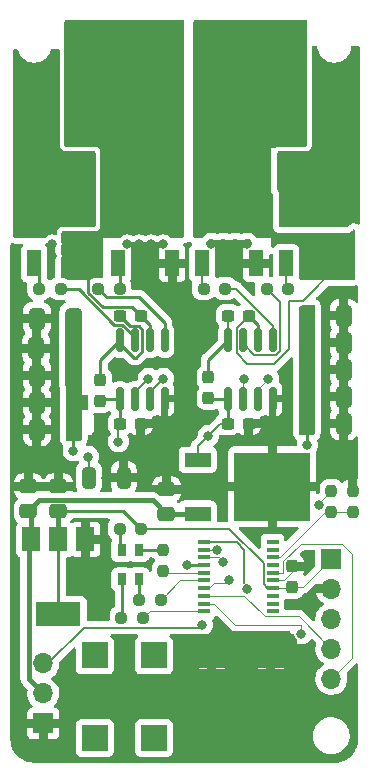
<source format=gtl>
%TF.GenerationSoftware,KiCad,Pcbnew,(6.0.0)*%
%TF.CreationDate,2022-04-01T00:42:52-07:00*%
%TF.ProjectId,motor-controller,6d6f746f-722d-4636-9f6e-74726f6c6c65,rev?*%
%TF.SameCoordinates,Original*%
%TF.FileFunction,Copper,L1,Top*%
%TF.FilePolarity,Positive*%
%FSLAX46Y46*%
G04 Gerber Fmt 4.6, Leading zero omitted, Abs format (unit mm)*
G04 Created by KiCad (PCBNEW (6.0.0)) date 2022-04-01 00:42:52*
%MOMM*%
%LPD*%
G01*
G04 APERTURE LIST*
G04 Aperture macros list*
%AMRoundRect*
0 Rectangle with rounded corners*
0 $1 Rounding radius*
0 $2 $3 $4 $5 $6 $7 $8 $9 X,Y pos of 4 corners*
0 Add a 4 corners polygon primitive as box body*
4,1,4,$2,$3,$4,$5,$6,$7,$8,$9,$2,$3,0*
0 Add four circle primitives for the rounded corners*
1,1,$1+$1,$2,$3*
1,1,$1+$1,$4,$5*
1,1,$1+$1,$6,$7*
1,1,$1+$1,$8,$9*
0 Add four rect primitives between the rounded corners*
20,1,$1+$1,$2,$3,$4,$5,0*
20,1,$1+$1,$4,$5,$6,$7,0*
20,1,$1+$1,$6,$7,$8,$9,0*
20,1,$1+$1,$8,$9,$2,$3,0*%
G04 Aperture macros list end*
%TA.AperFunction,SMDPad,CuDef*%
%ADD10R,1.000000X0.400000*%
%TD*%
%TA.AperFunction,SMDPad,CuDef*%
%ADD11RoundRect,0.150000X0.150000X-0.825000X0.150000X0.825000X-0.150000X0.825000X-0.150000X-0.825000X0*%
%TD*%
%TA.AperFunction,SMDPad,CuDef*%
%ADD12RoundRect,0.237500X0.250000X0.237500X-0.250000X0.237500X-0.250000X-0.237500X0.250000X-0.237500X0*%
%TD*%
%TA.AperFunction,SMDPad,CuDef*%
%ADD13RoundRect,0.237500X-0.250000X-0.237500X0.250000X-0.237500X0.250000X0.237500X-0.250000X0.237500X0*%
%TD*%
%TA.AperFunction,SMDPad,CuDef*%
%ADD14R,5.800000X6.400000*%
%TD*%
%TA.AperFunction,SMDPad,CuDef*%
%ADD15R,1.200000X2.200000*%
%TD*%
%TA.AperFunction,ComponentPad*%
%ADD16R,2.200000X2.200000*%
%TD*%
%TA.AperFunction,SMDPad,CuDef*%
%ADD17RoundRect,0.237500X-0.237500X0.287500X-0.237500X-0.287500X0.237500X-0.287500X0.237500X0.287500X0*%
%TD*%
%TA.AperFunction,SMDPad,CuDef*%
%ADD18RoundRect,0.250000X-0.412500X-0.650000X0.412500X-0.650000X0.412500X0.650000X-0.412500X0.650000X0*%
%TD*%
%TA.AperFunction,SMDPad,CuDef*%
%ADD19RoundRect,0.237500X-0.300000X-0.237500X0.300000X-0.237500X0.300000X0.237500X-0.300000X0.237500X0*%
%TD*%
%TA.AperFunction,SMDPad,CuDef*%
%ADD20RoundRect,0.250000X0.412500X0.650000X-0.412500X0.650000X-0.412500X-0.650000X0.412500X-0.650000X0*%
%TD*%
%TA.AperFunction,SMDPad,CuDef*%
%ADD21RoundRect,0.237500X-0.237500X0.250000X-0.237500X-0.250000X0.237500X-0.250000X0.237500X0.250000X0*%
%TD*%
%TA.AperFunction,SMDPad,CuDef*%
%ADD22RoundRect,0.237500X0.237500X-0.300000X0.237500X0.300000X-0.237500X0.300000X-0.237500X-0.300000X0*%
%TD*%
%TA.AperFunction,ComponentPad*%
%ADD23R,1.700000X1.700000*%
%TD*%
%TA.AperFunction,ComponentPad*%
%ADD24O,1.700000X1.700000*%
%TD*%
%TA.AperFunction,SMDPad,CuDef*%
%ADD25R,2.200000X1.200000*%
%TD*%
%TA.AperFunction,SMDPad,CuDef*%
%ADD26R,6.400000X5.800000*%
%TD*%
%TA.AperFunction,SMDPad,CuDef*%
%ADD27RoundRect,0.237500X0.237500X-0.250000X0.237500X0.250000X-0.237500X0.250000X-0.237500X-0.250000X0*%
%TD*%
%TA.AperFunction,SMDPad,CuDef*%
%ADD28R,1.500000X2.000000*%
%TD*%
%TA.AperFunction,SMDPad,CuDef*%
%ADD29R,3.800000X2.000000*%
%TD*%
%TA.AperFunction,SMDPad,CuDef*%
%ADD30RoundRect,0.250000X0.475000X-0.337500X0.475000X0.337500X-0.475000X0.337500X-0.475000X-0.337500X0*%
%TD*%
%TA.AperFunction,SMDPad,CuDef*%
%ADD31RoundRect,0.250000X-0.325000X-0.650000X0.325000X-0.650000X0.325000X0.650000X-0.325000X0.650000X0*%
%TD*%
%TA.AperFunction,SMDPad,CuDef*%
%ADD32R,0.800000X1.000000*%
%TD*%
%TA.AperFunction,ViaPad*%
%ADD33C,0.800000*%
%TD*%
%TA.AperFunction,Conductor*%
%ADD34C,0.088900*%
%TD*%
%TA.AperFunction,Conductor*%
%ADD35C,0.203200*%
%TD*%
%TA.AperFunction,Conductor*%
%ADD36C,0.254000*%
%TD*%
%TA.AperFunction,Conductor*%
%ADD37C,0.127000*%
%TD*%
%TA.AperFunction,Conductor*%
%ADD38C,0.250000*%
%TD*%
%TA.AperFunction,Conductor*%
%ADD39C,0.381000*%
%TD*%
G04 APERTURE END LIST*
D10*
%TO.P,U4,1,PB7/PB8*%
%TO.N,unconnected-(U4-Pad1)*%
X164444000Y-176661000D03*
%TO.P,U4,2,PB9/PC14-OSC32_IN*%
%TO.N,unconnected-(U4-Pad2)*%
X164444000Y-176011000D03*
%TO.P,U4,3,PC15-OSC32_OUT*%
%TO.N,unconnected-(U4-Pad3)*%
X164444000Y-175361000D03*
%TO.P,U4,4,VDD/VDDA*%
%TO.N,+3V3*%
X164444000Y-174711000D03*
%TO.P,U4,5,VSS/VSSA*%
%TO.N,GND*%
X164444000Y-174061000D03*
%TO.P,U4,6,~{RST}*%
%TO.N,/controller/NRST*%
X164444000Y-173411000D03*
%TO.P,U4,7,PA0*%
%TO.N,/controller/ANALOG_TEMP*%
X164444000Y-172761000D03*
%TO.P,U4,8,PA1*%
%TO.N,/controller/VBUS_SAMPLE*%
X164444000Y-172111000D03*
%TO.P,U4,9,PA2*%
%TO.N,unconnected-(U4-Pad9)*%
X164444000Y-171461000D03*
%TO.P,U4,10,PA3*%
%TO.N,unconnected-(U4-Pad10)*%
X164444000Y-170811000D03*
%TO.P,U4,11,PA4*%
%TO.N,/controller/PWM_IN*%
X158644000Y-170811000D03*
%TO.P,U4,12,PA5*%
%TO.N,PWM_A_LOW*%
X158644000Y-171461000D03*
%TO.P,U4,13,PA6*%
%TO.N,PWM_B_HIGH*%
X158644000Y-172111000D03*
%TO.P,U4,14,PA7*%
%TO.N,PWM_A_HIGH*%
X158644000Y-172761000D03*
%TO.P,U4,15,PB0/PB1/PB2/PA8*%
%TO.N,/controller/LED_R*%
X158644000Y-173411000D03*
%TO.P,U4,16,PA11[PA9]*%
%TO.N,/controller/LED_G*%
X158644000Y-174061000D03*
%TO.P,U4,17,PA12[PA10]*%
%TO.N,PWM_B_LOW*%
X158644000Y-174711000D03*
%TO.P,U4,18,PA13*%
%TO.N,/controller/SWDIO*%
X158644000Y-175361000D03*
%TO.P,U4,19,PA15/PA14-BOOT0*%
%TO.N,/controller/SWCLK*%
X158644000Y-176011000D03*
%TO.P,U4,20,PB3/PB4/PB5/PB6*%
%TO.N,/controller/LED_B*%
X158644000Y-176661000D03*
%TD*%
D11*
%TO.P,U2,8,VB*%
%TO.N,Net-(C9-Pad1)*%
X160655000Y-153735000D03*
%TO.P,U2,7,HO*%
%TO.N,Net-(R3-Pad1)*%
X161925000Y-153735000D03*
%TO.P,U2,6,VS*%
%TO.N,/SW_B*%
X163195000Y-153735000D03*
%TO.P,U2,5,LO*%
%TO.N,Net-(R4-Pad1)*%
X164465000Y-153735000D03*
%TO.P,U2,4,COM*%
%TO.N,GND*%
X164465000Y-158685000D03*
%TO.P,U2,3,LIN*%
%TO.N,PWM_B_LOW*%
X163195000Y-158685000D03*
%TO.P,U2,2,HIN*%
%TO.N,PWM_B_HIGH*%
X161925000Y-158685000D03*
%TO.P,U2,1,VCC*%
%TO.N,VBUS*%
X160655000Y-158685000D03*
%TD*%
%TO.P,U1,8,VB*%
%TO.N,Net-(C2-Pad1)*%
X151511000Y-153735000D03*
%TO.P,U1,7,HO*%
%TO.N,Net-(R1-Pad1)*%
X152781000Y-153735000D03*
%TO.P,U1,6,VS*%
%TO.N,/SW_A*%
X154051000Y-153735000D03*
%TO.P,U1,5,LO*%
%TO.N,Net-(R2-Pad1)*%
X155321000Y-153735000D03*
%TO.P,U1,4,COM*%
%TO.N,GND*%
X155321000Y-158685000D03*
%TO.P,U1,3,LIN*%
%TO.N,PWM_A_LOW*%
X154051000Y-158685000D03*
%TO.P,U1,2,HIN*%
%TO.N,PWM_A_HIGH*%
X152781000Y-158685000D03*
%TO.P,U1,1,VCC*%
%TO.N,VBUS*%
X151511000Y-158685000D03*
%TD*%
D12*
%TO.P,R4,2*%
%TO.N,Net-(Q4-Pad1)*%
X158599500Y-149342178D03*
%TO.P,R4,1*%
%TO.N,Net-(R4-Pad1)*%
X160424500Y-149342178D03*
%TD*%
D13*
%TO.P,R3,2*%
%TO.N,Net-(Q3-Pad1)*%
X165758500Y-149342178D03*
%TO.P,R3,1*%
%TO.N,Net-(R3-Pad1)*%
X163933500Y-149342178D03*
%TD*%
%TO.P,R2,2*%
%TO.N,Net-(Q2-Pad1)*%
X151485524Y-149342178D03*
%TO.P,R2,1*%
%TO.N,Net-(R2-Pad1)*%
X149660524Y-149342178D03*
%TD*%
D12*
%TO.P,R1,2*%
%TO.N,Net-(Q1-Pad1)*%
X144684024Y-149342178D03*
%TO.P,R1,1*%
%TO.N,Net-(R1-Pad1)*%
X146509024Y-149342178D03*
%TD*%
D14*
%TO.P,Q4,2,D*%
%TO.N,/SW_B*%
X160782000Y-140902000D03*
D15*
%TO.P,Q4,3,S*%
%TO.N,GND*%
X163062000Y-147202000D03*
%TO.P,Q4,1,G*%
%TO.N,Net-(Q4-Pad1)*%
X158502000Y-147202000D03*
%TD*%
D14*
%TO.P,Q3,2,D*%
%TO.N,VBUS*%
X167894000Y-140902000D03*
D15*
%TO.P,Q3,3,S*%
%TO.N,/SW_B*%
X170174000Y-147202000D03*
%TO.P,Q3,1,G*%
%TO.N,Net-(Q3-Pad1)*%
X165614000Y-147202000D03*
%TD*%
D14*
%TO.P,Q2,2,D*%
%TO.N,/SW_A*%
X153670000Y-140902000D03*
D15*
%TO.P,Q2,3,S*%
%TO.N,GND*%
X155950000Y-147202000D03*
%TO.P,Q2,1,G*%
%TO.N,Net-(Q2-Pad1)*%
X151390000Y-147202000D03*
%TD*%
D14*
%TO.P,Q1,2,D*%
%TO.N,VBUS*%
X146558000Y-140902000D03*
D15*
%TO.P,Q1,3,S*%
%TO.N,/SW_A*%
X148838000Y-147202000D03*
%TO.P,Q1,1,G*%
%TO.N,Net-(Q1-Pad1)*%
X144278000Y-147202000D03*
%TD*%
D16*
%TO.P,J4,1,Pin_1*%
%TO.N,/SW_B*%
X165060000Y-128072000D03*
X160060000Y-135072000D03*
X165060000Y-135072000D03*
X160060000Y-128072000D03*
%TD*%
%TO.P,J3,1,Pin_1*%
%TO.N,/SW_A*%
X154646000Y-128062178D03*
X149646000Y-135062178D03*
X154646000Y-135062178D03*
X149646000Y-128062178D03*
%TD*%
D17*
%TO.P,D2,1,K*%
%TO.N,Net-(C9-Pad1)*%
X159004000Y-156859000D03*
%TO.P,D2,2,A*%
%TO.N,VBUS*%
X159004000Y-158609000D03*
%TD*%
%TO.P,D1,2,A*%
%TO.N,VBUS*%
X149860000Y-158863000D03*
%TO.P,D1,1,K*%
%TO.N,Net-(C2-Pad1)*%
X149860000Y-157113000D03*
%TD*%
D18*
%TO.P,C18,2*%
%TO.N,GND*%
X170472500Y-156210000D03*
%TO.P,C18,1*%
%TO.N,VBUS*%
X167347500Y-156210000D03*
%TD*%
D19*
%TO.P,C17,2*%
%TO.N,GND*%
X162406500Y-160782000D03*
%TO.P,C17,1*%
%TO.N,VBUS*%
X160681500Y-160782000D03*
%TD*%
D18*
%TO.P,C16,2*%
%TO.N,GND*%
X170472500Y-158496000D03*
%TO.P,C16,1*%
%TO.N,VBUS*%
X167347500Y-158496000D03*
%TD*%
D20*
%TO.P,C15,2*%
%TO.N,GND*%
X144487500Y-156718000D03*
%TO.P,C15,1*%
%TO.N,VBUS*%
X147612500Y-156718000D03*
%TD*%
%TO.P,C14,2*%
%TO.N,GND*%
X144487500Y-151892000D03*
%TO.P,C14,1*%
%TO.N,VBUS*%
X147612500Y-151892000D03*
%TD*%
D19*
%TO.P,C9,2*%
%TO.N,/SW_B*%
X162406500Y-151638000D03*
%TO.P,C9,1*%
%TO.N,Net-(C9-Pad1)*%
X160681500Y-151638000D03*
%TD*%
D20*
%TO.P,C8,2*%
%TO.N,GND*%
X144487500Y-159004000D03*
%TO.P,C8,1*%
%TO.N,VBUS*%
X147612500Y-159004000D03*
%TD*%
%TO.P,C7,2*%
%TO.N,GND*%
X144487500Y-161290000D03*
%TO.P,C7,1*%
%TO.N,VBUS*%
X147612500Y-161290000D03*
%TD*%
D18*
%TO.P,C6,1*%
%TO.N,VBUS*%
X167347500Y-160782000D03*
%TO.P,C6,2*%
%TO.N,GND*%
X170472500Y-160782000D03*
%TD*%
%TO.P,C5,2*%
%TO.N,GND*%
X170472500Y-153924000D03*
%TO.P,C5,1*%
%TO.N,VBUS*%
X167347500Y-153924000D03*
%TD*%
%TO.P,C4,2*%
%TO.N,GND*%
X170472500Y-151638000D03*
%TO.P,C4,1*%
%TO.N,VBUS*%
X167347500Y-151638000D03*
%TD*%
D20*
%TO.P,C3,2*%
%TO.N,GND*%
X144431500Y-154388000D03*
%TO.P,C3,1*%
%TO.N,VBUS*%
X147556500Y-154388000D03*
%TD*%
D19*
%TO.P,C2,2*%
%TO.N,/SW_A*%
X153262500Y-151638000D03*
%TO.P,C2,1*%
%TO.N,Net-(C2-Pad1)*%
X151537500Y-151638000D03*
%TD*%
%TO.P,C1,2*%
%TO.N,GND*%
X153262500Y-160782000D03*
%TO.P,C1,1*%
%TO.N,VBUS*%
X151537500Y-160782000D03*
%TD*%
D21*
%TO.P,R9,1*%
%TO.N,Net-(D3-Pad1)*%
X155181035Y-171452651D03*
%TO.P,R9,2*%
%TO.N,/controller/LED_R*%
X155181035Y-173277651D03*
%TD*%
D22*
%TO.P,C12,1*%
%TO.N,+3V3*%
X166116000Y-174598500D03*
%TO.P,C12,2*%
%TO.N,GND*%
X166116000Y-172873500D03*
%TD*%
D23*
%TO.P,J5,1,Pin_1*%
%TO.N,+3V3*%
X169418000Y-172217000D03*
D24*
%TO.P,J5,2,Pin_2*%
%TO.N,GND*%
X169418000Y-174757000D03*
%TO.P,J5,3,Pin_3*%
%TO.N,/controller/SWCLK*%
X169418000Y-177297000D03*
%TO.P,J5,4,Pin_4*%
%TO.N,/controller/SWDIO*%
X169418000Y-179837000D03*
%TO.P,J5,5,Pin_5*%
%TO.N,/controller/NRST*%
X169418000Y-182377000D03*
%TD*%
D23*
%TO.P,J6,1,Pin_1*%
%TO.N,GND*%
X145034000Y-186167000D03*
D24*
%TO.P,J6,2,Pin_2*%
%TO.N,+5V*%
X145034000Y-183627000D03*
%TO.P,J6,3,Pin_3*%
%TO.N,/controller/PWM_IN*%
X145034000Y-181087000D03*
%TD*%
D16*
%TO.P,J2,1,Pin_1*%
%TO.N,GND*%
X164298000Y-187396000D03*
X164298000Y-180396000D03*
X159298000Y-180396000D03*
X159298000Y-187396000D03*
%TD*%
D25*
%TO.P,U6,1,VI*%
%TO.N,VBUS*%
X158106000Y-163836000D03*
D26*
%TO.P,U6,2,GND*%
%TO.N,GND*%
X164406000Y-166116000D03*
D25*
%TO.P,U6,3,VO*%
%TO.N,+5V*%
X158106000Y-168396000D03*
%TD*%
D13*
%TO.P,R10,1*%
%TO.N,Net-(D3-Pad3)*%
X151636775Y-177223938D03*
%TO.P,R10,2*%
%TO.N,/controller/LED_B*%
X153461775Y-177223938D03*
%TD*%
D27*
%TO.P,R13,1*%
%TO.N,/controller/VBUS_SAMPLE*%
X171241409Y-168298500D03*
%TO.P,R13,2*%
%TO.N,GND*%
X171241409Y-166473500D03*
%TD*%
D13*
%TO.P,R11,1*%
%TO.N,Net-(D3-Pad4)*%
X153158602Y-175709463D03*
%TO.P,R11,2*%
%TO.N,/controller/LED_G*%
X154983602Y-175709463D03*
%TD*%
D16*
%TO.P,J1,1,Pin_1*%
%TO.N,VBUS*%
X149392000Y-180396000D03*
X149392000Y-187396000D03*
X154392000Y-187396000D03*
X154392000Y-180396000D03*
%TD*%
D28*
%TO.P,U5,1,ADJ/GND*%
%TO.N,GND*%
X148604000Y-170586000D03*
%TO.P,U5,2,OUT*%
%TO.N,+3V3*%
X146304000Y-170586000D03*
%TO.P,U5,3,IN*%
%TO.N,+5V*%
X144004000Y-170586000D03*
D29*
%TO.P,U5,4,OUT*%
%TO.N,+3V3*%
X146304000Y-176886000D03*
%TD*%
D21*
%TO.P,R12,1*%
%TO.N,VBUS*%
X169418000Y-166473500D03*
%TO.P,R12,2*%
%TO.N,/controller/VBUS_SAMPLE*%
X169418000Y-168298500D03*
%TD*%
D30*
%TO.P,C13,1*%
%TO.N,+3V3*%
X146304000Y-168169500D03*
%TO.P,C13,2*%
%TO.N,GND*%
X146304000Y-166094500D03*
%TD*%
D31*
%TO.P,C19,1*%
%TO.N,VBUS*%
X148893000Y-165354000D03*
%TO.P,C19,2*%
%TO.N,GND*%
X151843000Y-165354000D03*
%TD*%
D30*
%TO.P,C10,1*%
%TO.N,+5V*%
X155448000Y-168423500D03*
%TO.P,C10,2*%
%TO.N,GND*%
X155448000Y-166348500D03*
%TD*%
D32*
%TO.P,D3,1,RK*%
%TO.N,Net-(D3-Pad1)*%
X153100000Y-171470000D03*
%TO.P,D3,2,A*%
%TO.N,Net-(D3-Pad2)*%
X151700000Y-171470000D03*
%TO.P,D3,3,BK*%
%TO.N,Net-(D3-Pad3)*%
X151700000Y-173970000D03*
%TO.P,D3,4,GK*%
%TO.N,Net-(D3-Pad4)*%
X153100000Y-173970000D03*
%TD*%
D12*
%TO.P,R14,1*%
%TO.N,+3V3*%
X153312500Y-169672000D03*
%TO.P,R14,2*%
%TO.N,Net-(D3-Pad2)*%
X151487500Y-169672000D03*
%TD*%
D30*
%TO.P,C11,2*%
%TO.N,GND*%
X143764000Y-166094500D03*
%TO.P,C11,1*%
%TO.N,+5V*%
X143764000Y-168169500D03*
%TD*%
D33*
%TO.N,VBUS*%
X168402000Y-167640000D03*
%TO.N,PWM_B_LOW*%
X160782000Y-173990000D03*
%TO.N,/controller/PWM_IN*%
X162306000Y-174752000D03*
%TO.N,GND*%
X167386000Y-172720000D03*
%TO.N,/controller/SWCLK*%
X166878000Y-178562000D03*
%TO.N,/controller/PWM_IN*%
X158496000Y-177800000D03*
%TO.N,PWM_A_LOW*%
X159703050Y-171474000D03*
%TO.N,PWM_B_HIGH*%
X160274000Y-172466000D03*
%TO.N,GND*%
X144526000Y-163068000D03*
X170434000Y-149860000D03*
%TO.N,VBUS*%
X167386000Y-162560000D03*
X147574000Y-163068000D03*
%TO.N,GND*%
X145796000Y-146558000D03*
X145796000Y-145542000D03*
X152146000Y-145542000D03*
X155194000Y-145542000D03*
X154178000Y-145542000D03*
X153162000Y-145542000D03*
X159258000Y-145542000D03*
X162306000Y-145542000D03*
X161290000Y-145542000D03*
X160274000Y-145542000D03*
%TO.N,VBUS*%
X170688000Y-134620000D03*
X169672000Y-134620000D03*
X168656000Y-134620000D03*
X168656000Y-133604000D03*
X169672000Y-133604000D03*
X170688000Y-133604000D03*
X170688000Y-132588000D03*
X170688000Y-131572000D03*
X169672000Y-131572000D03*
X168656000Y-135636000D03*
X168656000Y-136652000D03*
X169672000Y-136652000D03*
X170688000Y-136652000D03*
X169672000Y-135636000D03*
X170688000Y-135636000D03*
X168656000Y-131572000D03*
X169672000Y-132588000D03*
X168656000Y-132588000D03*
X143510000Y-136652000D03*
X144526000Y-136652000D03*
X145542000Y-136652000D03*
X143510000Y-135636000D03*
X144526000Y-135636000D03*
X145542000Y-135636000D03*
X143510000Y-134620000D03*
X144526000Y-134620000D03*
X145542000Y-134620000D03*
X143510000Y-133604000D03*
X144526000Y-133604000D03*
X145542000Y-133604000D03*
X145542000Y-132588000D03*
X144526000Y-132588000D03*
X143510000Y-132588000D03*
X145542000Y-131572000D03*
X144526000Y-131572000D03*
X143510000Y-131572000D03*
X148844000Y-163576000D03*
X151384000Y-162306000D03*
%TO.N,PWM_A_HIGH*%
X153924000Y-156972000D03*
%TO.N,PWM_A_LOW*%
X155194000Y-156972000D03*
%TO.N,VBUS*%
X159004000Y-161798000D03*
%TO.N,PWM_B_HIGH*%
X162052000Y-156972000D03*
%TO.N,PWM_B_LOW*%
X164084000Y-156972000D03*
%TO.N,GND*%
X148844000Y-174498000D03*
X150368000Y-165354000D03*
%TO.N,PWM_A_HIGH*%
X157226000Y-172720000D03*
%TD*%
D34*
%TO.N,VBUS*%
X169418000Y-166473500D02*
X168402000Y-167489500D01*
X168402000Y-167489500D02*
X168402000Y-167640000D01*
%TO.N,PWM_B_LOW*%
X160528000Y-174244000D02*
X160782000Y-173990000D01*
X159512000Y-174244000D02*
X160528000Y-174244000D01*
%TO.N,/controller/PWM_IN*%
X162306000Y-174498000D02*
X162052000Y-174244000D01*
X162306000Y-174752000D02*
X162306000Y-174498000D01*
%TO.N,GND*%
X166269500Y-172720000D02*
X167386000Y-172720000D01*
%TO.N,/controller/SWCLK*%
X166878000Y-177929366D02*
X166878000Y-178562000D01*
X166813317Y-177864683D02*
X166878000Y-177929366D01*
D35*
%TO.N,VBUS*%
X159004000Y-161798000D02*
X158106000Y-162696000D01*
X158106000Y-162696000D02*
X158106000Y-163836000D01*
D36*
%TO.N,PWM_A_LOW*%
X159727050Y-171450000D02*
X159703050Y-171474000D01*
X159766000Y-171450000D02*
X159727050Y-171450000D01*
%TO.N,VBUS*%
X167386000Y-162560000D02*
X167386000Y-160820500D01*
X167386000Y-160820500D02*
X167347500Y-160782000D01*
X147574000Y-161328500D02*
X147612500Y-161290000D01*
X147574000Y-163068000D02*
X147574000Y-161328500D01*
D35*
%TO.N,Net-(Q3-Pad1)*%
X165614000Y-149197678D02*
X165614000Y-147202000D01*
X165758500Y-149342178D02*
X165614000Y-149197678D01*
%TO.N,/SW_B*%
X167008000Y-150368000D02*
X170174000Y-147202000D01*
X165862000Y-150368000D02*
X167008000Y-150368000D01*
X165862000Y-154432000D02*
X165862000Y-150368000D01*
X164592000Y-155702000D02*
X165862000Y-154432000D01*
X162306000Y-155702000D02*
X164592000Y-155702000D01*
X161396880Y-152647620D02*
X161396880Y-154792880D01*
X162406500Y-151638000D02*
X161396880Y-152647620D01*
X161396880Y-154792880D02*
X162306000Y-155702000D01*
%TO.N,Net-(R4-Pad1)*%
X161306664Y-149342178D02*
X160424500Y-149342178D01*
X164465000Y-152500514D02*
X161306664Y-149342178D01*
X164465000Y-153735000D02*
X164465000Y-152500514D01*
%TO.N,Net-(R3-Pad1)*%
X165100000Y-150508678D02*
X163933500Y-149342178D01*
X162888378Y-154938120D02*
X164771622Y-154938120D01*
X165100000Y-154609742D02*
X165100000Y-150508678D01*
X161925000Y-153974742D02*
X162888378Y-154938120D01*
X164771622Y-154938120D02*
X165100000Y-154609742D01*
%TO.N,Net-(C9-Pad1)*%
X160655000Y-151664500D02*
X160681500Y-151638000D01*
X160655000Y-153735000D02*
X160655000Y-151664500D01*
%TO.N,Net-(Q4-Pad1)*%
X158502000Y-149244678D02*
X158502000Y-147202000D01*
X158599500Y-149342178D02*
X158502000Y-149244678D01*
D37*
%TO.N,VBUS*%
X148893000Y-163625000D02*
X148844000Y-163576000D01*
X148893000Y-165354000D02*
X148893000Y-163625000D01*
X151384000Y-160935500D02*
X151384000Y-162306000D01*
X151537500Y-160782000D02*
X151384000Y-160935500D01*
%TO.N,PWM_A_HIGH*%
X153924000Y-156972000D02*
X152781000Y-158115000D01*
X152781000Y-158115000D02*
X152781000Y-158685000D01*
%TO.N,PWM_A_LOW*%
X155194000Y-156972000D02*
X154051000Y-158115000D01*
X154051000Y-158115000D02*
X154051000Y-158685000D01*
%TO.N,VBUS*%
X160020000Y-160782000D02*
X159004000Y-161798000D01*
X160681500Y-160782000D02*
X160020000Y-160782000D01*
D34*
%TO.N,PWM_B_HIGH*%
X162052000Y-156972000D02*
X161925000Y-157099000D01*
X161925000Y-157099000D02*
X161925000Y-158685000D01*
%TO.N,PWM_B_LOW*%
X163195000Y-157861000D02*
X163195000Y-158685000D01*
X164084000Y-156972000D02*
X163195000Y-157861000D01*
D38*
%TO.N,VBUS*%
X159080000Y-158685000D02*
X159004000Y-158609000D01*
X160655000Y-158685000D02*
X159080000Y-158685000D01*
X160681500Y-158711500D02*
X160655000Y-158685000D01*
X160681500Y-160782000D02*
X160681500Y-158711500D01*
X150038000Y-158685000D02*
X149860000Y-158863000D01*
X151511000Y-158685000D02*
X150038000Y-158685000D01*
X151537500Y-160782000D02*
X151537500Y-158711500D01*
X151537500Y-158711500D02*
X151511000Y-158685000D01*
%TO.N,/SW_B*%
X163195000Y-153735000D02*
X163195000Y-152426500D01*
X163195000Y-152426500D02*
X162406500Y-151638000D01*
%TO.N,Net-(C9-Pad1)*%
X159004000Y-155386000D02*
X160655000Y-153735000D01*
X159004000Y-156859000D02*
X159004000Y-155386000D01*
%TO.N,Net-(C2-Pad1)*%
X149860000Y-155386000D02*
X151511000Y-153735000D01*
X149860000Y-157113000D02*
X149860000Y-155386000D01*
X151511000Y-154007835D02*
X151511000Y-153735000D01*
X152697165Y-155194000D02*
X151511000Y-154007835D01*
X153416000Y-152827165D02*
X153416000Y-154642835D01*
X153097315Y-152508480D02*
X153416000Y-152827165D01*
X152864835Y-155194000D02*
X152697165Y-155194000D01*
X152407980Y-152508480D02*
X153097315Y-152508480D01*
X153416000Y-154642835D02*
X152864835Y-155194000D01*
X151537500Y-151638000D02*
X152407980Y-152508480D01*
%TO.N,Net-(R1-Pad1)*%
X152781000Y-153462165D02*
X152781000Y-153735000D01*
X151718835Y-152400000D02*
X152781000Y-153462165D01*
X151006788Y-152400000D02*
X151718835Y-152400000D01*
X148012600Y-149342178D02*
X148012600Y-149405812D01*
X148012600Y-149405812D02*
X151006788Y-152400000D01*
X146509024Y-149342178D02*
X148012600Y-149342178D01*
%TO.N,/SW_A*%
X148838000Y-149698732D02*
X148838000Y-147202000D01*
X150050748Y-150911480D02*
X148838000Y-149698732D01*
X152535980Y-150911480D02*
X150050748Y-150911480D01*
X153262500Y-151638000D02*
X152535980Y-150911480D01*
X154051000Y-152426500D02*
X153262500Y-151638000D01*
X154051000Y-153735000D02*
X154051000Y-152426500D01*
%TO.N,Net-(R2-Pad1)*%
X155321000Y-152273000D02*
X155321000Y-153735000D01*
X153116698Y-150068698D02*
X155321000Y-152273000D01*
X150387044Y-150068698D02*
X153116698Y-150068698D01*
X149660524Y-149342178D02*
X150387044Y-150068698D01*
%TO.N,Net-(Q1-Pad1)*%
X144684024Y-147608024D02*
X144278000Y-147202000D01*
X144684024Y-149342178D02*
X144684024Y-147608024D01*
%TO.N,Net-(Q2-Pad1)*%
X151485524Y-149342178D02*
X151485524Y-147297524D01*
X151485524Y-147297524D02*
X151390000Y-147202000D01*
%TO.N,GND*%
X148604000Y-170586000D02*
X148604000Y-174258000D01*
D34*
X165435099Y-174061000D02*
X166116000Y-173380099D01*
X164444000Y-174061000D02*
X165435099Y-174061000D01*
X151843000Y-165354000D02*
X150368000Y-165354000D01*
X166116000Y-172873500D02*
X166269500Y-172720000D01*
X166116000Y-173380099D02*
X166116000Y-172873500D01*
D38*
X148604000Y-174258000D02*
X148844000Y-174498000D01*
D36*
%TO.N,+5V*%
X154469480Y-167444980D02*
X155448000Y-168423500D01*
D39*
X143764000Y-168169500D02*
X144668520Y-167264980D01*
X154289480Y-167264980D02*
X155448000Y-168423500D01*
X144004000Y-170586000D02*
X144004000Y-168409500D01*
X143793989Y-170796011D02*
X143793989Y-182386989D01*
X143793989Y-182386989D02*
X145034000Y-183627000D01*
X144004000Y-170586000D02*
X143793989Y-170796011D01*
X153929980Y-167264980D02*
X154289480Y-167264980D01*
X158078500Y-168423500D02*
X158106000Y-168396000D01*
X155448000Y-168423500D02*
X158078500Y-168423500D01*
X144004000Y-168409500D02*
X143764000Y-168169500D01*
X144668520Y-167264980D02*
X153929980Y-167264980D01*
D37*
%TO.N,+3V3*%
X153312500Y-169672000D02*
X160735769Y-169672000D01*
D36*
X151810000Y-168169500D02*
X153312500Y-169672000D01*
D37*
X163680989Y-172617220D02*
X163680989Y-174378011D01*
X164013978Y-174711000D02*
X164444000Y-174711000D01*
D34*
X167036500Y-174598500D02*
X169418000Y-172217000D01*
D36*
X146304000Y-176886000D02*
X146304000Y-170586000D01*
D34*
X166116000Y-174598500D02*
X166003500Y-174711000D01*
X166003500Y-174711000D02*
X164444000Y-174711000D01*
D37*
X163680989Y-174378011D02*
X164013978Y-174711000D01*
D36*
X146304000Y-168169500D02*
X151810000Y-168169500D01*
D39*
X146304000Y-170586000D02*
X146304000Y-168169500D01*
D34*
X166116000Y-174598500D02*
X167036500Y-174598500D01*
D37*
X160735769Y-169672000D02*
X163680989Y-172617220D01*
D36*
%TO.N,Net-(D3-Pad1)*%
X153100000Y-171470000D02*
X155163686Y-171470000D01*
X155163686Y-171470000D02*
X155181035Y-171452651D01*
D34*
%TO.N,/controller/SWDIO*%
X162023039Y-175361000D02*
X158644000Y-175361000D01*
X162023039Y-175361000D02*
X163767000Y-177104961D01*
X166685961Y-177104961D02*
X169418000Y-179837000D01*
X163767000Y-177104961D02*
X166685961Y-177104961D01*
%TO.N,/controller/SWCLK*%
X161290000Y-177800000D02*
X159501000Y-176011000D01*
X159501000Y-176011000D02*
X158644000Y-176011000D01*
X161290000Y-177800000D02*
X166748634Y-177800000D01*
X166748634Y-177800000D02*
X166813317Y-177864683D01*
D37*
%TO.N,/controller/PWM_IN*%
X148467011Y-178054000D02*
X158242000Y-178054000D01*
X162052000Y-174244000D02*
X162052000Y-171450000D01*
X162052000Y-171450000D02*
X161413000Y-170811000D01*
X158242000Y-178054000D02*
X158496000Y-177800000D01*
X161413000Y-170811000D02*
X158644000Y-170811000D01*
X145434011Y-181087000D02*
X148467011Y-178054000D01*
X145034000Y-181087000D02*
X145434011Y-181087000D01*
D36*
%TO.N,Net-(D3-Pad4)*%
X153100000Y-173970000D02*
X153100000Y-175650861D01*
X153100000Y-175650861D02*
X153158602Y-175709463D01*
%TO.N,Net-(D3-Pad3)*%
X151636775Y-177223938D02*
X151700000Y-177160713D01*
X151700000Y-177160713D02*
X151700000Y-173970000D01*
D34*
%TO.N,/controller/LED_R*%
X155181035Y-173277651D02*
X155314384Y-173411000D01*
X155314384Y-173411000D02*
X158644000Y-173411000D01*
%TO.N,/controller/LED_B*%
X153461775Y-177223938D02*
X154024713Y-176661000D01*
X154024713Y-176661000D02*
X158644000Y-176661000D01*
%TO.N,/controller/LED_G*%
X154983602Y-175709463D02*
X156632065Y-174061000D01*
X156632065Y-174061000D02*
X158644000Y-174061000D01*
%TO.N,/controller/VBUS_SAMPLE*%
X168845400Y-168298500D02*
X169418000Y-168298500D01*
X164444000Y-172111000D02*
X165032900Y-172111000D01*
X165032900Y-172111000D02*
X168845400Y-168298500D01*
X169418000Y-168298500D02*
X171241409Y-168298500D01*
%TO.N,/controller/NRST*%
X171196000Y-171807078D02*
X171196000Y-180594000D01*
X165358961Y-172412138D02*
X166829099Y-170942000D01*
X166829099Y-170942000D02*
X170330922Y-170942000D01*
X170688000Y-181107000D02*
X169418000Y-182377000D01*
X171196000Y-180594000D02*
X170688000Y-181102000D01*
X170330922Y-170942000D02*
X170688000Y-171299078D01*
X164444000Y-173411000D02*
X165358961Y-173411000D01*
X165358961Y-173411000D02*
X165358961Y-172412138D01*
X170688000Y-171299078D02*
X171196000Y-171807078D01*
D38*
%TO.N,PWM_A_HIGH*%
X158603000Y-172720000D02*
X158644000Y-172761000D01*
X157226000Y-172720000D02*
X158603000Y-172720000D01*
D34*
%TO.N,PWM_A_LOW*%
X159755000Y-171461000D02*
X159766000Y-171450000D01*
X158644000Y-171461000D02*
X159755000Y-171461000D01*
%TO.N,PWM_B_HIGH*%
X159919000Y-172111000D02*
X160274000Y-172466000D01*
X158644000Y-172111000D02*
X159919000Y-172111000D01*
%TO.N,PWM_B_LOW*%
X159512000Y-174244000D02*
X159045000Y-174711000D01*
X159045000Y-174711000D02*
X158644000Y-174711000D01*
D36*
%TO.N,Net-(D3-Pad2)*%
X151487500Y-169672000D02*
X151487500Y-171257500D01*
X151487500Y-171257500D02*
X151700000Y-171470000D01*
%TD*%
%TA.AperFunction,Conductor*%
%TO.N,GND*%
G36*
X142407799Y-145500982D02*
G01*
X142408760Y-145501421D01*
X142413076Y-145502688D01*
X142413078Y-145502689D01*
X142472558Y-145520154D01*
X142472562Y-145520155D01*
X142476881Y-145521423D01*
X142481329Y-145522063D01*
X142481336Y-145522064D01*
X142615552Y-145541361D01*
X142615559Y-145541362D01*
X142620000Y-145542000D01*
X143210296Y-145542000D01*
X143278417Y-145562002D01*
X143324910Y-145615658D01*
X143335014Y-145685932D01*
X143311122Y-145743565D01*
X143227385Y-145855295D01*
X143176255Y-145991684D01*
X143169500Y-146053866D01*
X143169500Y-148350134D01*
X143176255Y-148412316D01*
X143227385Y-148548705D01*
X143314739Y-148665261D01*
X143431295Y-148752615D01*
X143567684Y-148803745D01*
X143575537Y-148804598D01*
X143575541Y-148804599D01*
X143588580Y-148806015D01*
X143654143Y-148833256D01*
X143694570Y-148891619D01*
X143697882Y-148952301D01*
X143698550Y-148952369D01*
X143697849Y-148959207D01*
X143697849Y-148959209D01*
X143693542Y-149001247D01*
X143688024Y-149055106D01*
X143688024Y-149629250D01*
X143698817Y-149733271D01*
X143753870Y-149898285D01*
X143845408Y-150046209D01*
X143850590Y-150051382D01*
X143963340Y-150163936D01*
X143963345Y-150163940D01*
X143968521Y-150169107D01*
X143974751Y-150172947D01*
X143974752Y-150172948D01*
X144100955Y-150250741D01*
X144148448Y-150303514D01*
X144159872Y-150373585D01*
X144131598Y-150438709D01*
X144072604Y-150478208D01*
X144034839Y-150484001D01*
X144027905Y-150484001D01*
X144021386Y-150484338D01*
X143925794Y-150494257D01*
X143912400Y-150497149D01*
X143758216Y-150548588D01*
X143745038Y-150554761D01*
X143607193Y-150640063D01*
X143595792Y-150649099D01*
X143481261Y-150763829D01*
X143472249Y-150775240D01*
X143387184Y-150913243D01*
X143381037Y-150926424D01*
X143329862Y-151080710D01*
X143326995Y-151094086D01*
X143317328Y-151188438D01*
X143317000Y-151194855D01*
X143317000Y-151492885D01*
X143321475Y-151508124D01*
X143322865Y-151509329D01*
X143330548Y-151511000D01*
X145639884Y-151511000D01*
X145655123Y-151506525D01*
X145656328Y-151505135D01*
X145657999Y-151497452D01*
X145657999Y-151194905D01*
X145657662Y-151188386D01*
X145647743Y-151092794D01*
X145644851Y-151079400D01*
X145593412Y-150925216D01*
X145587239Y-150912038D01*
X145501937Y-150774193D01*
X145492901Y-150762792D01*
X145378171Y-150648261D01*
X145366760Y-150639249D01*
X145228757Y-150554184D01*
X145215576Y-150548037D01*
X145160480Y-150529762D01*
X145102120Y-150489331D01*
X145074884Y-150423766D01*
X145087418Y-150353885D01*
X145135743Y-150301873D01*
X145160269Y-150290646D01*
X145252631Y-150259832D01*
X145400555Y-150168294D01*
X145416151Y-150152671D01*
X145507271Y-150061392D01*
X145569554Y-150027313D01*
X145640374Y-150032316D01*
X145685461Y-150061237D01*
X145788336Y-150163932D01*
X145788341Y-150163936D01*
X145793521Y-150169107D01*
X145799751Y-150172947D01*
X145799752Y-150172948D01*
X145925331Y-150250356D01*
X145941604Y-150260387D01*
X146106715Y-150315152D01*
X146113551Y-150315852D01*
X146113554Y-150315853D01*
X146165050Y-150321129D01*
X146209452Y-150325678D01*
X146796222Y-150325678D01*
X146864343Y-150345680D01*
X146910836Y-150399336D01*
X146920940Y-150469610D01*
X146891446Y-150534190D01*
X146862525Y-150558822D01*
X146804403Y-150594789D01*
X146725652Y-150643522D01*
X146720479Y-150648704D01*
X146705531Y-150663678D01*
X146600695Y-150768697D01*
X146596855Y-150774927D01*
X146596854Y-150774928D01*
X146510122Y-150915632D01*
X146498090Y-150932025D01*
X146493260Y-150937600D01*
X146486645Y-150945234D01*
X146426579Y-151076760D01*
X146406577Y-151144881D01*
X146405937Y-151149329D01*
X146405936Y-151149336D01*
X146386639Y-151283552D01*
X146386638Y-151283559D01*
X146386000Y-151288000D01*
X146386000Y-153677811D01*
X146385836Y-153684238D01*
X146385828Y-153684403D01*
X146385500Y-153687600D01*
X146385500Y-155088400D01*
X146385834Y-155091617D01*
X146386000Y-155098060D01*
X146386000Y-157514687D01*
X146391171Y-157586983D01*
X146396275Y-157622482D01*
X146411682Y-157693309D01*
X146414488Y-157699453D01*
X146414489Y-157699456D01*
X146430613Y-157734762D01*
X146442000Y-157787105D01*
X146442000Y-158293811D01*
X146441836Y-158300238D01*
X146441828Y-158300403D01*
X146441500Y-158303600D01*
X146441500Y-159704400D01*
X146441834Y-159707617D01*
X146442000Y-159714060D01*
X146442000Y-160579811D01*
X146441836Y-160586238D01*
X146441828Y-160586403D01*
X146441500Y-160589600D01*
X146441500Y-161990400D01*
X146441834Y-161993617D01*
X146442000Y-162000060D01*
X146442000Y-162104000D01*
X146453609Y-162211980D01*
X146454323Y-162215264D01*
X146454324Y-162215268D01*
X146456963Y-162227400D01*
X146464995Y-162264322D01*
X146499293Y-162367372D01*
X146577465Y-162489010D01*
X146580407Y-162492405D01*
X146580409Y-162492408D01*
X146608161Y-162524435D01*
X146623958Y-162542666D01*
X146676663Y-162588335D01*
X146689948Y-162599847D01*
X146728331Y-162659573D01*
X146727268Y-162734007D01*
X146680458Y-162878072D01*
X146679768Y-162884633D01*
X146679768Y-162884635D01*
X146668768Y-162989295D01*
X146660496Y-163068000D01*
X146661186Y-163074565D01*
X146678455Y-163238866D01*
X146680458Y-163257928D01*
X146739473Y-163439556D01*
X146834960Y-163604944D01*
X146962747Y-163746866D01*
X147117248Y-163859118D01*
X147123276Y-163861802D01*
X147123278Y-163861803D01*
X147285677Y-163934107D01*
X147291712Y-163936794D01*
X147378987Y-163955345D01*
X147472056Y-163975128D01*
X147472061Y-163975128D01*
X147478513Y-163976500D01*
X147669487Y-163976500D01*
X147675939Y-163975128D01*
X147675944Y-163975128D01*
X147835225Y-163941271D01*
X147856288Y-163936794D01*
X147862321Y-163934108D01*
X147862324Y-163934107D01*
X147869562Y-163930884D01*
X147939929Y-163921449D01*
X148004226Y-163951555D01*
X148029930Y-163982988D01*
X148049429Y-164016761D01*
X148049804Y-164017411D01*
X148066541Y-164086406D01*
X148043320Y-164153498D01*
X148029857Y-164169428D01*
X147973866Y-164225516D01*
X147973862Y-164225521D01*
X147968695Y-164230697D01*
X147875885Y-164381262D01*
X147820203Y-164549139D01*
X147809500Y-164653600D01*
X147809500Y-166054400D01*
X147809837Y-166057646D01*
X147809837Y-166057650D01*
X147819752Y-166153206D01*
X147820474Y-166160166D01*
X147876450Y-166327946D01*
X147904751Y-166373679D01*
X147923587Y-166442129D01*
X147902425Y-166509899D01*
X147847984Y-166555470D01*
X147797605Y-166565980D01*
X147652570Y-166565980D01*
X147584449Y-166545978D01*
X147537956Y-166492322D01*
X147532864Y-166478669D01*
X147531135Y-166477171D01*
X147523452Y-166475500D01*
X145089118Y-166475500D01*
X145075008Y-166479643D01*
X145012727Y-166481868D01*
X144983453Y-166475500D01*
X142549116Y-166475500D01*
X142533877Y-166479975D01*
X142532672Y-166481365D01*
X142531471Y-166486889D01*
X142541257Y-166581206D01*
X142544149Y-166594600D01*
X142595588Y-166748784D01*
X142601761Y-166761962D01*
X142687063Y-166899807D01*
X142696099Y-166911208D01*
X142810828Y-167025738D01*
X142819762Y-167032794D01*
X142860823Y-167090712D01*
X142864053Y-167161635D01*
X142828426Y-167223046D01*
X142820593Y-167229846D01*
X142814652Y-167233522D01*
X142689695Y-167358697D01*
X142685855Y-167364927D01*
X142685854Y-167364928D01*
X142601519Y-167501745D01*
X142596885Y-167509262D01*
X142541203Y-167677139D01*
X142540503Y-167683975D01*
X142540502Y-167683978D01*
X142536770Y-167720403D01*
X142530500Y-167781600D01*
X142530500Y-168557400D01*
X142541474Y-168663166D01*
X142543655Y-168669702D01*
X142543655Y-168669704D01*
X142553204Y-168698325D01*
X142597450Y-168830946D01*
X142690522Y-168981348D01*
X142695704Y-168986521D01*
X142708638Y-168999432D01*
X142815697Y-169106305D01*
X142821791Y-169110061D01*
X142862815Y-169167925D01*
X142866046Y-169238848D01*
X142844486Y-169284454D01*
X142803385Y-169339295D01*
X142752255Y-169475684D01*
X142745500Y-169537866D01*
X142745500Y-171634134D01*
X142752255Y-171696316D01*
X142803385Y-171832705D01*
X142890739Y-171949261D01*
X142897919Y-171954642D01*
X143000113Y-172031233D01*
X143000116Y-172031235D01*
X143007295Y-172036615D01*
X143015698Y-172039765D01*
X143023574Y-172044077D01*
X143022589Y-172045876D01*
X143069978Y-172081470D01*
X143094682Y-172148030D01*
X143094989Y-172156817D01*
X143094989Y-182358390D01*
X143094697Y-182366960D01*
X143090819Y-182423841D01*
X143092124Y-182431317D01*
X143092124Y-182431321D01*
X143101652Y-182485913D01*
X143102615Y-182492438D01*
X143110180Y-182554949D01*
X143112864Y-182562051D01*
X143113708Y-182565489D01*
X143117572Y-182579612D01*
X143118602Y-182583023D01*
X143119908Y-182590506D01*
X143122961Y-182597461D01*
X143145228Y-182648187D01*
X143147719Y-182654293D01*
X143149853Y-182659939D01*
X143169983Y-182713211D01*
X143174282Y-182719466D01*
X143175924Y-182722607D01*
X143183022Y-182735361D01*
X143184859Y-182738467D01*
X143187912Y-182745422D01*
X143192537Y-182751449D01*
X143192539Y-182751453D01*
X143226254Y-182795391D01*
X143230118Y-182800709D01*
X143265810Y-182852641D01*
X143271480Y-182857693D01*
X143271481Y-182857694D01*
X143311677Y-182893507D01*
X143316953Y-182898488D01*
X143663666Y-183245201D01*
X143697692Y-183307513D01*
X143696176Y-183361291D01*
X143697339Y-183361513D01*
X143696371Y-183366587D01*
X143694989Y-183371570D01*
X143671251Y-183593695D01*
X143671548Y-183598848D01*
X143671548Y-183598851D01*
X143677978Y-183710368D01*
X143684110Y-183816715D01*
X143685247Y-183821761D01*
X143685248Y-183821767D01*
X143705119Y-183909939D01*
X143733222Y-184034639D01*
X143817266Y-184241616D01*
X143933987Y-184432088D01*
X144080250Y-184600938D01*
X144084225Y-184604238D01*
X144084231Y-184604244D01*
X144089425Y-184608556D01*
X144129059Y-184667460D01*
X144130555Y-184738441D01*
X144093439Y-184798962D01*
X144053168Y-184823480D01*
X143945946Y-184863676D01*
X143930351Y-184872214D01*
X143828276Y-184948715D01*
X143815715Y-184961276D01*
X143739214Y-185063351D01*
X143730676Y-185078946D01*
X143685522Y-185199394D01*
X143681895Y-185214649D01*
X143676369Y-185265514D01*
X143676000Y-185272328D01*
X143676000Y-185767885D01*
X143680475Y-185783124D01*
X143681865Y-185784329D01*
X143689548Y-185786000D01*
X146373884Y-185786000D01*
X146389123Y-185781525D01*
X146390328Y-185780135D01*
X146391999Y-185772452D01*
X146391999Y-185272331D01*
X146391629Y-185265510D01*
X146386105Y-185214648D01*
X146382479Y-185199396D01*
X146337324Y-185078946D01*
X146328786Y-185063351D01*
X146252285Y-184961276D01*
X146239724Y-184948715D01*
X146137649Y-184872214D01*
X146122054Y-184863676D01*
X146011813Y-184822348D01*
X145955049Y-184779706D01*
X145930349Y-184713145D01*
X145945557Y-184643796D01*
X145967104Y-184615115D01*
X146068430Y-184514144D01*
X146068440Y-184514132D01*
X146072096Y-184510489D01*
X146131594Y-184427689D01*
X146199435Y-184333277D01*
X146202453Y-184329077D01*
X146301430Y-184128811D01*
X146366370Y-183915069D01*
X146395529Y-183693590D01*
X146395611Y-183690240D01*
X146397074Y-183630365D01*
X146397074Y-183630361D01*
X146397156Y-183627000D01*
X146378852Y-183404361D01*
X146324431Y-183187702D01*
X146235354Y-182982840D01*
X146164850Y-182873857D01*
X146116822Y-182799617D01*
X146116820Y-182799614D01*
X146114014Y-182795277D01*
X145963670Y-182630051D01*
X145959619Y-182626852D01*
X145959615Y-182626848D01*
X145792414Y-182494800D01*
X145792410Y-182494798D01*
X145788359Y-182491598D01*
X145747053Y-182468796D01*
X145697084Y-182418364D01*
X145682312Y-182348921D01*
X145707428Y-182282516D01*
X145734780Y-182255909D01*
X145778603Y-182224650D01*
X145913860Y-182128173D01*
X146072096Y-181970489D01*
X146202453Y-181789077D01*
X146221940Y-181749649D01*
X146299136Y-181593453D01*
X146299137Y-181593451D01*
X146301430Y-181588811D01*
X146341402Y-181457248D01*
X146364865Y-181380023D01*
X146364865Y-181380021D01*
X146366370Y-181375069D01*
X146395529Y-181153590D01*
X146397156Y-181087000D01*
X146390222Y-181002657D01*
X146404575Y-180933126D01*
X146426703Y-180903238D01*
X147568405Y-179761536D01*
X147630717Y-179727510D01*
X147701532Y-179732575D01*
X147758368Y-179775122D01*
X147783179Y-179841642D01*
X147783500Y-179850631D01*
X147783500Y-181544134D01*
X147790255Y-181606316D01*
X147841385Y-181742705D01*
X147928739Y-181859261D01*
X148045295Y-181946615D01*
X148181684Y-181997745D01*
X148243866Y-182004500D01*
X150540134Y-182004500D01*
X150602316Y-181997745D01*
X150738705Y-181946615D01*
X150855261Y-181859261D01*
X150942615Y-181742705D01*
X150993745Y-181606316D01*
X151000500Y-181544134D01*
X151000500Y-179247866D01*
X150993745Y-179185684D01*
X150942615Y-179049295D01*
X150855261Y-178932739D01*
X150748632Y-178852825D01*
X150706118Y-178795967D01*
X150701092Y-178725149D01*
X150735152Y-178662855D01*
X150797483Y-178628865D01*
X150824198Y-178626000D01*
X152959802Y-178626000D01*
X153027923Y-178646002D01*
X153074416Y-178699658D01*
X153084520Y-178769932D01*
X153055026Y-178834512D01*
X153035369Y-178852824D01*
X152928739Y-178932739D01*
X152841385Y-179049295D01*
X152790255Y-179185684D01*
X152783500Y-179247866D01*
X152783500Y-181544134D01*
X152790255Y-181606316D01*
X152841385Y-181742705D01*
X152928739Y-181859261D01*
X153045295Y-181946615D01*
X153181684Y-181997745D01*
X153243866Y-182004500D01*
X155540134Y-182004500D01*
X155602316Y-181997745D01*
X155738705Y-181946615D01*
X155855261Y-181859261D01*
X155942615Y-181742705D01*
X155993745Y-181606316D01*
X156000500Y-181544134D01*
X156000500Y-179247866D01*
X155993745Y-179185684D01*
X155942615Y-179049295D01*
X155855261Y-178932739D01*
X155748632Y-178852825D01*
X155706118Y-178795967D01*
X155701092Y-178725149D01*
X155735152Y-178662855D01*
X155797483Y-178628865D01*
X155824198Y-178626000D01*
X157353183Y-178626000D01*
X157382710Y-188976627D01*
X158071891Y-188991290D01*
X158080394Y-188994478D01*
X158095649Y-188998105D01*
X158146514Y-189003631D01*
X158153328Y-189004000D01*
X158669241Y-189004000D01*
X163351710Y-189103627D01*
X163703000Y-189103000D01*
X166497000Y-189103000D01*
X166497000Y-187252568D01*
X167855382Y-187252568D01*
X167884208Y-187501699D01*
X167885587Y-187506573D01*
X167885588Y-187506577D01*
X167951116Y-187738148D01*
X167952494Y-187743017D01*
X167954628Y-187747592D01*
X167954630Y-187747599D01*
X168056347Y-187965731D01*
X168058484Y-187970313D01*
X168061326Y-187974494D01*
X168061326Y-187974495D01*
X168196605Y-188173552D01*
X168196608Y-188173556D01*
X168199451Y-188177739D01*
X168202928Y-188181416D01*
X168202929Y-188181417D01*
X168303238Y-188287491D01*
X168371767Y-188359959D01*
X168375793Y-188363037D01*
X168375794Y-188363038D01*
X168566981Y-188509212D01*
X168566985Y-188509215D01*
X168571001Y-188512285D01*
X168792026Y-188630797D01*
X168796807Y-188632443D01*
X168796811Y-188632445D01*
X168993539Y-188700184D01*
X169029156Y-188712448D01*
X169132689Y-188730331D01*
X169272380Y-188754460D01*
X169272386Y-188754461D01*
X169276290Y-188755135D01*
X169280251Y-188755315D01*
X169280252Y-188755315D01*
X169304931Y-188756436D01*
X169304950Y-188756436D01*
X169306350Y-188756500D01*
X169481015Y-188756500D01*
X169483523Y-188756298D01*
X169483528Y-188756298D01*
X169662944Y-188741863D01*
X169662949Y-188741862D01*
X169667985Y-188741457D01*
X169672893Y-188740252D01*
X169672896Y-188740251D01*
X169906625Y-188682841D01*
X169911539Y-188681634D01*
X169916191Y-188679659D01*
X169916195Y-188679658D01*
X170137741Y-188585617D01*
X170137742Y-188585617D01*
X170142396Y-188583641D01*
X170315130Y-188474865D01*
X170350334Y-188452696D01*
X170350335Y-188452695D01*
X170354615Y-188450000D01*
X170542738Y-188284147D01*
X170701924Y-188090351D01*
X170828078Y-187873596D01*
X170859958Y-187790548D01*
X170916143Y-187644181D01*
X170917955Y-187639461D01*
X170941945Y-187524629D01*
X170968206Y-187398921D01*
X170969241Y-187393967D01*
X170969636Y-187385285D01*
X170975662Y-187252568D01*
X170980618Y-187143432D01*
X170951792Y-186894301D01*
X170912810Y-186756539D01*
X170884884Y-186657852D01*
X170884883Y-186657850D01*
X170883506Y-186652983D01*
X170881372Y-186648408D01*
X170881370Y-186648401D01*
X170779653Y-186430269D01*
X170779651Y-186430265D01*
X170777516Y-186425687D01*
X170774674Y-186421505D01*
X170639395Y-186222448D01*
X170639392Y-186222444D01*
X170636549Y-186218261D01*
X170535925Y-186111853D01*
X170467713Y-186039721D01*
X170464233Y-186036041D01*
X170460206Y-186032962D01*
X170269019Y-185886788D01*
X170269015Y-185886785D01*
X170264999Y-185883715D01*
X170203559Y-185850771D01*
X170048435Y-185767595D01*
X170043974Y-185765203D01*
X170039193Y-185763557D01*
X170039189Y-185763555D01*
X169811633Y-185685201D01*
X169806844Y-185683552D01*
X169703311Y-185665669D01*
X169563620Y-185641540D01*
X169563614Y-185641539D01*
X169559710Y-185640865D01*
X169555749Y-185640685D01*
X169555748Y-185640685D01*
X169531069Y-185639564D01*
X169531050Y-185639564D01*
X169529650Y-185639500D01*
X169354985Y-185639500D01*
X169352477Y-185639702D01*
X169352472Y-185639702D01*
X169173056Y-185654137D01*
X169173051Y-185654138D01*
X169168015Y-185654543D01*
X169163107Y-185655748D01*
X169163104Y-185655749D01*
X168931326Y-185712680D01*
X168924461Y-185714366D01*
X168919809Y-185716341D01*
X168919805Y-185716342D01*
X168698259Y-185810383D01*
X168693604Y-185812359D01*
X168632607Y-185850771D01*
X168490475Y-185940276D01*
X168481385Y-185946000D01*
X168293262Y-186111853D01*
X168134076Y-186305649D01*
X168007922Y-186522404D01*
X168006109Y-186527127D01*
X168006108Y-186527129D01*
X167996379Y-186552475D01*
X167918045Y-186756539D01*
X167866759Y-187002033D01*
X167866530Y-187007082D01*
X167866529Y-187007088D01*
X167866246Y-187013329D01*
X167855382Y-187252568D01*
X166497000Y-187252568D01*
X166497000Y-179386845D01*
X166589681Y-179428109D01*
X166595712Y-179430794D01*
X166689113Y-179450647D01*
X166776056Y-179469128D01*
X166776061Y-179469128D01*
X166782513Y-179470500D01*
X166973487Y-179470500D01*
X166979939Y-179469128D01*
X166979944Y-179469128D01*
X167066887Y-179450647D01*
X167160288Y-179430794D01*
X167166319Y-179428109D01*
X167328722Y-179355803D01*
X167328724Y-179355802D01*
X167334752Y-179353118D01*
X167489253Y-179240866D01*
X167531768Y-179193648D01*
X167612621Y-179103852D01*
X167612622Y-179103851D01*
X167617040Y-179098944D01*
X167620340Y-179093229D01*
X167620342Y-179093226D01*
X167637759Y-179063058D01*
X167689142Y-179014064D01*
X167758856Y-179000629D01*
X167824766Y-179027016D01*
X167835973Y-179036963D01*
X168092510Y-179293500D01*
X168126536Y-179355812D01*
X168124832Y-179416267D01*
X168078989Y-179581570D01*
X168055251Y-179803695D01*
X168055548Y-179808848D01*
X168055548Y-179808851D01*
X168067269Y-180012124D01*
X168068110Y-180026715D01*
X168069247Y-180031761D01*
X168069248Y-180031767D01*
X168093304Y-180138508D01*
X168117222Y-180244639D01*
X168201266Y-180451616D01*
X168317987Y-180642088D01*
X168464250Y-180810938D01*
X168636126Y-180953632D01*
X168704835Y-180993782D01*
X168709445Y-180996476D01*
X168758169Y-181048114D01*
X168771240Y-181117897D01*
X168744509Y-181183669D01*
X168704055Y-181217027D01*
X168691607Y-181223507D01*
X168687474Y-181226610D01*
X168687471Y-181226612D01*
X168517100Y-181354530D01*
X168512965Y-181357635D01*
X168509393Y-181361373D01*
X168417773Y-181457248D01*
X168358629Y-181519138D01*
X168355715Y-181523410D01*
X168355714Y-181523411D01*
X168304593Y-181598352D01*
X168232743Y-181703680D01*
X168230564Y-181708375D01*
X168150538Y-181880777D01*
X168138688Y-181906305D01*
X168078989Y-182121570D01*
X168055251Y-182343695D01*
X168055548Y-182348848D01*
X168055548Y-182348851D01*
X168063779Y-182491598D01*
X168068110Y-182566715D01*
X168069247Y-182571761D01*
X168069248Y-182571767D01*
X168083244Y-182633870D01*
X168117222Y-182784639D01*
X168201266Y-182991616D01*
X168317987Y-183182088D01*
X168464250Y-183350938D01*
X168636126Y-183493632D01*
X168829000Y-183606338D01*
X169037692Y-183686030D01*
X169042760Y-183687061D01*
X169042763Y-183687062D01*
X169150017Y-183708883D01*
X169256597Y-183730567D01*
X169261772Y-183730757D01*
X169261774Y-183730757D01*
X169474673Y-183738564D01*
X169474677Y-183738564D01*
X169479837Y-183738753D01*
X169484957Y-183738097D01*
X169484959Y-183738097D01*
X169696288Y-183711025D01*
X169696289Y-183711025D01*
X169701416Y-183710368D01*
X169706366Y-183708883D01*
X169910429Y-183647661D01*
X169910434Y-183647659D01*
X169915384Y-183646174D01*
X170115994Y-183547896D01*
X170297860Y-183418173D01*
X170306542Y-183409522D01*
X170452435Y-183264137D01*
X170456096Y-183260489D01*
X170467082Y-183245201D01*
X170583435Y-183083277D01*
X170586453Y-183079077D01*
X170631669Y-182987590D01*
X170683136Y-182883453D01*
X170683137Y-182883451D01*
X170685430Y-182878811D01*
X170750370Y-182665069D01*
X170779529Y-182443590D01*
X170780012Y-182423841D01*
X170781074Y-182380365D01*
X170781074Y-182380361D01*
X170781156Y-182377000D01*
X170762852Y-182154361D01*
X170757028Y-182131171D01*
X170711952Y-181951718D01*
X170714756Y-181880777D01*
X170745061Y-181831928D01*
X171105831Y-181471158D01*
X171116392Y-181457245D01*
X171127657Y-181444332D01*
X171488905Y-181083084D01*
X171551217Y-181049058D01*
X171622032Y-181054123D01*
X171678868Y-181096670D01*
X171703679Y-181163190D01*
X171704000Y-181172179D01*
X171704000Y-187420723D01*
X171702500Y-187440108D01*
X171701059Y-187449365D01*
X171698814Y-187463781D01*
X171700941Y-187480050D01*
X171701734Y-187504618D01*
X171687156Y-187727036D01*
X171685005Y-187743377D01*
X171636371Y-187987875D01*
X171632105Y-188003794D01*
X171551978Y-188239841D01*
X171545671Y-188255068D01*
X171435416Y-188478643D01*
X171427175Y-188492916D01*
X171288684Y-188700184D01*
X171278654Y-188713257D01*
X171240908Y-188756298D01*
X171114286Y-188900683D01*
X171102632Y-188912337D01*
X171059951Y-188949767D01*
X170924353Y-189068684D01*
X170915210Y-189076702D01*
X170902133Y-189086735D01*
X170694865Y-189225226D01*
X170680592Y-189233467D01*
X170457017Y-189343722D01*
X170441790Y-189350029D01*
X170205743Y-189430156D01*
X170189824Y-189434422D01*
X169945327Y-189483056D01*
X169928986Y-189485207D01*
X169713732Y-189499315D01*
X169690696Y-189498290D01*
X169687144Y-189498247D01*
X169678270Y-189496865D01*
X169669368Y-189498029D01*
X169669364Y-189498029D01*
X169646976Y-189500957D01*
X169630549Y-189502021D01*
X155012864Y-189491633D01*
X144321462Y-189484035D01*
X144302168Y-189482535D01*
X144287142Y-189480195D01*
X144287139Y-189480195D01*
X144278270Y-189478814D01*
X144262001Y-189480941D01*
X144237433Y-189481734D01*
X144015015Y-189467156D01*
X143998674Y-189465005D01*
X143754176Y-189416371D01*
X143738257Y-189412105D01*
X143502210Y-189331978D01*
X143486983Y-189325671D01*
X143263408Y-189215416D01*
X143249135Y-189207175D01*
X143041867Y-189068684D01*
X143028790Y-189058651D01*
X142966472Y-189003999D01*
X142841368Y-188894286D01*
X142829714Y-188882632D01*
X142704849Y-188740251D01*
X142665346Y-188695206D01*
X142655316Y-188682133D01*
X142563109Y-188544134D01*
X147783500Y-188544134D01*
X147790255Y-188606316D01*
X147841385Y-188742705D01*
X147928739Y-188859261D01*
X148045295Y-188946615D01*
X148181684Y-188997745D01*
X148243866Y-189004500D01*
X150540134Y-189004500D01*
X150602316Y-188997745D01*
X150738705Y-188946615D01*
X150855261Y-188859261D01*
X150942615Y-188742705D01*
X150993745Y-188606316D01*
X151000500Y-188544134D01*
X152783500Y-188544134D01*
X152790255Y-188606316D01*
X152841385Y-188742705D01*
X152928739Y-188859261D01*
X153045295Y-188946615D01*
X153181684Y-188997745D01*
X153243866Y-189004500D01*
X155540134Y-189004500D01*
X155602316Y-188997745D01*
X155738705Y-188946615D01*
X155855261Y-188859261D01*
X155942615Y-188742705D01*
X155993745Y-188606316D01*
X156000500Y-188544134D01*
X156000500Y-186247866D01*
X155993745Y-186185684D01*
X155942615Y-186049295D01*
X155855261Y-185932739D01*
X155738705Y-185845385D01*
X155602316Y-185794255D01*
X155540134Y-185787500D01*
X153243866Y-185787500D01*
X153181684Y-185794255D01*
X153045295Y-185845385D01*
X152928739Y-185932739D01*
X152841385Y-186049295D01*
X152790255Y-186185684D01*
X152783500Y-186247866D01*
X152783500Y-188544134D01*
X151000500Y-188544134D01*
X151000500Y-186247866D01*
X150993745Y-186185684D01*
X150942615Y-186049295D01*
X150855261Y-185932739D01*
X150738705Y-185845385D01*
X150602316Y-185794255D01*
X150540134Y-185787500D01*
X148243866Y-185787500D01*
X148181684Y-185794255D01*
X148045295Y-185845385D01*
X147928739Y-185932739D01*
X147841385Y-186049295D01*
X147790255Y-186185684D01*
X147783500Y-186247866D01*
X147783500Y-188544134D01*
X142563109Y-188544134D01*
X142516825Y-188474865D01*
X142508584Y-188460592D01*
X142398329Y-188237017D01*
X142392022Y-188221790D01*
X142311895Y-187985743D01*
X142307629Y-187969824D01*
X142258995Y-187725327D01*
X142256844Y-187708986D01*
X142242736Y-187493732D01*
X142243761Y-187470696D01*
X142243804Y-187467146D01*
X142245186Y-187458270D01*
X142241064Y-187426748D01*
X142240000Y-187410411D01*
X142240000Y-187061669D01*
X143676001Y-187061669D01*
X143676371Y-187068490D01*
X143681895Y-187119352D01*
X143685521Y-187134604D01*
X143730676Y-187255054D01*
X143739214Y-187270649D01*
X143815715Y-187372724D01*
X143828276Y-187385285D01*
X143930351Y-187461786D01*
X143945946Y-187470324D01*
X144066394Y-187515478D01*
X144081649Y-187519105D01*
X144132514Y-187524631D01*
X144139328Y-187525000D01*
X144634885Y-187525000D01*
X144650124Y-187520525D01*
X144651329Y-187519135D01*
X144653000Y-187511452D01*
X144653000Y-187506884D01*
X145415000Y-187506884D01*
X145419475Y-187522123D01*
X145420865Y-187523328D01*
X145428548Y-187524999D01*
X145928669Y-187524999D01*
X145935490Y-187524629D01*
X145986352Y-187519105D01*
X146001604Y-187515479D01*
X146122054Y-187470324D01*
X146137649Y-187461786D01*
X146239724Y-187385285D01*
X146252285Y-187372724D01*
X146328786Y-187270649D01*
X146337324Y-187255054D01*
X146382478Y-187134606D01*
X146386105Y-187119351D01*
X146391631Y-187068486D01*
X146392000Y-187061672D01*
X146392000Y-186566115D01*
X146387525Y-186550876D01*
X146386135Y-186549671D01*
X146378452Y-186548000D01*
X145433115Y-186548000D01*
X145417876Y-186552475D01*
X145416671Y-186553865D01*
X145415000Y-186561548D01*
X145415000Y-187506884D01*
X144653000Y-187506884D01*
X144653000Y-186566115D01*
X144648525Y-186550876D01*
X144647135Y-186549671D01*
X144639452Y-186548000D01*
X143694116Y-186548000D01*
X143678877Y-186552475D01*
X143677672Y-186553865D01*
X143676001Y-186561548D01*
X143676001Y-187061669D01*
X142240000Y-187061669D01*
X142240000Y-165698295D01*
X142531855Y-165698295D01*
X142535475Y-165710624D01*
X142536865Y-165711829D01*
X142544548Y-165713500D01*
X143364885Y-165713500D01*
X143380124Y-165709025D01*
X143381329Y-165707635D01*
X143383000Y-165699952D01*
X143383000Y-165695385D01*
X144145000Y-165695385D01*
X144149475Y-165710624D01*
X144150865Y-165711829D01*
X144158548Y-165713500D01*
X144978882Y-165713500D01*
X144992992Y-165709357D01*
X145055273Y-165707132D01*
X145084547Y-165713500D01*
X145904885Y-165713500D01*
X145920124Y-165709025D01*
X145921329Y-165707635D01*
X145923000Y-165699952D01*
X145923000Y-165695385D01*
X146685000Y-165695385D01*
X146689475Y-165710624D01*
X146690865Y-165711829D01*
X146698548Y-165713500D01*
X147518884Y-165713500D01*
X147534123Y-165709025D01*
X147535328Y-165707635D01*
X147536529Y-165702111D01*
X147526743Y-165607794D01*
X147523851Y-165594400D01*
X147472412Y-165440216D01*
X147466239Y-165427038D01*
X147380937Y-165289193D01*
X147371901Y-165277792D01*
X147257171Y-165163261D01*
X147245760Y-165154249D01*
X147107757Y-165069184D01*
X147094576Y-165063037D01*
X146940290Y-165011862D01*
X146926914Y-165008995D01*
X146832562Y-164999328D01*
X146826145Y-164999000D01*
X146703115Y-164999000D01*
X146687876Y-165003475D01*
X146686671Y-165004865D01*
X146685000Y-165012548D01*
X146685000Y-165695385D01*
X145923000Y-165695385D01*
X145923000Y-165017116D01*
X145918525Y-165001877D01*
X145917135Y-165000672D01*
X145909452Y-164999001D01*
X145781905Y-164999001D01*
X145775386Y-164999338D01*
X145679794Y-165009257D01*
X145666400Y-165012149D01*
X145512216Y-165063588D01*
X145499038Y-165069761D01*
X145361193Y-165155063D01*
X145349792Y-165164099D01*
X145235261Y-165278829D01*
X145226249Y-165290240D01*
X145141343Y-165427983D01*
X145088571Y-165475476D01*
X145018499Y-165486900D01*
X144953375Y-165458626D01*
X144926939Y-165428170D01*
X144840937Y-165289193D01*
X144831901Y-165277792D01*
X144717171Y-165163261D01*
X144705760Y-165154249D01*
X144567757Y-165069184D01*
X144554576Y-165063037D01*
X144400290Y-165011862D01*
X144386914Y-165008995D01*
X144292562Y-164999328D01*
X144286145Y-164999000D01*
X144163115Y-164999000D01*
X144147876Y-165003475D01*
X144146671Y-165004865D01*
X144145000Y-165012548D01*
X144145000Y-165695385D01*
X143383000Y-165695385D01*
X143383000Y-165017116D01*
X143378525Y-165001877D01*
X143377135Y-165000672D01*
X143369452Y-164999001D01*
X143241905Y-164999001D01*
X143235386Y-164999338D01*
X143139794Y-165009257D01*
X143126400Y-165012149D01*
X142972216Y-165063588D01*
X142959038Y-165069761D01*
X142821193Y-165155063D01*
X142809792Y-165164099D01*
X142695261Y-165278829D01*
X142686249Y-165290240D01*
X142601184Y-165428243D01*
X142595037Y-165441424D01*
X142543862Y-165595710D01*
X142540995Y-165609086D01*
X142531855Y-165698295D01*
X142240000Y-165698295D01*
X142240000Y-161987095D01*
X143317001Y-161987095D01*
X143317338Y-161993614D01*
X143327257Y-162089206D01*
X143330149Y-162102600D01*
X143381588Y-162256784D01*
X143387761Y-162269962D01*
X143473063Y-162407807D01*
X143482099Y-162419208D01*
X143596829Y-162533739D01*
X143608240Y-162542751D01*
X143746243Y-162627816D01*
X143759424Y-162633963D01*
X143913710Y-162685138D01*
X143927086Y-162688005D01*
X144021438Y-162697672D01*
X144027854Y-162698000D01*
X144088385Y-162698000D01*
X144103624Y-162693525D01*
X144104829Y-162692135D01*
X144106500Y-162684452D01*
X144106500Y-162679884D01*
X144868500Y-162679884D01*
X144872975Y-162695123D01*
X144874365Y-162696328D01*
X144882048Y-162697999D01*
X144947095Y-162697999D01*
X144953614Y-162697662D01*
X145049206Y-162687743D01*
X145062600Y-162684851D01*
X145216784Y-162633412D01*
X145229962Y-162627239D01*
X145367807Y-162541937D01*
X145379208Y-162532901D01*
X145493739Y-162418171D01*
X145502751Y-162406760D01*
X145587816Y-162268757D01*
X145593963Y-162255576D01*
X145645138Y-162101290D01*
X145648005Y-162087914D01*
X145657672Y-161993562D01*
X145658000Y-161987146D01*
X145658000Y-161689115D01*
X145653525Y-161673876D01*
X145652135Y-161672671D01*
X145644452Y-161671000D01*
X144886615Y-161671000D01*
X144871376Y-161675475D01*
X144870171Y-161676865D01*
X144868500Y-161684548D01*
X144868500Y-162679884D01*
X144106500Y-162679884D01*
X144106500Y-161689115D01*
X144102025Y-161673876D01*
X144100635Y-161672671D01*
X144092952Y-161671000D01*
X143335116Y-161671000D01*
X143319877Y-161675475D01*
X143318672Y-161676865D01*
X143317001Y-161684548D01*
X143317001Y-161987095D01*
X142240000Y-161987095D01*
X142240000Y-160890885D01*
X143317000Y-160890885D01*
X143321475Y-160906124D01*
X143322865Y-160907329D01*
X143330548Y-160909000D01*
X144088385Y-160909000D01*
X144103624Y-160904525D01*
X144104829Y-160903135D01*
X144106500Y-160895452D01*
X144106500Y-160890885D01*
X144868500Y-160890885D01*
X144872975Y-160906124D01*
X144874365Y-160907329D01*
X144882048Y-160909000D01*
X145639884Y-160909000D01*
X145655123Y-160904525D01*
X145656328Y-160903135D01*
X145657999Y-160895452D01*
X145657999Y-160592905D01*
X145657662Y-160586386D01*
X145647743Y-160490794D01*
X145644851Y-160477400D01*
X145593412Y-160323216D01*
X145587238Y-160310037D01*
X145527412Y-160213359D01*
X145508574Y-160144907D01*
X145527296Y-160080940D01*
X145587816Y-159982757D01*
X145593963Y-159969576D01*
X145645138Y-159815290D01*
X145648005Y-159801914D01*
X145657672Y-159707562D01*
X145658000Y-159701146D01*
X145658000Y-159403115D01*
X145653525Y-159387876D01*
X145652135Y-159386671D01*
X145644452Y-159385000D01*
X144886615Y-159385000D01*
X144871376Y-159389475D01*
X144870171Y-159390865D01*
X144868500Y-159398548D01*
X144868500Y-160890885D01*
X144106500Y-160890885D01*
X144106500Y-159403115D01*
X144102025Y-159387876D01*
X144100635Y-159386671D01*
X144092952Y-159385000D01*
X143335116Y-159385000D01*
X143319877Y-159389475D01*
X143318672Y-159390865D01*
X143317001Y-159398548D01*
X143317001Y-159701095D01*
X143317338Y-159707614D01*
X143327257Y-159803206D01*
X143330149Y-159816600D01*
X143381588Y-159970784D01*
X143387762Y-159983963D01*
X143447588Y-160080641D01*
X143466426Y-160149093D01*
X143447704Y-160213060D01*
X143387184Y-160311243D01*
X143381037Y-160324424D01*
X143329862Y-160478710D01*
X143326995Y-160492086D01*
X143317328Y-160586438D01*
X143317000Y-160592855D01*
X143317000Y-160890885D01*
X142240000Y-160890885D01*
X142240000Y-158604885D01*
X143317000Y-158604885D01*
X143321475Y-158620124D01*
X143322865Y-158621329D01*
X143330548Y-158623000D01*
X144088385Y-158623000D01*
X144103624Y-158618525D01*
X144104829Y-158617135D01*
X144106500Y-158609452D01*
X144106500Y-158604885D01*
X144868500Y-158604885D01*
X144872975Y-158620124D01*
X144874365Y-158621329D01*
X144882048Y-158623000D01*
X145639884Y-158623000D01*
X145655123Y-158618525D01*
X145656328Y-158617135D01*
X145657999Y-158609452D01*
X145657999Y-158306905D01*
X145657662Y-158300386D01*
X145647743Y-158204794D01*
X145644851Y-158191400D01*
X145593412Y-158037216D01*
X145587238Y-158024037D01*
X145527412Y-157927359D01*
X145508574Y-157858907D01*
X145527296Y-157794940D01*
X145587816Y-157696757D01*
X145593963Y-157683576D01*
X145645138Y-157529290D01*
X145648005Y-157515914D01*
X145657672Y-157421562D01*
X145658000Y-157415146D01*
X145658000Y-157117115D01*
X145653525Y-157101876D01*
X145652135Y-157100671D01*
X145644452Y-157099000D01*
X144886615Y-157099000D01*
X144871376Y-157103475D01*
X144870171Y-157104865D01*
X144868500Y-157112548D01*
X144868500Y-158604885D01*
X144106500Y-158604885D01*
X144106500Y-157117115D01*
X144102025Y-157101876D01*
X144100635Y-157100671D01*
X144092952Y-157099000D01*
X143335116Y-157099000D01*
X143319877Y-157103475D01*
X143318672Y-157104865D01*
X143317001Y-157112548D01*
X143317001Y-157415095D01*
X143317338Y-157421614D01*
X143327257Y-157517206D01*
X143330149Y-157530600D01*
X143381588Y-157684784D01*
X143387762Y-157697963D01*
X143447588Y-157794641D01*
X143466426Y-157863093D01*
X143447704Y-157927060D01*
X143387184Y-158025243D01*
X143381037Y-158038424D01*
X143329862Y-158192710D01*
X143326995Y-158206086D01*
X143317328Y-158300438D01*
X143317000Y-158306855D01*
X143317000Y-158604885D01*
X142240000Y-158604885D01*
X142240000Y-155085095D01*
X143261001Y-155085095D01*
X143261338Y-155091614D01*
X143271257Y-155187206D01*
X143274149Y-155200600D01*
X143325588Y-155354784D01*
X143331761Y-155367962D01*
X143417066Y-155505812D01*
X143426346Y-155517521D01*
X143452982Y-155583332D01*
X143439810Y-155653096D01*
X143434859Y-155661899D01*
X143387184Y-155739243D01*
X143381037Y-155752424D01*
X143329862Y-155906710D01*
X143326995Y-155920086D01*
X143317328Y-156014438D01*
X143317000Y-156020855D01*
X143317000Y-156318885D01*
X143321475Y-156334124D01*
X143322865Y-156335329D01*
X143330548Y-156337000D01*
X144088385Y-156337000D01*
X144103624Y-156332525D01*
X144104829Y-156331135D01*
X144106500Y-156323452D01*
X144106500Y-155854115D01*
X144102026Y-155838876D01*
X144093988Y-155831912D01*
X144055604Y-155772186D01*
X144050500Y-155736687D01*
X144050500Y-155251885D01*
X144812500Y-155251885D01*
X144816974Y-155267124D01*
X144825012Y-155274088D01*
X144863396Y-155333814D01*
X144868500Y-155369313D01*
X144868500Y-156318885D01*
X144872975Y-156334124D01*
X144874365Y-156335329D01*
X144882048Y-156337000D01*
X145639884Y-156337000D01*
X145655123Y-156332525D01*
X145656328Y-156331135D01*
X145657999Y-156323452D01*
X145657999Y-156020905D01*
X145657662Y-156014386D01*
X145647743Y-155918794D01*
X145644851Y-155905400D01*
X145593412Y-155751216D01*
X145587239Y-155738038D01*
X145501934Y-155600188D01*
X145492654Y-155588479D01*
X145466018Y-155522668D01*
X145479190Y-155452904D01*
X145484141Y-155444101D01*
X145531816Y-155366757D01*
X145537963Y-155353576D01*
X145589138Y-155199290D01*
X145592005Y-155185914D01*
X145601672Y-155091562D01*
X145602000Y-155085146D01*
X145602000Y-154787115D01*
X145597525Y-154771876D01*
X145596135Y-154770671D01*
X145588452Y-154769000D01*
X144830615Y-154769000D01*
X144815376Y-154773475D01*
X144814171Y-154774865D01*
X144812500Y-154782548D01*
X144812500Y-155251885D01*
X144050500Y-155251885D01*
X144050500Y-154787115D01*
X144046025Y-154771876D01*
X144044635Y-154770671D01*
X144036952Y-154769000D01*
X143279116Y-154769000D01*
X143263877Y-154773475D01*
X143262672Y-154774865D01*
X143261001Y-154782548D01*
X143261001Y-155085095D01*
X142240000Y-155085095D01*
X142240000Y-153988885D01*
X143261000Y-153988885D01*
X143265475Y-154004124D01*
X143266865Y-154005329D01*
X143274548Y-154007000D01*
X144032385Y-154007000D01*
X144047624Y-154002525D01*
X144048829Y-154001135D01*
X144050500Y-153993452D01*
X144050500Y-153988885D01*
X144812500Y-153988885D01*
X144816975Y-154004124D01*
X144818365Y-154005329D01*
X144826048Y-154007000D01*
X145583884Y-154007000D01*
X145599123Y-154002525D01*
X145600328Y-154001135D01*
X145601999Y-153993452D01*
X145601999Y-153690905D01*
X145601662Y-153684386D01*
X145591743Y-153588794D01*
X145588851Y-153575400D01*
X145537412Y-153421216D01*
X145531239Y-153408038D01*
X145445937Y-153270193D01*
X145436901Y-153258792D01*
X145435233Y-153257127D01*
X145434456Y-153255707D01*
X145432354Y-153253055D01*
X145432808Y-153252695D01*
X145401153Y-153194844D01*
X145406156Y-153124024D01*
X145435077Y-153078935D01*
X145493739Y-153020171D01*
X145502751Y-153008760D01*
X145587816Y-152870757D01*
X145593963Y-152857576D01*
X145645138Y-152703290D01*
X145648005Y-152689914D01*
X145657672Y-152595562D01*
X145658000Y-152589146D01*
X145658000Y-152291115D01*
X145653525Y-152275876D01*
X145652135Y-152274671D01*
X145644452Y-152273000D01*
X144886615Y-152273000D01*
X144871376Y-152277475D01*
X144870171Y-152278865D01*
X144868500Y-152286548D01*
X144868500Y-153236170D01*
X144848498Y-153304291D01*
X144837725Y-153318682D01*
X144814171Y-153345865D01*
X144812500Y-153353548D01*
X144812500Y-153988885D01*
X144050500Y-153988885D01*
X144050500Y-153043830D01*
X144070502Y-152975709D01*
X144081275Y-152961318D01*
X144104829Y-152934135D01*
X144106500Y-152926452D01*
X144106500Y-152291115D01*
X144102025Y-152275876D01*
X144100635Y-152274671D01*
X144092952Y-152273000D01*
X143335116Y-152273000D01*
X143319877Y-152277475D01*
X143318672Y-152278865D01*
X143317001Y-152286548D01*
X143317001Y-152589095D01*
X143317338Y-152595614D01*
X143327257Y-152691206D01*
X143330149Y-152704600D01*
X143381588Y-152858784D01*
X143387761Y-152871962D01*
X143473063Y-153009807D01*
X143482099Y-153021208D01*
X143483767Y-153022873D01*
X143484544Y-153024293D01*
X143486646Y-153026945D01*
X143486192Y-153027305D01*
X143517847Y-153085156D01*
X143512844Y-153155976D01*
X143483923Y-153201065D01*
X143425261Y-153259829D01*
X143416249Y-153271240D01*
X143331184Y-153409243D01*
X143325037Y-153422424D01*
X143273862Y-153576710D01*
X143270995Y-153590086D01*
X143261328Y-153684438D01*
X143261000Y-153690855D01*
X143261000Y-153988885D01*
X142240000Y-153988885D01*
X142240000Y-145619609D01*
X142260002Y-145551488D01*
X142313658Y-145504995D01*
X142383932Y-145494891D01*
X142407799Y-145500982D01*
G37*
%TD.AperFunction*%
%TA.AperFunction,Conductor*%
G36*
X159777313Y-177071086D02*
G01*
X159790781Y-177082770D01*
X160888348Y-178180337D01*
X160892001Y-178184146D01*
X160934222Y-178230061D01*
X160971397Y-178253111D01*
X160981161Y-178259821D01*
X161016002Y-178286267D01*
X161023986Y-178289428D01*
X161023995Y-178289433D01*
X161030098Y-178291849D01*
X161050106Y-178301912D01*
X161062980Y-178309894D01*
X161071228Y-178312290D01*
X161071234Y-178312293D01*
X161104971Y-178322095D01*
X161116198Y-178325939D01*
X161148876Y-178338877D01*
X161148882Y-178338878D01*
X161156862Y-178342038D01*
X161165398Y-178342935D01*
X161165405Y-178342937D01*
X161171940Y-178343624D01*
X161193913Y-178347935D01*
X161202116Y-178350318D01*
X161202127Y-178350320D01*
X161208464Y-178352161D01*
X161216205Y-178352730D01*
X161216902Y-178352781D01*
X161216910Y-178352781D01*
X161219207Y-178352950D01*
X161254085Y-178352950D01*
X161267256Y-178353640D01*
X161307532Y-178357873D01*
X161315997Y-178356441D01*
X161316007Y-178356441D01*
X161326209Y-178354715D01*
X161347222Y-178352950D01*
X165846531Y-178352950D01*
X165914652Y-178372952D01*
X165961145Y-178426608D01*
X165971841Y-178492119D01*
X165964496Y-178562000D01*
X158992830Y-178562000D01*
X159089009Y-178492121D01*
X159107253Y-178478866D01*
X159116895Y-178468158D01*
X159230621Y-178341852D01*
X159230622Y-178341851D01*
X159235040Y-178336944D01*
X159325457Y-178180337D01*
X159327223Y-178177279D01*
X159327224Y-178177278D01*
X159330527Y-178171556D01*
X159389542Y-177989928D01*
X159409504Y-177800000D01*
X159389542Y-177610072D01*
X159339256Y-177455309D01*
X159337228Y-177384342D01*
X159373891Y-177323544D01*
X159390356Y-177311746D01*
X159390705Y-177311615D01*
X159422738Y-177287608D01*
X159500081Y-177229642D01*
X159507261Y-177224261D01*
X159594615Y-177107705D01*
X159594734Y-177107794D01*
X159641431Y-177061207D01*
X159710822Y-177046197D01*
X159777313Y-177071086D01*
G37*
%TD.AperFunction*%
%TA.AperFunction,Conductor*%
G36*
X168118350Y-174376000D02*
G01*
X169673000Y-174376000D01*
X169741121Y-174396002D01*
X169787614Y-174449658D01*
X169799000Y-174502000D01*
X169799000Y-175012000D01*
X169778998Y-175080121D01*
X169725342Y-175126614D01*
X169673000Y-175138000D01*
X168129846Y-175138000D01*
X168116315Y-175141973D01*
X168114879Y-175151966D01*
X168116565Y-175159448D01*
X168119645Y-175169276D01*
X168199770Y-175366603D01*
X168204413Y-175375794D01*
X168315694Y-175557388D01*
X168321777Y-175565699D01*
X168461213Y-175726667D01*
X168468580Y-175733883D01*
X168632434Y-175869916D01*
X168640881Y-175875831D01*
X168709969Y-175916203D01*
X168758693Y-175967842D01*
X168771764Y-176037625D01*
X168745033Y-176103396D01*
X168704584Y-176136752D01*
X168691607Y-176143507D01*
X168687474Y-176146610D01*
X168687471Y-176146612D01*
X168517100Y-176274530D01*
X168512965Y-176277635D01*
X168485408Y-176306472D01*
X168398112Y-176397822D01*
X168358629Y-176439138D01*
X168355715Y-176443410D01*
X168355714Y-176443411D01*
X168274802Y-176562024D01*
X168232743Y-176623680D01*
X168138688Y-176826305D01*
X168078989Y-177041570D01*
X168055251Y-177263695D01*
X168055548Y-177268848D01*
X168055548Y-177268851D01*
X168062430Y-177388206D01*
X168046382Y-177457365D01*
X167995492Y-177506870D01*
X167925916Y-177521002D01*
X167859745Y-177495275D01*
X167847544Y-177484554D01*
X167087602Y-176724612D01*
X167083949Y-176720803D01*
X167047553Y-176681223D01*
X167041739Y-176674900D01*
X167004579Y-176651860D01*
X166994795Y-176645136D01*
X166966797Y-176623884D01*
X166966795Y-176623883D01*
X166959959Y-176618694D01*
X166951980Y-176615535D01*
X166951971Y-176615530D01*
X166945863Y-176613112D01*
X166925855Y-176603049D01*
X166912981Y-176595067D01*
X166904733Y-176592671D01*
X166904727Y-176592668D01*
X166870990Y-176582866D01*
X166859763Y-176579022D01*
X166827085Y-176566084D01*
X166827079Y-176566083D01*
X166819099Y-176562923D01*
X166810563Y-176562026D01*
X166810556Y-176562024D01*
X166804021Y-176561337D01*
X166782048Y-176557026D01*
X166773845Y-176554643D01*
X166773834Y-176554641D01*
X166767497Y-176552800D01*
X166759756Y-176552231D01*
X166759059Y-176552180D01*
X166759051Y-176552180D01*
X166756754Y-176552011D01*
X166721876Y-176552011D01*
X166708706Y-176551321D01*
X166698477Y-176550246D01*
X166668429Y-176547088D01*
X166659964Y-176548520D01*
X166659954Y-176548520D01*
X166649752Y-176550246D01*
X166628739Y-176552011D01*
X165578500Y-176552011D01*
X165510379Y-176532009D01*
X165463886Y-176478353D01*
X165452500Y-176426011D01*
X165452500Y-176412866D01*
X165445745Y-176350684D01*
X165448174Y-176350420D01*
X165448174Y-176321580D01*
X165445745Y-176321316D01*
X165452131Y-176262531D01*
X165452500Y-176259134D01*
X165452500Y-175762866D01*
X165448920Y-175729913D01*
X165461448Y-175660031D01*
X165509768Y-175608015D01*
X165578540Y-175590380D01*
X165613850Y-175596712D01*
X165726191Y-175633974D01*
X165733027Y-175634674D01*
X165733030Y-175634675D01*
X165784526Y-175639951D01*
X165828928Y-175644500D01*
X166403072Y-175644500D01*
X166406318Y-175644163D01*
X166406322Y-175644163D01*
X166500235Y-175634419D01*
X166500239Y-175634418D01*
X166507093Y-175633707D01*
X166513629Y-175631526D01*
X166513631Y-175631526D01*
X166665159Y-175580972D01*
X166672107Y-175578654D01*
X166820031Y-175487116D01*
X166871672Y-175435385D01*
X166937758Y-175369184D01*
X166937762Y-175369179D01*
X166942929Y-175364003D01*
X167034209Y-175215920D01*
X167034574Y-175214820D01*
X167079817Y-175163436D01*
X167118325Y-175147300D01*
X167131607Y-175144185D01*
X167143274Y-175142023D01*
X167153316Y-175140647D01*
X167178088Y-175137254D01*
X167178091Y-175137253D01*
X167186597Y-175136088D01*
X167194477Y-175132678D01*
X167194481Y-175132677D01*
X167200506Y-175130070D01*
X167221766Y-175123039D01*
X167228155Y-175121540D01*
X167228158Y-175121539D01*
X167236522Y-175119577D01*
X167244047Y-175115440D01*
X167244050Y-175115439D01*
X167274841Y-175098511D01*
X167285501Y-175093289D01*
X167317755Y-175079332D01*
X167317758Y-175079330D01*
X167325636Y-175075921D01*
X167337417Y-175066381D01*
X167356009Y-175053888D01*
X167362317Y-175050420D01*
X167369282Y-175046591D01*
X167377436Y-175039553D01*
X167402097Y-175014892D01*
X167411898Y-175006067D01*
X167436696Y-174985986D01*
X167443373Y-174980579D01*
X167454350Y-174965133D01*
X167467961Y-174949028D01*
X168006353Y-174410636D01*
X168068665Y-174376610D01*
X168105993Y-174380339D01*
X168106320Y-174375231D01*
X168118350Y-174376000D01*
G37*
%TD.AperFunction*%
%TA.AperFunction,Conductor*%
G36*
X150591599Y-168825002D02*
G01*
X150638092Y-168878658D01*
X150648196Y-168948932D01*
X150630738Y-168997116D01*
X150560803Y-169110572D01*
X150556791Y-169117080D01*
X150502026Y-169282191D01*
X150491500Y-169384928D01*
X150491500Y-169959072D01*
X150502293Y-170063093D01*
X150504474Y-170069629D01*
X150504474Y-170069631D01*
X150534752Y-170160385D01*
X150557346Y-170228107D01*
X150648884Y-170376031D01*
X150654066Y-170381204D01*
X150766816Y-170493758D01*
X150766821Y-170493762D01*
X150771997Y-170498929D01*
X150778227Y-170502769D01*
X150792118Y-170511332D01*
X150839610Y-170564105D01*
X150852000Y-170618591D01*
X150852000Y-170693477D01*
X150843982Y-170737706D01*
X150801029Y-170852282D01*
X150801027Y-170852288D01*
X150798255Y-170859684D01*
X150791500Y-170921866D01*
X150791500Y-172018134D01*
X150798255Y-172080316D01*
X150849385Y-172216705D01*
X150936739Y-172333261D01*
X151053295Y-172420615D01*
X151189684Y-172471745D01*
X151251866Y-172478500D01*
X152148134Y-172478500D01*
X152210316Y-172471745D01*
X152297570Y-172439035D01*
X152338301Y-172423766D01*
X152338304Y-172423764D01*
X152346705Y-172420615D01*
X152347024Y-172421466D01*
X152408849Y-172407945D01*
X152453166Y-172420958D01*
X152453295Y-172420615D01*
X152457981Y-172422372D01*
X152457985Y-172422373D01*
X152461696Y-172423764D01*
X152461699Y-172423766D01*
X152502430Y-172439035D01*
X152589684Y-172471745D01*
X152651866Y-172478500D01*
X153548134Y-172478500D01*
X153610316Y-172471745D01*
X153746705Y-172420615D01*
X153863261Y-172333261D01*
X153950615Y-172216705D01*
X153961650Y-172187269D01*
X154004292Y-172130505D01*
X154070854Y-172105806D01*
X154079632Y-172105500D01*
X154245309Y-172105500D01*
X154313430Y-172125502D01*
X154345449Y-172158072D01*
X154346522Y-172157222D01*
X154351065Y-172162954D01*
X154354919Y-172169182D01*
X154360101Y-172174355D01*
X154461821Y-172275898D01*
X154495900Y-172338181D01*
X154490897Y-172409001D01*
X154461976Y-172454088D01*
X154359281Y-172556963D01*
X154359277Y-172556968D01*
X154354106Y-172562148D01*
X154350266Y-172568378D01*
X154350265Y-172568379D01*
X154305392Y-172641177D01*
X154262826Y-172710231D01*
X154208061Y-172875342D01*
X154197535Y-172978079D01*
X154197535Y-173186902D01*
X154177533Y-173255023D01*
X154123877Y-173301516D01*
X154053603Y-173311620D01*
X153989023Y-173282126D01*
X153959054Y-173239040D01*
X153958077Y-173239575D01*
X153953767Y-173231703D01*
X153950615Y-173223295D01*
X153863261Y-173106739D01*
X153746705Y-173019385D01*
X153610316Y-172968255D01*
X153548134Y-172961500D01*
X152651866Y-172961500D01*
X152589684Y-172968255D01*
X152572012Y-172974880D01*
X152461699Y-173016234D01*
X152461696Y-173016236D01*
X152453295Y-173019385D01*
X152452976Y-173018534D01*
X152391151Y-173032055D01*
X152346834Y-173019042D01*
X152346705Y-173019385D01*
X152342019Y-173017628D01*
X152342015Y-173017627D01*
X152338304Y-173016236D01*
X152338301Y-173016234D01*
X152227988Y-172974880D01*
X152210316Y-172968255D01*
X152148134Y-172961500D01*
X151251866Y-172961500D01*
X151189684Y-172968255D01*
X151053295Y-173019385D01*
X150936739Y-173106739D01*
X150849385Y-173223295D01*
X150798255Y-173359684D01*
X150791500Y-173421866D01*
X150791500Y-174518134D01*
X150798255Y-174580316D01*
X150849385Y-174716705D01*
X150936739Y-174833261D01*
X150943919Y-174838642D01*
X150943920Y-174838643D01*
X151014065Y-174891214D01*
X151056580Y-174948074D01*
X151064500Y-174992040D01*
X151064500Y-176238351D01*
X151044498Y-176306472D01*
X151004803Y-176345495D01*
X150996418Y-176350684D01*
X150920244Y-176397822D01*
X150915071Y-176403004D01*
X150802517Y-176515754D01*
X150802513Y-176515759D01*
X150797346Y-176520935D01*
X150793506Y-176527165D01*
X150793505Y-176527166D01*
X150718574Y-176648727D01*
X150706066Y-176669018D01*
X150651301Y-176834129D01*
X150640775Y-176936866D01*
X150640775Y-177356000D01*
X150620773Y-177424121D01*
X150567117Y-177470614D01*
X150514775Y-177482000D01*
X148838500Y-177482000D01*
X148770379Y-177461998D01*
X148723886Y-177408342D01*
X148712500Y-177356000D01*
X148712500Y-175837866D01*
X148705745Y-175775684D01*
X148654615Y-175639295D01*
X148567261Y-175522739D01*
X148450705Y-175435385D01*
X148314316Y-175384255D01*
X148252134Y-175377500D01*
X147065500Y-175377500D01*
X146997379Y-175357498D01*
X146950886Y-175303842D01*
X146939500Y-175251500D01*
X146939500Y-172220500D01*
X146959502Y-172152379D01*
X147013158Y-172105886D01*
X147065500Y-172094500D01*
X147102134Y-172094500D01*
X147164316Y-172087745D01*
X147300705Y-172036615D01*
X147378852Y-171978047D01*
X147445358Y-171953199D01*
X147514741Y-171968252D01*
X147529982Y-171978047D01*
X147600352Y-172030786D01*
X147615946Y-172039324D01*
X147736394Y-172084478D01*
X147751649Y-172088105D01*
X147802514Y-172093631D01*
X147809328Y-172094000D01*
X148204885Y-172094000D01*
X148220124Y-172089525D01*
X148221329Y-172088135D01*
X148223000Y-172080452D01*
X148223000Y-172075884D01*
X148985000Y-172075884D01*
X148989475Y-172091123D01*
X148990865Y-172092328D01*
X148998548Y-172093999D01*
X149398669Y-172093999D01*
X149405490Y-172093629D01*
X149456352Y-172088105D01*
X149471604Y-172084479D01*
X149592054Y-172039324D01*
X149607649Y-172030786D01*
X149709724Y-171954285D01*
X149722285Y-171941724D01*
X149798786Y-171839649D01*
X149807324Y-171824054D01*
X149852478Y-171703606D01*
X149856105Y-171688351D01*
X149861631Y-171637486D01*
X149862000Y-171630672D01*
X149862000Y-170985115D01*
X149857525Y-170969876D01*
X149856135Y-170968671D01*
X149848452Y-170967000D01*
X149003115Y-170967000D01*
X148987876Y-170971475D01*
X148986671Y-170972865D01*
X148985000Y-170980548D01*
X148985000Y-172075884D01*
X148223000Y-172075884D01*
X148223000Y-170186885D01*
X148985000Y-170186885D01*
X148989475Y-170202124D01*
X148990865Y-170203329D01*
X148998548Y-170205000D01*
X149843884Y-170205000D01*
X149859123Y-170200525D01*
X149860328Y-170199135D01*
X149861999Y-170191452D01*
X149861999Y-169541331D01*
X149861629Y-169534510D01*
X149856105Y-169483648D01*
X149852479Y-169468396D01*
X149807324Y-169347946D01*
X149798786Y-169332351D01*
X149722285Y-169230276D01*
X149709724Y-169217715D01*
X149607649Y-169141214D01*
X149592054Y-169132676D01*
X149471606Y-169087522D01*
X149456351Y-169083895D01*
X149405486Y-169078369D01*
X149398672Y-169078000D01*
X149003115Y-169078000D01*
X148987876Y-169082475D01*
X148986671Y-169083865D01*
X148985000Y-169091548D01*
X148985000Y-170186885D01*
X148223000Y-170186885D01*
X148223000Y-169096116D01*
X148218525Y-169080877D01*
X148217135Y-169079672D01*
X148209452Y-169078001D01*
X147809331Y-169078001D01*
X147802510Y-169078371D01*
X147751648Y-169083895D01*
X147736396Y-169087521D01*
X147615946Y-169132676D01*
X147600352Y-169141214D01*
X147529982Y-169193953D01*
X147463476Y-169218801D01*
X147394093Y-169203748D01*
X147378858Y-169193957D01*
X147372727Y-169189362D01*
X147330214Y-169132504D01*
X147325189Y-169061685D01*
X147359122Y-168999519D01*
X147373134Y-168985483D01*
X147378305Y-168980303D01*
X147385908Y-168967969D01*
X147449451Y-168864884D01*
X147502224Y-168817390D01*
X147556711Y-168805000D01*
X150523478Y-168805000D01*
X150591599Y-168825002D01*
G37*
%TD.AperFunction*%
%TA.AperFunction,Conductor*%
G36*
X168001621Y-171514952D02*
G01*
X168048114Y-171568608D01*
X168059500Y-171620950D01*
X168059500Y-172741321D01*
X168039498Y-172809442D01*
X168022599Y-172830412D01*
X167246854Y-173606156D01*
X167184544Y-173640180D01*
X167113728Y-173635115D01*
X167056893Y-173592568D01*
X167032082Y-173526048D01*
X167038168Y-173477392D01*
X167086315Y-173332234D01*
X167089181Y-173318867D01*
X167093929Y-173272523D01*
X167091201Y-173257824D01*
X167078966Y-173254500D01*
X166037911Y-173254500D01*
X165969790Y-173234498D01*
X165923297Y-173180842D01*
X165911911Y-173128500D01*
X165911911Y-172693367D01*
X165931913Y-172625246D01*
X165948816Y-172604272D01*
X166023683Y-172529405D01*
X166085995Y-172495379D01*
X166112778Y-172492500D01*
X167077620Y-172492500D01*
X167091937Y-172488296D01*
X167093996Y-172475740D01*
X167088925Y-172426869D01*
X167086031Y-172413470D01*
X167035512Y-172262047D01*
X167029347Y-172248885D01*
X166945574Y-172113508D01*
X166936540Y-172102110D01*
X166823871Y-171989637D01*
X166812454Y-171980621D01*
X166799675Y-171972743D01*
X166752182Y-171919970D01*
X166740761Y-171849898D01*
X166769036Y-171784775D01*
X166776698Y-171776390D01*
X167021233Y-171531855D01*
X167083545Y-171497829D01*
X167110328Y-171494950D01*
X167933500Y-171494950D01*
X168001621Y-171514952D01*
G37*
%TD.AperFunction*%
%TA.AperFunction,Conductor*%
G36*
X155209948Y-145268421D02*
G01*
X155226387Y-145270381D01*
X155242823Y-145272341D01*
X155270171Y-145278756D01*
X155301352Y-145289859D01*
X155326598Y-145302173D01*
X155344281Y-145313394D01*
X155354546Y-145319909D01*
X155376432Y-145337505D01*
X155379208Y-145340300D01*
X155390748Y-145351920D01*
X155392000Y-145353050D01*
X155392005Y-145353055D01*
X155415731Y-145374473D01*
X155452893Y-145434967D01*
X155451450Y-145505949D01*
X155411860Y-145564883D01*
X155346693Y-145593057D01*
X155331300Y-145594001D01*
X155305331Y-145594001D01*
X155298510Y-145594371D01*
X155247648Y-145599895D01*
X155232396Y-145603521D01*
X155111946Y-145648676D01*
X155096351Y-145657214D01*
X154994276Y-145733715D01*
X154981715Y-145746276D01*
X154905214Y-145848351D01*
X154896676Y-145863946D01*
X154851522Y-145984394D01*
X154847895Y-145999649D01*
X154842369Y-146050514D01*
X154842000Y-146057328D01*
X154842000Y-146802885D01*
X154846475Y-146818124D01*
X154847865Y-146819329D01*
X154855548Y-146821000D01*
X157039884Y-146821000D01*
X157055123Y-146816525D01*
X157056328Y-146815135D01*
X157057999Y-146807452D01*
X157057999Y-146057331D01*
X157057629Y-146050510D01*
X157052105Y-145999648D01*
X157048479Y-145984396D01*
X157003324Y-145863946D01*
X156994786Y-145848351D01*
X156918285Y-145746276D01*
X156907801Y-145735792D01*
X156873775Y-145673480D01*
X156878840Y-145602665D01*
X156921387Y-145545829D01*
X156970084Y-145523583D01*
X157006489Y-145515655D01*
X157049237Y-145501421D01*
X157101953Y-145483868D01*
X157101955Y-145483867D01*
X157109427Y-145481379D01*
X157124186Y-145471894D01*
X157181643Y-145434967D01*
X157231064Y-145403205D01*
X157269621Y-145369794D01*
X157334201Y-145340300D01*
X157404475Y-145350402D01*
X157434647Y-145369792D01*
X157517234Y-145441355D01*
X157525431Y-145445099D01*
X157525432Y-145445099D01*
X157584105Y-145471894D01*
X157637761Y-145518387D01*
X157657763Y-145586508D01*
X157637761Y-145654629D01*
X157607328Y-145687334D01*
X157545920Y-145733357D01*
X157538739Y-145738739D01*
X157451385Y-145855295D01*
X157400255Y-145991684D01*
X157393500Y-146053866D01*
X157393500Y-148350134D01*
X157400255Y-148412316D01*
X157451385Y-148548705D01*
X157538739Y-148665261D01*
X157602724Y-148713215D01*
X157645238Y-148770073D01*
X157650264Y-148840891D01*
X157646754Y-148853699D01*
X157614026Y-148952369D01*
X157613326Y-148959205D01*
X157613325Y-148959208D01*
X157608049Y-149010704D01*
X157603500Y-149055106D01*
X157603500Y-149629250D01*
X157614293Y-149733271D01*
X157669346Y-149898285D01*
X157760884Y-150046209D01*
X157766066Y-150051382D01*
X157878816Y-150163936D01*
X157878821Y-150163940D01*
X157883997Y-150169107D01*
X157890227Y-150172947D01*
X157890228Y-150172948D01*
X158015807Y-150250356D01*
X158032080Y-150260387D01*
X158197191Y-150315152D01*
X158204027Y-150315852D01*
X158204030Y-150315853D01*
X158255526Y-150321129D01*
X158299928Y-150325678D01*
X158899072Y-150325678D01*
X158902318Y-150325341D01*
X158902322Y-150325341D01*
X158996235Y-150315597D01*
X158996239Y-150315596D01*
X159003093Y-150314885D01*
X159009629Y-150312704D01*
X159009631Y-150312704D01*
X159142411Y-150268405D01*
X159168107Y-150259832D01*
X159316031Y-150168294D01*
X159331627Y-150152671D01*
X159422747Y-150061392D01*
X159485030Y-150027313D01*
X159555850Y-150032316D01*
X159600937Y-150061237D01*
X159703812Y-150163932D01*
X159703817Y-150163936D01*
X159708997Y-150169107D01*
X159715227Y-150172947D01*
X159715228Y-150172948D01*
X159840807Y-150250356D01*
X159857080Y-150260387D01*
X160022191Y-150315152D01*
X160029027Y-150315852D01*
X160029030Y-150315853D01*
X160080526Y-150321129D01*
X160124928Y-150325678D01*
X160724072Y-150325678D01*
X160727318Y-150325341D01*
X160727322Y-150325341D01*
X160821235Y-150315597D01*
X160821239Y-150315596D01*
X160828093Y-150314885D01*
X160834629Y-150312704D01*
X160834631Y-150312704D01*
X160967411Y-150268405D01*
X160993107Y-150259832D01*
X161135836Y-150171509D01*
X161204287Y-150152671D01*
X161272057Y-150173832D01*
X161291233Y-150189558D01*
X161696464Y-150594789D01*
X161730490Y-150657101D01*
X161725425Y-150727916D01*
X161682878Y-150784752D01*
X161673672Y-150791028D01*
X161647490Y-150807230D01*
X161639969Y-150811884D01*
X161633077Y-150818788D01*
X161631613Y-150819589D01*
X161629062Y-150821611D01*
X161628716Y-150821174D01*
X161570796Y-150852866D01*
X161499976Y-150847863D01*
X161454890Y-150818944D01*
X161452184Y-150816243D01*
X161447003Y-150811071D01*
X161440772Y-150807230D01*
X161305150Y-150723631D01*
X161305148Y-150723630D01*
X161298920Y-150719791D01*
X161133809Y-150665026D01*
X161126973Y-150664326D01*
X161126970Y-150664325D01*
X161075474Y-150659049D01*
X161031072Y-150654500D01*
X160331928Y-150654500D01*
X160328682Y-150654837D01*
X160328678Y-150654837D01*
X160234765Y-150664581D01*
X160234761Y-150664582D01*
X160227907Y-150665293D01*
X160221371Y-150667474D01*
X160221369Y-150667474D01*
X160088605Y-150711768D01*
X160062893Y-150720346D01*
X159914969Y-150811884D01*
X159909796Y-150817066D01*
X159797242Y-150929816D01*
X159797238Y-150929821D01*
X159792071Y-150934997D01*
X159788231Y-150941227D01*
X159788230Y-150941228D01*
X159704687Y-151076760D01*
X159700791Y-151083080D01*
X159646026Y-151248191D01*
X159645326Y-151255027D01*
X159645325Y-151255030D01*
X159642605Y-151281582D01*
X159635500Y-151350928D01*
X159635500Y-151925072D01*
X159635837Y-151928318D01*
X159635837Y-151928322D01*
X159645246Y-152019000D01*
X159646293Y-152029093D01*
X159648474Y-152035629D01*
X159648474Y-152035631D01*
X159681391Y-152134295D01*
X159701346Y-152194107D01*
X159792884Y-152342031D01*
X159798066Y-152347204D01*
X159798070Y-152347209D01*
X159901582Y-152450540D01*
X159935662Y-152512822D01*
X159930659Y-152583642D01*
X159921026Y-152603838D01*
X159895855Y-152646399D01*
X159849438Y-152806169D01*
X159846500Y-152843498D01*
X159846500Y-153595406D01*
X159826498Y-153663527D01*
X159809595Y-153684501D01*
X158611747Y-154882348D01*
X158603461Y-154889888D01*
X158596982Y-154894000D01*
X158591557Y-154899777D01*
X158550357Y-154943651D01*
X158547602Y-154946493D01*
X158527865Y-154966230D01*
X158525385Y-154969427D01*
X158517682Y-154978447D01*
X158487414Y-155010679D01*
X158483595Y-155017625D01*
X158483593Y-155017628D01*
X158477652Y-155028434D01*
X158466801Y-155044953D01*
X158454386Y-155060959D01*
X158451241Y-155068228D01*
X158451238Y-155068232D01*
X158436826Y-155101537D01*
X158431609Y-155112187D01*
X158410305Y-155150940D01*
X158408334Y-155158615D01*
X158408334Y-155158616D01*
X158405267Y-155170562D01*
X158398863Y-155189266D01*
X158390819Y-155207855D01*
X158389580Y-155215678D01*
X158389577Y-155215688D01*
X158383901Y-155251524D01*
X158381495Y-155263144D01*
X158378448Y-155275013D01*
X158370500Y-155305970D01*
X158370500Y-155326224D01*
X158368949Y-155345934D01*
X158365780Y-155365943D01*
X158366526Y-155373835D01*
X158369941Y-155409961D01*
X158370500Y-155421819D01*
X158370500Y-155869036D01*
X158350498Y-155937157D01*
X158310804Y-155976179D01*
X158299969Y-155982884D01*
X158294796Y-155988066D01*
X158182242Y-156100816D01*
X158182238Y-156100821D01*
X158177071Y-156105997D01*
X158173231Y-156112227D01*
X158173230Y-156112228D01*
X158090364Y-156246662D01*
X158085791Y-156254080D01*
X158031026Y-156419191D01*
X158030326Y-156426027D01*
X158030325Y-156426030D01*
X158028814Y-156440776D01*
X158020500Y-156521928D01*
X158020500Y-157196072D01*
X158020837Y-157199318D01*
X158020837Y-157199322D01*
X158030097Y-157288563D01*
X158031293Y-157300093D01*
X158033474Y-157306629D01*
X158033474Y-157306631D01*
X158071818Y-157421562D01*
X158086346Y-157465107D01*
X158177884Y-157613031D01*
X158209787Y-157644879D01*
X158243866Y-157707159D01*
X158238863Y-157777979D01*
X158209943Y-157823067D01*
X158192299Y-157840742D01*
X158177071Y-157855997D01*
X158173231Y-157862227D01*
X158173230Y-157862228D01*
X158133083Y-157927359D01*
X158085791Y-158004080D01*
X158031026Y-158169191D01*
X158030326Y-158176027D01*
X158030325Y-158176030D01*
X158028616Y-158192710D01*
X158020500Y-158271928D01*
X158020500Y-158946072D01*
X158020837Y-158949318D01*
X158020837Y-158949322D01*
X158026419Y-159003115D01*
X158031293Y-159050093D01*
X158086346Y-159215107D01*
X158177884Y-159363031D01*
X158183066Y-159368204D01*
X158295816Y-159480758D01*
X158295821Y-159480762D01*
X158300997Y-159485929D01*
X158307227Y-159489769D01*
X158307228Y-159489770D01*
X158442489Y-159573146D01*
X158449080Y-159577209D01*
X158614191Y-159631974D01*
X158621027Y-159632674D01*
X158621030Y-159632675D01*
X158672526Y-159637951D01*
X158716928Y-159642500D01*
X159291072Y-159642500D01*
X159294318Y-159642163D01*
X159294322Y-159642163D01*
X159388235Y-159632419D01*
X159388239Y-159632418D01*
X159395093Y-159631707D01*
X159401629Y-159629526D01*
X159401631Y-159629526D01*
X159534395Y-159585232D01*
X159560107Y-159576654D01*
X159657510Y-159516380D01*
X159725961Y-159497543D01*
X159793730Y-159518705D01*
X159839301Y-159573146D01*
X159846340Y-159601340D01*
X159847775Y-159601078D01*
X159848933Y-159607419D01*
X159849438Y-159613831D01*
X159877665Y-159710989D01*
X159893586Y-159765790D01*
X159895855Y-159773601D01*
X159920957Y-159816045D01*
X159938416Y-159884859D01*
X159915900Y-159952191D01*
X159901680Y-159969196D01*
X159792071Y-160078997D01*
X159788231Y-160085227D01*
X159788230Y-160085228D01*
X159747725Y-160150940D01*
X159700791Y-160227080D01*
X159696027Y-160241443D01*
X159677885Y-160296139D01*
X159634996Y-160356434D01*
X159612045Y-160374045D01*
X159607019Y-160380595D01*
X159594051Y-160397495D01*
X159583184Y-160409886D01*
X159140475Y-160852595D01*
X159078163Y-160886621D01*
X159051380Y-160889500D01*
X158908513Y-160889500D01*
X158902061Y-160890872D01*
X158902056Y-160890872D01*
X158816773Y-160909000D01*
X158721712Y-160929206D01*
X158715682Y-160931891D01*
X158715681Y-160931891D01*
X158553278Y-161004197D01*
X158553276Y-161004198D01*
X158547248Y-161006882D01*
X158392747Y-161119134D01*
X158388326Y-161124044D01*
X158388325Y-161124045D01*
X158349221Y-161167475D01*
X158264960Y-161261056D01*
X158169473Y-161426444D01*
X158110458Y-161608072D01*
X158109768Y-161614633D01*
X158109768Y-161614635D01*
X158096070Y-161744966D01*
X158090496Y-161798000D01*
X158090509Y-161798119D01*
X158071184Y-161863933D01*
X158054281Y-161884907D01*
X157728108Y-162211080D01*
X157720295Y-162218190D01*
X157714017Y-162222174D01*
X157708591Y-162227953D01*
X157708590Y-162227953D01*
X157669170Y-162269931D01*
X157666415Y-162272773D01*
X157647453Y-162291735D01*
X157645027Y-162294862D01*
X157644462Y-162295503D01*
X157637494Y-162303661D01*
X157608496Y-162334542D01*
X157599272Y-162351319D01*
X157588425Y-162367832D01*
X157581548Y-162376698D01*
X157581545Y-162376703D01*
X157576687Y-162382966D01*
X157561453Y-162418171D01*
X157559862Y-162421847D01*
X157554646Y-162432495D01*
X157534235Y-162469622D01*
X157530228Y-162485228D01*
X157529475Y-162488161D01*
X157523074Y-162506859D01*
X157515468Y-162524435D01*
X157508842Y-162566274D01*
X157506434Y-162577902D01*
X157497872Y-162611244D01*
X157497872Y-162611248D01*
X157495900Y-162618926D01*
X157495900Y-162620061D01*
X157468728Y-162682366D01*
X157409670Y-162721769D01*
X157372102Y-162727500D01*
X156957866Y-162727500D01*
X156895684Y-162734255D01*
X156759295Y-162785385D01*
X156642739Y-162872739D01*
X156555385Y-162989295D01*
X156504255Y-163125684D01*
X156497500Y-163187866D01*
X156497500Y-164484134D01*
X156504255Y-164546316D01*
X156555385Y-164682705D01*
X156642739Y-164799261D01*
X156759295Y-164886615D01*
X156895684Y-164937745D01*
X156957866Y-164944500D01*
X159254134Y-164944500D01*
X159316316Y-164937745D01*
X159452705Y-164886615D01*
X159569261Y-164799261D01*
X159656615Y-164682705D01*
X159707745Y-164546316D01*
X159714500Y-164484134D01*
X159714500Y-163187866D01*
X159707745Y-163125684D01*
X159656615Y-162989295D01*
X159569261Y-162872739D01*
X159460325Y-162791096D01*
X159417811Y-162734238D01*
X159412785Y-162663420D01*
X159446845Y-162601126D01*
X159461830Y-162588335D01*
X159515008Y-162549699D01*
X159615253Y-162476866D01*
X159631352Y-162458986D01*
X159738621Y-162339852D01*
X159738622Y-162339851D01*
X159743040Y-162334944D01*
X159812135Y-162215268D01*
X159835223Y-162175279D01*
X159835224Y-162175278D01*
X159838527Y-162169556D01*
X159897542Y-161987928D01*
X159916008Y-161812238D01*
X159943020Y-161746582D01*
X160001241Y-161705952D01*
X160072187Y-161703249D01*
X160080984Y-161705816D01*
X160084180Y-161706876D01*
X160229191Y-161754974D01*
X160236027Y-161755674D01*
X160236030Y-161755675D01*
X160287526Y-161760951D01*
X160331928Y-161765500D01*
X161031072Y-161765500D01*
X161034318Y-161765163D01*
X161034322Y-161765163D01*
X161128235Y-161755419D01*
X161128239Y-161755418D01*
X161135093Y-161754707D01*
X161141629Y-161752526D01*
X161141631Y-161752526D01*
X161293159Y-161701972D01*
X161300107Y-161699654D01*
X161448031Y-161608116D01*
X161455274Y-161600861D01*
X161457038Y-161599895D01*
X161458941Y-161598387D01*
X161459199Y-161598713D01*
X161517554Y-161566781D01*
X161588375Y-161571782D01*
X161633470Y-161600708D01*
X161636131Y-161603364D01*
X161647540Y-161612375D01*
X161783063Y-161695912D01*
X161796241Y-161702056D01*
X161947766Y-161752315D01*
X161961133Y-161755181D01*
X162007477Y-161759929D01*
X162022176Y-161757201D01*
X162025500Y-161744966D01*
X162025500Y-161743620D01*
X162787500Y-161743620D01*
X162791704Y-161757937D01*
X162804260Y-161759996D01*
X162853131Y-161754925D01*
X162866530Y-161752031D01*
X163017953Y-161701512D01*
X163031115Y-161695347D01*
X163166492Y-161611574D01*
X163177890Y-161602540D01*
X163290363Y-161489871D01*
X163299375Y-161478460D01*
X163382912Y-161342937D01*
X163389056Y-161329759D01*
X163439313Y-161178240D01*
X163439686Y-161176498D01*
X163437798Y-161166324D01*
X163425562Y-161163000D01*
X162805615Y-161163000D01*
X162790376Y-161167475D01*
X162789171Y-161168865D01*
X162787500Y-161176548D01*
X162787500Y-161743620D01*
X162025500Y-161743620D01*
X162025500Y-160527000D01*
X162045502Y-160458879D01*
X162099158Y-160412386D01*
X162151500Y-160401000D01*
X163424135Y-160401000D01*
X163438452Y-160396796D01*
X163439851Y-160388263D01*
X163439033Y-160384475D01*
X163414791Y-160311813D01*
X163412207Y-160240863D01*
X163448391Y-160179780D01*
X163499162Y-160150940D01*
X163600988Y-160121357D01*
X163600990Y-160121356D01*
X163608601Y-160119145D01*
X163751807Y-160034453D01*
X163754747Y-160031513D01*
X163819271Y-160006179D01*
X163888894Y-160020080D01*
X163907640Y-160032129D01*
X163915323Y-160038089D01*
X164044777Y-160114647D01*
X164059213Y-160120894D01*
X164147605Y-160146574D01*
X164161705Y-160146534D01*
X164165000Y-160139264D01*
X164165000Y-160133513D01*
X164765000Y-160133513D01*
X164768973Y-160147044D01*
X164776871Y-160148179D01*
X164870787Y-160120894D01*
X164885223Y-160114647D01*
X165014678Y-160038089D01*
X165027104Y-160028449D01*
X165133449Y-159922104D01*
X165143089Y-159909678D01*
X165219648Y-159780221D01*
X165225893Y-159765790D01*
X165268269Y-159619935D01*
X165270570Y-159607333D01*
X165272807Y-159578916D01*
X165273000Y-159573986D01*
X165273000Y-159003115D01*
X165268525Y-158987876D01*
X165267135Y-158986671D01*
X165259452Y-158985000D01*
X164783115Y-158985000D01*
X164767876Y-158989475D01*
X164766671Y-158990865D01*
X164765000Y-158998548D01*
X164765000Y-160133513D01*
X164165000Y-160133513D01*
X164165000Y-158511000D01*
X164185002Y-158442879D01*
X164238658Y-158396386D01*
X164291000Y-158385000D01*
X165254884Y-158385000D01*
X165270123Y-158380525D01*
X165271328Y-158379135D01*
X165272999Y-158371452D01*
X165272999Y-157796017D01*
X165272805Y-157791080D01*
X165270570Y-157762664D01*
X165268270Y-157750069D01*
X165225893Y-157604210D01*
X165219648Y-157589779D01*
X165143089Y-157460322D01*
X165133449Y-157447896D01*
X165027107Y-157341554D01*
X165010872Y-157328960D01*
X164969308Y-157271402D01*
X164965459Y-157200510D01*
X164968269Y-157190466D01*
X164968433Y-157189963D01*
X164977542Y-157161928D01*
X164983540Y-157104865D01*
X164996814Y-156978565D01*
X164996814Y-156978564D01*
X164997504Y-156972000D01*
X164991383Y-156913762D01*
X164978232Y-156788635D01*
X164978232Y-156788633D01*
X164977542Y-156782072D01*
X164918527Y-156600444D01*
X164913075Y-156591000D01*
X164875081Y-156525194D01*
X164823040Y-156435056D01*
X164822199Y-156434122D01*
X164799008Y-156369123D01*
X164815088Y-156299972D01*
X164866002Y-156250492D01*
X164878414Y-156244780D01*
X164880876Y-156243805D01*
X164888254Y-156240884D01*
X164922532Y-156215980D01*
X164932452Y-156209464D01*
X164962079Y-156191943D01*
X164962082Y-156191941D01*
X164968906Y-156187905D01*
X164982433Y-156174378D01*
X164997467Y-156161537D01*
X165006547Y-156154940D01*
X165006548Y-156154939D01*
X165012962Y-156150279D01*
X165039974Y-156117627D01*
X165047953Y-156108858D01*
X165961907Y-155194905D01*
X166024217Y-155160881D01*
X166095033Y-155165946D01*
X166151868Y-155208493D01*
X166176679Y-155275013D01*
X166177000Y-155284002D01*
X166177000Y-155499811D01*
X166176836Y-155506238D01*
X166176828Y-155506403D01*
X166176500Y-155509600D01*
X166176500Y-156910400D01*
X166176834Y-156913617D01*
X166177000Y-156920060D01*
X166177000Y-157785811D01*
X166176836Y-157792238D01*
X166176828Y-157792403D01*
X166176500Y-157795600D01*
X166176500Y-159196400D01*
X166176834Y-159199617D01*
X166177000Y-159206060D01*
X166177000Y-160071811D01*
X166176836Y-160078238D01*
X166176828Y-160078403D01*
X166176500Y-160081600D01*
X166176500Y-161482400D01*
X166176834Y-161485617D01*
X166177000Y-161492060D01*
X166177000Y-161596000D01*
X166188609Y-161703980D01*
X166189323Y-161707264D01*
X166189324Y-161707268D01*
X166192449Y-161721632D01*
X166199995Y-161756322D01*
X166234293Y-161859372D01*
X166312465Y-161981010D01*
X166315407Y-161984405D01*
X166315409Y-161984408D01*
X166350497Y-162024901D01*
X166358958Y-162034666D01*
X166468234Y-162129355D01*
X166472927Y-162131498D01*
X166518144Y-162183684D01*
X166528246Y-162253958D01*
X166523362Y-162274960D01*
X166492458Y-162370072D01*
X166491768Y-162376633D01*
X166491768Y-162376635D01*
X166476325Y-162523568D01*
X166472496Y-162560000D01*
X166473186Y-162566565D01*
X166473424Y-162568830D01*
X166473186Y-162570131D01*
X166473186Y-162573170D01*
X166472630Y-162573170D01*
X166460651Y-162638669D01*
X166412149Y-162690515D01*
X166348114Y-162708000D01*
X164805115Y-162708000D01*
X164789876Y-162712475D01*
X164788671Y-162713865D01*
X164787000Y-162721548D01*
X164787000Y-165716885D01*
X164791475Y-165732124D01*
X164792865Y-165733329D01*
X164800548Y-165735000D01*
X168095884Y-165735000D01*
X168111123Y-165730525D01*
X168112328Y-165729135D01*
X168113999Y-165721452D01*
X168113999Y-163171330D01*
X168113446Y-163161121D01*
X168114455Y-163161066D01*
X168126227Y-163095351D01*
X168129850Y-163088612D01*
X168137961Y-163074565D01*
X168193744Y-162977946D01*
X168217223Y-162937279D01*
X168217224Y-162937278D01*
X168220527Y-162931556D01*
X168279542Y-162749928D01*
X168281216Y-162734007D01*
X168298814Y-162566565D01*
X168299504Y-162560000D01*
X168295675Y-162523568D01*
X168280232Y-162376635D01*
X168280232Y-162376633D01*
X168279542Y-162370072D01*
X168257964Y-162303663D01*
X168233185Y-162227400D01*
X168231157Y-162156433D01*
X168270505Y-162093240D01*
X168319272Y-162050983D01*
X168319273Y-162050982D01*
X168322666Y-162048042D01*
X168334257Y-162034666D01*
X168368438Y-161995219D01*
X168417355Y-161938766D01*
X168477421Y-161807240D01*
X168493340Y-161753025D01*
X168496154Y-161743442D01*
X168496155Y-161743438D01*
X168497423Y-161739119D01*
X168498064Y-161734664D01*
X168517361Y-161600448D01*
X168517362Y-161600441D01*
X168518000Y-161596000D01*
X168518000Y-161492189D01*
X168518164Y-161485762D01*
X168518172Y-161485597D01*
X168518500Y-161482400D01*
X168518500Y-161479095D01*
X169302001Y-161479095D01*
X169302338Y-161485614D01*
X169312257Y-161581206D01*
X169315149Y-161594600D01*
X169366588Y-161748784D01*
X169372761Y-161761962D01*
X169458063Y-161899807D01*
X169467099Y-161911208D01*
X169581829Y-162025739D01*
X169593240Y-162034751D01*
X169731243Y-162119816D01*
X169744424Y-162125963D01*
X169898710Y-162177138D01*
X169912086Y-162180005D01*
X170006438Y-162189672D01*
X170012854Y-162190000D01*
X170073385Y-162190000D01*
X170088624Y-162185525D01*
X170089829Y-162184135D01*
X170091500Y-162176452D01*
X170091500Y-161181115D01*
X170087025Y-161165876D01*
X170085635Y-161164671D01*
X170077952Y-161163000D01*
X169320116Y-161163000D01*
X169304877Y-161167475D01*
X169303672Y-161168865D01*
X169302001Y-161176548D01*
X169302001Y-161479095D01*
X168518500Y-161479095D01*
X168518500Y-160382885D01*
X169302000Y-160382885D01*
X169306475Y-160398124D01*
X169307865Y-160399329D01*
X169315548Y-160401000D01*
X170073385Y-160401000D01*
X170088624Y-160396525D01*
X170089829Y-160395135D01*
X170091500Y-160387452D01*
X170091500Y-158895115D01*
X170087025Y-158879876D01*
X170085635Y-158878671D01*
X170077952Y-158877000D01*
X169320116Y-158877000D01*
X169304877Y-158881475D01*
X169303672Y-158882865D01*
X169302001Y-158890548D01*
X169302001Y-159193095D01*
X169302338Y-159199614D01*
X169312257Y-159295206D01*
X169315149Y-159308600D01*
X169366588Y-159462784D01*
X169372762Y-159475963D01*
X169432588Y-159572641D01*
X169451426Y-159641093D01*
X169432704Y-159705060D01*
X169372184Y-159803243D01*
X169366037Y-159816424D01*
X169314862Y-159970710D01*
X169311995Y-159984086D01*
X169302328Y-160078438D01*
X169302000Y-160084855D01*
X169302000Y-160382885D01*
X168518500Y-160382885D01*
X168518500Y-160081600D01*
X168518166Y-160078383D01*
X168518000Y-160071940D01*
X168518000Y-159206189D01*
X168518164Y-159199762D01*
X168518172Y-159199597D01*
X168518500Y-159196400D01*
X168518500Y-158096885D01*
X169302000Y-158096885D01*
X169306475Y-158112124D01*
X169307865Y-158113329D01*
X169315548Y-158115000D01*
X170073385Y-158115000D01*
X170088624Y-158110525D01*
X170089829Y-158109135D01*
X170091500Y-158101452D01*
X170091500Y-156609115D01*
X170087025Y-156593876D01*
X170085635Y-156592671D01*
X170077952Y-156591000D01*
X169320116Y-156591000D01*
X169304877Y-156595475D01*
X169303672Y-156596865D01*
X169302001Y-156604548D01*
X169302001Y-156907095D01*
X169302338Y-156913614D01*
X169312257Y-157009206D01*
X169315149Y-157022600D01*
X169366588Y-157176784D01*
X169372762Y-157189963D01*
X169432588Y-157286641D01*
X169451426Y-157355093D01*
X169432704Y-157419060D01*
X169372184Y-157517243D01*
X169366037Y-157530424D01*
X169314862Y-157684710D01*
X169311995Y-157698086D01*
X169302328Y-157792438D01*
X169302000Y-157798855D01*
X169302000Y-158096885D01*
X168518500Y-158096885D01*
X168518500Y-157795600D01*
X168518166Y-157792383D01*
X168518000Y-157785940D01*
X168518000Y-156920189D01*
X168518164Y-156913762D01*
X168518172Y-156913597D01*
X168518500Y-156910400D01*
X168518500Y-155810885D01*
X169302000Y-155810885D01*
X169306475Y-155826124D01*
X169307865Y-155827329D01*
X169315548Y-155829000D01*
X170073385Y-155829000D01*
X170088624Y-155824525D01*
X170089829Y-155823135D01*
X170091500Y-155815452D01*
X170091500Y-154323115D01*
X170087025Y-154307876D01*
X170085635Y-154306671D01*
X170077952Y-154305000D01*
X169320116Y-154305000D01*
X169304877Y-154309475D01*
X169303672Y-154310865D01*
X169302001Y-154318548D01*
X169302001Y-154621095D01*
X169302338Y-154627614D01*
X169312257Y-154723206D01*
X169315149Y-154736600D01*
X169366588Y-154890784D01*
X169372762Y-154903963D01*
X169432588Y-155000641D01*
X169451426Y-155069093D01*
X169432704Y-155133060D01*
X169372184Y-155231243D01*
X169366037Y-155244424D01*
X169314862Y-155398710D01*
X169311995Y-155412086D01*
X169302328Y-155506438D01*
X169302000Y-155512855D01*
X169302000Y-155810885D01*
X168518500Y-155810885D01*
X168518500Y-155509600D01*
X168518166Y-155506383D01*
X168518000Y-155499940D01*
X168518000Y-154634189D01*
X168518164Y-154627762D01*
X168518172Y-154627597D01*
X168518500Y-154624400D01*
X168518500Y-153524885D01*
X169302000Y-153524885D01*
X169306475Y-153540124D01*
X169307865Y-153541329D01*
X169315548Y-153543000D01*
X170073385Y-153543000D01*
X170088624Y-153538525D01*
X170089829Y-153537135D01*
X170091500Y-153529452D01*
X170091500Y-152037115D01*
X170087025Y-152021876D01*
X170085635Y-152020671D01*
X170077952Y-152019000D01*
X169320116Y-152019000D01*
X169304877Y-152023475D01*
X169303672Y-152024865D01*
X169302001Y-152032548D01*
X169302001Y-152335095D01*
X169302338Y-152341614D01*
X169312257Y-152437206D01*
X169315149Y-152450600D01*
X169366588Y-152604784D01*
X169372762Y-152617963D01*
X169432588Y-152714641D01*
X169451426Y-152783093D01*
X169432704Y-152847060D01*
X169372184Y-152945243D01*
X169366037Y-152958424D01*
X169314862Y-153112710D01*
X169311995Y-153126086D01*
X169302328Y-153220438D01*
X169302000Y-153226855D01*
X169302000Y-153524885D01*
X168518500Y-153524885D01*
X168518500Y-153223600D01*
X168518166Y-153220383D01*
X168518000Y-153213940D01*
X168518000Y-152348189D01*
X168518164Y-152341762D01*
X168518172Y-152341597D01*
X168518500Y-152338400D01*
X168518500Y-151238885D01*
X169302000Y-151238885D01*
X169306475Y-151254124D01*
X169307865Y-151255329D01*
X169315548Y-151257000D01*
X170073385Y-151257000D01*
X170088624Y-151252525D01*
X170089829Y-151251135D01*
X170091500Y-151243452D01*
X170091500Y-150248116D01*
X170087025Y-150232877D01*
X170085635Y-150231672D01*
X170077952Y-150230001D01*
X170012905Y-150230001D01*
X170006386Y-150230338D01*
X169910794Y-150240257D01*
X169897400Y-150243149D01*
X169743216Y-150294588D01*
X169730038Y-150300761D01*
X169592193Y-150386063D01*
X169580792Y-150395099D01*
X169466261Y-150509829D01*
X169457249Y-150521240D01*
X169372184Y-150659243D01*
X169366037Y-150672424D01*
X169314862Y-150826710D01*
X169311995Y-150840086D01*
X169302328Y-150934438D01*
X169302000Y-150940855D01*
X169302000Y-151238885D01*
X168518500Y-151238885D01*
X168518500Y-150937600D01*
X168518166Y-150934383D01*
X168518000Y-150927940D01*
X168518000Y-150824000D01*
X168506391Y-150716020D01*
X168495005Y-150663678D01*
X168460707Y-150560628D01*
X168382535Y-150438990D01*
X168369344Y-150423766D01*
X168338982Y-150388727D01*
X168336042Y-150385334D01*
X168226766Y-150290645D01*
X168218570Y-150286902D01*
X168218567Y-150286900D01*
X168200583Y-150278687D01*
X168146928Y-150232193D01*
X168126927Y-150164072D01*
X168146930Y-150095951D01*
X168163827Y-150074984D01*
X169103909Y-149134903D01*
X169166219Y-149100879D01*
X169193002Y-149098000D01*
X171324000Y-149098000D01*
X171431980Y-149086391D01*
X171435264Y-149085677D01*
X171435268Y-149085676D01*
X171460339Y-149080222D01*
X171484322Y-149075005D01*
X171487524Y-149073939D01*
X171487536Y-149073936D01*
X171538211Y-149057070D01*
X171609162Y-149054536D01*
X171670220Y-149090764D01*
X171701998Y-149154252D01*
X171704000Y-149176622D01*
X171704000Y-150432235D01*
X171683998Y-150500356D01*
X171630342Y-150546849D01*
X171560068Y-150556953D01*
X171495488Y-150527459D01*
X171479253Y-150510498D01*
X171477900Y-150508791D01*
X171363171Y-150394261D01*
X171351760Y-150385249D01*
X171213757Y-150300184D01*
X171200576Y-150294037D01*
X171046290Y-150242862D01*
X171032914Y-150239995D01*
X170938562Y-150230328D01*
X170932145Y-150230000D01*
X170871615Y-150230000D01*
X170856376Y-150234475D01*
X170855171Y-150235865D01*
X170853500Y-150243548D01*
X170853500Y-162171884D01*
X170857975Y-162187123D01*
X170859365Y-162188328D01*
X170867048Y-162189999D01*
X170932095Y-162189999D01*
X170938614Y-162189662D01*
X171034206Y-162179743D01*
X171047600Y-162176851D01*
X171201784Y-162125412D01*
X171214962Y-162119239D01*
X171352807Y-162033937D01*
X171364208Y-162024901D01*
X171478739Y-161910171D01*
X171479118Y-161909691D01*
X171479461Y-161909448D01*
X171483910Y-161904991D01*
X171484673Y-161905753D01*
X171537035Y-161868628D01*
X171607958Y-161865396D01*
X171669370Y-161901021D01*
X171701772Y-161964193D01*
X171704000Y-161987783D01*
X171704000Y-165372910D01*
X171683998Y-165441031D01*
X171630342Y-165487524D01*
X171629781Y-165487701D01*
X171625986Y-165491270D01*
X171622409Y-165504438D01*
X171622409Y-166728500D01*
X171602407Y-166796621D01*
X171548751Y-166843114D01*
X171496409Y-166854500D01*
X170986409Y-166854500D01*
X170918288Y-166834498D01*
X170871795Y-166780842D01*
X170860409Y-166728500D01*
X170860409Y-165505865D01*
X170856205Y-165491548D01*
X170847672Y-165490149D01*
X170843884Y-165490967D01*
X170692456Y-165541488D01*
X170679294Y-165547653D01*
X170543917Y-165631426D01*
X170532519Y-165640460D01*
X170419332Y-165753844D01*
X170357049Y-165787923D01*
X170286229Y-165782920D01*
X170241142Y-165753999D01*
X170126188Y-165639246D01*
X170126183Y-165639242D01*
X170121003Y-165634071D01*
X169972920Y-165542791D01*
X169807809Y-165488026D01*
X169800973Y-165487326D01*
X169800970Y-165487325D01*
X169749474Y-165482049D01*
X169705072Y-165477500D01*
X169130928Y-165477500D01*
X169127682Y-165477837D01*
X169127678Y-165477837D01*
X169033765Y-165487581D01*
X169033761Y-165487582D01*
X169026907Y-165488293D01*
X169020371Y-165490474D01*
X169020369Y-165490474D01*
X168974237Y-165505865D01*
X168861893Y-165543346D01*
X168713969Y-165634884D01*
X168708796Y-165640066D01*
X168596242Y-165752816D01*
X168596238Y-165752821D01*
X168591071Y-165757997D01*
X168587231Y-165764227D01*
X168587230Y-165764228D01*
X168535346Y-165848400D01*
X168499791Y-165906080D01*
X168445026Y-166071191D01*
X168434500Y-166173928D01*
X168434500Y-166605500D01*
X168414498Y-166673621D01*
X168360842Y-166720114D01*
X168319503Y-166729107D01*
X168319682Y-166730810D01*
X168313117Y-166731500D01*
X168306513Y-166731500D01*
X168300053Y-166732873D01*
X168300054Y-166732873D01*
X168266196Y-166740069D01*
X168195405Y-166734666D01*
X168138773Y-166691849D01*
X168114280Y-166625211D01*
X168114000Y-166616822D01*
X168114000Y-166515115D01*
X168109525Y-166499876D01*
X168108135Y-166498671D01*
X168100452Y-166497000D01*
X164805115Y-166497000D01*
X164789876Y-166501475D01*
X164788671Y-166502865D01*
X164787000Y-166510548D01*
X164787000Y-169505884D01*
X164791475Y-169521123D01*
X164792865Y-169522328D01*
X164800548Y-169523999D01*
X166533721Y-169523999D01*
X166601842Y-169544001D01*
X166648335Y-169597657D01*
X166658439Y-169667931D01*
X166628945Y-169732511D01*
X166622816Y-169739094D01*
X165667595Y-170694315D01*
X165605283Y-170728341D01*
X165534468Y-170723276D01*
X165477632Y-170680729D01*
X165452821Y-170614209D01*
X165452500Y-170605220D01*
X165452500Y-170562866D01*
X165445745Y-170500684D01*
X165394615Y-170364295D01*
X165307261Y-170247739D01*
X165190705Y-170160385D01*
X165054316Y-170109255D01*
X164992134Y-170102500D01*
X163895866Y-170102500D01*
X163833684Y-170109255D01*
X163697295Y-170160385D01*
X163580739Y-170247739D01*
X163493385Y-170364295D01*
X163442255Y-170500684D01*
X163435500Y-170562866D01*
X163435500Y-171059134D01*
X163435869Y-171062531D01*
X163442255Y-171121316D01*
X163439826Y-171121580D01*
X163439826Y-171150420D01*
X163442255Y-171150684D01*
X163435500Y-171212866D01*
X163435500Y-171258611D01*
X163415498Y-171326732D01*
X163361842Y-171373225D01*
X163291568Y-171383329D01*
X163226988Y-171353835D01*
X163220405Y-171347706D01*
X161611794Y-169739095D01*
X161577768Y-169676783D01*
X161582833Y-169605968D01*
X161625380Y-169549132D01*
X161691900Y-169524321D01*
X161700889Y-169524000D01*
X164006885Y-169524000D01*
X164022124Y-169519525D01*
X164023329Y-169518135D01*
X164025000Y-169510452D01*
X164025000Y-166515115D01*
X164020525Y-166499876D01*
X164019135Y-166498671D01*
X164011452Y-166497000D01*
X160716116Y-166497000D01*
X160700877Y-166501475D01*
X160699672Y-166502865D01*
X160698001Y-166510548D01*
X160698001Y-168974000D01*
X160677999Y-169042121D01*
X160624343Y-169088614D01*
X160572001Y-169100000D01*
X159840500Y-169100000D01*
X159772379Y-169079998D01*
X159725886Y-169026342D01*
X159714500Y-168974000D01*
X159714500Y-167747866D01*
X159707745Y-167685684D01*
X159656615Y-167549295D01*
X159569261Y-167432739D01*
X159452705Y-167345385D01*
X159316316Y-167294255D01*
X159254134Y-167287500D01*
X156957866Y-167287500D01*
X156895684Y-167294255D01*
X156759295Y-167345385D01*
X156642739Y-167432739D01*
X156603898Y-167484565D01*
X156601222Y-167488135D01*
X156544363Y-167530650D01*
X156473544Y-167535676D01*
X156411380Y-167501745D01*
X156401487Y-167491869D01*
X156401482Y-167491865D01*
X156396303Y-167486695D01*
X156391765Y-167483898D01*
X156351176Y-167426647D01*
X156347946Y-167355724D01*
X156383572Y-167294313D01*
X156392068Y-167286938D01*
X156402207Y-167278902D01*
X156516739Y-167164171D01*
X156525751Y-167152760D01*
X156610816Y-167014757D01*
X156616963Y-167001576D01*
X156668138Y-166847290D01*
X156671005Y-166833914D01*
X156680145Y-166744705D01*
X156676525Y-166732376D01*
X156675135Y-166731171D01*
X156667452Y-166729500D01*
X154783119Y-166729500D01*
X154710667Y-166706586D01*
X154709109Y-166705491D01*
X154703814Y-166701559D01*
X154684980Y-166686791D01*
X154654240Y-166662688D01*
X154647315Y-166659561D01*
X154644281Y-166657724D01*
X154631582Y-166650480D01*
X154628434Y-166648792D01*
X154622219Y-166644424D01*
X154563530Y-166621542D01*
X154557485Y-166619002D01*
X154500045Y-166593067D01*
X154492572Y-166591682D01*
X154489154Y-166590611D01*
X154475165Y-166586626D01*
X154471673Y-166585729D01*
X154464591Y-166582968D01*
X154457058Y-166581976D01*
X154457057Y-166581976D01*
X154402150Y-166574747D01*
X154395637Y-166573715D01*
X154341162Y-166563619D01*
X154341160Y-166563619D01*
X154333693Y-166562235D01*
X154326113Y-166562672D01*
X154326112Y-166562672D01*
X154272368Y-166565771D01*
X154265115Y-166565980D01*
X152937738Y-166565980D01*
X152869617Y-166545978D01*
X152823124Y-166492322D01*
X152813020Y-166422048D01*
X152830478Y-166373864D01*
X152855816Y-166332757D01*
X152861963Y-166319576D01*
X152913138Y-166165290D01*
X152916005Y-166151914D01*
X152925672Y-166057562D01*
X152926000Y-166051146D01*
X152926000Y-165952295D01*
X154215855Y-165952295D01*
X154219475Y-165964624D01*
X154220865Y-165965829D01*
X154228548Y-165967500D01*
X155048885Y-165967500D01*
X155064124Y-165963025D01*
X155065329Y-165961635D01*
X155067000Y-165953952D01*
X155067000Y-165949385D01*
X155829000Y-165949385D01*
X155833475Y-165964624D01*
X155834865Y-165965829D01*
X155842548Y-165967500D01*
X156662884Y-165967500D01*
X156678123Y-165963025D01*
X156679328Y-165961635D01*
X156680529Y-165956111D01*
X156670743Y-165861794D01*
X156667851Y-165848400D01*
X156623975Y-165716885D01*
X160698000Y-165716885D01*
X160702475Y-165732124D01*
X160703865Y-165733329D01*
X160711548Y-165735000D01*
X164006885Y-165735000D01*
X164022124Y-165730525D01*
X164023329Y-165729135D01*
X164025000Y-165721452D01*
X164025000Y-162726116D01*
X164020525Y-162710877D01*
X164019135Y-162709672D01*
X164011452Y-162708001D01*
X161161331Y-162708001D01*
X161154510Y-162708371D01*
X161103648Y-162713895D01*
X161088396Y-162717521D01*
X160967946Y-162762676D01*
X160952351Y-162771214D01*
X160850276Y-162847715D01*
X160837715Y-162860276D01*
X160761214Y-162962351D01*
X160752676Y-162977946D01*
X160707522Y-163098394D01*
X160703895Y-163113649D01*
X160698369Y-163164514D01*
X160698000Y-163171328D01*
X160698000Y-165716885D01*
X156623975Y-165716885D01*
X156616412Y-165694216D01*
X156610239Y-165681038D01*
X156524937Y-165543193D01*
X156515901Y-165531792D01*
X156401171Y-165417261D01*
X156389760Y-165408249D01*
X156251757Y-165323184D01*
X156238576Y-165317037D01*
X156084290Y-165265862D01*
X156070914Y-165262995D01*
X155976562Y-165253328D01*
X155970145Y-165253000D01*
X155847115Y-165253000D01*
X155831876Y-165257475D01*
X155830671Y-165258865D01*
X155829000Y-165266548D01*
X155829000Y-165949385D01*
X155067000Y-165949385D01*
X155067000Y-165271116D01*
X155062525Y-165255877D01*
X155061135Y-165254672D01*
X155053452Y-165253001D01*
X154925905Y-165253001D01*
X154919386Y-165253338D01*
X154823794Y-165263257D01*
X154810400Y-165266149D01*
X154656216Y-165317588D01*
X154643038Y-165323761D01*
X154505193Y-165409063D01*
X154493792Y-165418099D01*
X154379261Y-165532829D01*
X154370249Y-165544240D01*
X154285184Y-165682243D01*
X154279037Y-165695424D01*
X154227862Y-165849710D01*
X154224995Y-165863086D01*
X154215855Y-165952295D01*
X152926000Y-165952295D01*
X152926000Y-165753115D01*
X152921525Y-165737876D01*
X152920135Y-165736671D01*
X152912452Y-165735000D01*
X150778116Y-165735000D01*
X150762877Y-165739475D01*
X150761672Y-165740865D01*
X150760001Y-165748548D01*
X150760001Y-166051095D01*
X150760338Y-166057614D01*
X150770257Y-166153206D01*
X150773149Y-166166600D01*
X150824588Y-166320784D01*
X150830759Y-166333958D01*
X150855338Y-166373676D01*
X150874176Y-166442128D01*
X150853015Y-166509898D01*
X150798575Y-166555469D01*
X150748194Y-166565980D01*
X149988326Y-166565980D01*
X149920205Y-166545978D01*
X149873712Y-166492322D01*
X149863608Y-166422048D01*
X149881066Y-166373864D01*
X149906275Y-166332968D01*
X149906276Y-166332966D01*
X149910115Y-166326738D01*
X149965797Y-166158861D01*
X149976500Y-166054400D01*
X149976500Y-164954885D01*
X150760000Y-164954885D01*
X150764475Y-164970124D01*
X150765865Y-164971329D01*
X150773548Y-164973000D01*
X151443885Y-164973000D01*
X151459124Y-164968525D01*
X151460329Y-164967135D01*
X151462000Y-164959452D01*
X151462000Y-164954885D01*
X152224000Y-164954885D01*
X152228475Y-164970124D01*
X152229865Y-164971329D01*
X152237548Y-164973000D01*
X152907884Y-164973000D01*
X152923123Y-164968525D01*
X152924328Y-164967135D01*
X152925999Y-164959452D01*
X152925999Y-164656905D01*
X152925662Y-164650386D01*
X152915743Y-164554794D01*
X152912851Y-164541400D01*
X152861412Y-164387216D01*
X152855239Y-164374038D01*
X152769937Y-164236193D01*
X152760901Y-164224792D01*
X152646171Y-164110261D01*
X152634760Y-164101249D01*
X152496757Y-164016184D01*
X152483576Y-164010037D01*
X152329290Y-163958862D01*
X152315914Y-163955995D01*
X152242023Y-163948424D01*
X152227323Y-163951153D01*
X152224000Y-163963386D01*
X152224000Y-164954885D01*
X151462000Y-164954885D01*
X151462000Y-163964701D01*
X151457796Y-163950384D01*
X151445239Y-163948325D01*
X151368794Y-163956257D01*
X151355400Y-163959149D01*
X151201216Y-164010588D01*
X151188038Y-164016761D01*
X151050193Y-164102063D01*
X151038792Y-164111099D01*
X150924261Y-164225829D01*
X150915249Y-164237240D01*
X150830184Y-164375243D01*
X150824037Y-164388424D01*
X150772862Y-164542710D01*
X150769995Y-164556086D01*
X150760328Y-164650438D01*
X150760000Y-164656855D01*
X150760000Y-164954885D01*
X149976500Y-164954885D01*
X149976500Y-164653600D01*
X149976163Y-164650350D01*
X149966238Y-164554692D01*
X149966237Y-164554688D01*
X149965526Y-164547834D01*
X149909550Y-164380054D01*
X149816478Y-164229652D01*
X149694131Y-164107518D01*
X149660052Y-164045235D01*
X149665055Y-163974415D01*
X149674030Y-163955345D01*
X149675223Y-163953279D01*
X149675224Y-163953278D01*
X149678527Y-163947556D01*
X149737542Y-163765928D01*
X149739138Y-163750749D01*
X149756814Y-163582565D01*
X149757504Y-163576000D01*
X149756814Y-163569435D01*
X149738232Y-163392635D01*
X149738232Y-163392633D01*
X149737542Y-163386072D01*
X149678527Y-163204444D01*
X149670929Y-163191283D01*
X149599751Y-163068000D01*
X149583040Y-163039056D01*
X149537744Y-162988749D01*
X149459675Y-162902045D01*
X149459674Y-162902044D01*
X149455253Y-162897134D01*
X149309306Y-162791097D01*
X149306094Y-162788763D01*
X149306093Y-162788762D01*
X149300752Y-162784882D01*
X149294724Y-162782198D01*
X149294722Y-162782197D01*
X149132319Y-162709891D01*
X149132318Y-162709891D01*
X149126288Y-162707206D01*
X149021117Y-162684851D01*
X148945944Y-162668872D01*
X148945939Y-162668872D01*
X148939487Y-162667500D01*
X148766989Y-162667500D01*
X148698868Y-162647498D01*
X148652375Y-162593842D01*
X148642271Y-162523568D01*
X148671766Y-162458986D01*
X148676453Y-162453577D01*
X148682355Y-162446766D01*
X148742421Y-162315240D01*
X148754248Y-162274960D01*
X148761154Y-162251442D01*
X148761155Y-162251438D01*
X148762423Y-162247119D01*
X148765179Y-162227953D01*
X148782361Y-162108448D01*
X148782362Y-162108441D01*
X148783000Y-162104000D01*
X148783000Y-162000189D01*
X148783164Y-161993762D01*
X148783172Y-161993597D01*
X148783500Y-161990400D01*
X148783500Y-161886637D01*
X148803502Y-161818516D01*
X148857158Y-161772023D01*
X148900511Y-161760958D01*
X148909557Y-161760311D01*
X148916296Y-161759829D01*
X149002001Y-161734664D01*
X149046385Y-161721632D01*
X149046387Y-161721631D01*
X149055031Y-161719093D01*
X149062609Y-161714223D01*
X149062611Y-161714222D01*
X149136875Y-161666495D01*
X149176669Y-161640921D01*
X149271357Y-161531646D01*
X149331422Y-161400120D01*
X149352000Y-161257000D01*
X149352000Y-160307000D01*
X149346829Y-160234704D01*
X149320462Y-160144907D01*
X149308632Y-160104615D01*
X149308631Y-160104613D01*
X149306093Y-160095969D01*
X149282901Y-160059881D01*
X149262899Y-159991762D01*
X149282901Y-159923641D01*
X149336556Y-159877148D01*
X149406830Y-159867043D01*
X149428565Y-159872168D01*
X149463662Y-159883809D01*
X149463667Y-159883810D01*
X149470191Y-159885974D01*
X149477027Y-159886674D01*
X149477030Y-159886675D01*
X149528526Y-159891951D01*
X149572928Y-159896500D01*
X150147072Y-159896500D01*
X150150318Y-159896163D01*
X150150322Y-159896163D01*
X150244235Y-159886419D01*
X150244239Y-159886418D01*
X150251093Y-159885707D01*
X150257629Y-159883526D01*
X150257631Y-159883526D01*
X150409159Y-159832972D01*
X150416107Y-159830654D01*
X150564031Y-159739116D01*
X150566179Y-159736965D01*
X150630358Y-159710989D01*
X150700122Y-159724161D01*
X150751660Y-159772931D01*
X150751855Y-159773601D01*
X150776957Y-159816045D01*
X150794416Y-159884859D01*
X150771900Y-159952191D01*
X150757680Y-159969196D01*
X150648071Y-160078997D01*
X150644231Y-160085227D01*
X150644230Y-160085228D01*
X150603725Y-160150940D01*
X150556791Y-160227080D01*
X150502026Y-160392191D01*
X150501326Y-160399027D01*
X150501325Y-160399030D01*
X150501123Y-160401000D01*
X150491500Y-160494928D01*
X150491500Y-161069072D01*
X150491837Y-161072318D01*
X150491837Y-161072322D01*
X150501246Y-161163000D01*
X150502293Y-161173093D01*
X150504474Y-161179629D01*
X150504474Y-161179631D01*
X150533547Y-161266774D01*
X150557346Y-161338107D01*
X150648884Y-161486031D01*
X150654066Y-161491204D01*
X150654070Y-161491209D01*
X150696328Y-161533393D01*
X150730408Y-161595675D01*
X150725405Y-161666495D01*
X150700947Y-161706876D01*
X150653118Y-161759996D01*
X150644960Y-161769056D01*
X150549473Y-161934444D01*
X150490458Y-162116072D01*
X150470496Y-162306000D01*
X150471186Y-162312565D01*
X150489642Y-162488161D01*
X150490458Y-162495928D01*
X150549473Y-162677556D01*
X150552776Y-162683278D01*
X150552777Y-162683279D01*
X150570436Y-162713865D01*
X150644960Y-162842944D01*
X150649378Y-162847851D01*
X150649379Y-162847852D01*
X150752474Y-162962351D01*
X150772747Y-162984866D01*
X150778843Y-162989295D01*
X150915541Y-163088612D01*
X150927248Y-163097118D01*
X150933276Y-163099802D01*
X150933278Y-163099803D01*
X151095681Y-163172109D01*
X151101712Y-163174794D01*
X151195113Y-163194647D01*
X151282056Y-163213128D01*
X151282061Y-163213128D01*
X151288513Y-163214500D01*
X151479487Y-163214500D01*
X151485939Y-163213128D01*
X151485944Y-163213128D01*
X151572887Y-163194647D01*
X151666288Y-163174794D01*
X151672319Y-163172109D01*
X151834722Y-163099803D01*
X151834724Y-163099802D01*
X151840752Y-163097118D01*
X151852460Y-163088612D01*
X151989157Y-162989295D01*
X151995253Y-162984866D01*
X152015526Y-162962351D01*
X152118621Y-162847852D01*
X152118622Y-162847851D01*
X152123040Y-162842944D01*
X152197564Y-162713865D01*
X152215223Y-162683279D01*
X152215224Y-162683278D01*
X152218527Y-162677556D01*
X152277542Y-162495928D01*
X152278359Y-162488161D01*
X152296814Y-162312565D01*
X152297504Y-162306000D01*
X152277542Y-162116072D01*
X152218527Y-161934444D01*
X152179013Y-161866003D01*
X152163327Y-161838835D01*
X152146589Y-161769840D01*
X152169809Y-161702748D01*
X152206143Y-161668691D01*
X152249718Y-161641726D01*
X152304031Y-161608116D01*
X152311274Y-161600861D01*
X152313038Y-161599895D01*
X152314941Y-161598387D01*
X152315199Y-161598713D01*
X152373554Y-161566781D01*
X152444375Y-161571782D01*
X152489470Y-161600708D01*
X152492131Y-161603364D01*
X152503540Y-161612375D01*
X152639063Y-161695912D01*
X152652241Y-161702056D01*
X152803766Y-161752315D01*
X152817133Y-161755181D01*
X152863477Y-161759929D01*
X152878176Y-161757201D01*
X152881500Y-161744966D01*
X152881500Y-161743620D01*
X153643500Y-161743620D01*
X153647704Y-161757937D01*
X153660260Y-161759996D01*
X153709131Y-161754925D01*
X153722530Y-161752031D01*
X153873953Y-161701512D01*
X153887115Y-161695347D01*
X154022492Y-161611574D01*
X154033890Y-161602540D01*
X154146363Y-161489871D01*
X154155375Y-161478460D01*
X154238912Y-161342937D01*
X154245056Y-161329759D01*
X154295313Y-161178240D01*
X154295686Y-161176498D01*
X154293798Y-161166324D01*
X154281562Y-161163000D01*
X153661615Y-161163000D01*
X153646376Y-161167475D01*
X153645171Y-161168865D01*
X153643500Y-161176548D01*
X153643500Y-161743620D01*
X152881500Y-161743620D01*
X152881500Y-160527000D01*
X152901502Y-160458879D01*
X152955158Y-160412386D01*
X153007500Y-160401000D01*
X154280135Y-160401000D01*
X154294452Y-160396796D01*
X154295851Y-160388263D01*
X154295033Y-160384475D01*
X154270791Y-160311813D01*
X154268207Y-160240863D01*
X154304391Y-160179780D01*
X154355162Y-160150940D01*
X154456988Y-160121357D01*
X154456990Y-160121356D01*
X154464601Y-160119145D01*
X154607807Y-160034453D01*
X154610747Y-160031513D01*
X154675271Y-160006179D01*
X154744894Y-160020080D01*
X154763640Y-160032129D01*
X154771323Y-160038089D01*
X154900777Y-160114647D01*
X154915213Y-160120894D01*
X155003605Y-160146574D01*
X155017705Y-160146534D01*
X155021000Y-160139264D01*
X155021000Y-160133513D01*
X155621000Y-160133513D01*
X155624973Y-160147044D01*
X155632871Y-160148179D01*
X155726787Y-160120894D01*
X155741223Y-160114647D01*
X155870678Y-160038089D01*
X155883104Y-160028449D01*
X155989449Y-159922104D01*
X155999089Y-159909678D01*
X156075648Y-159780221D01*
X156081893Y-159765790D01*
X156124269Y-159619935D01*
X156126570Y-159607333D01*
X156128807Y-159578916D01*
X156129000Y-159573986D01*
X156129000Y-159003115D01*
X156124525Y-158987876D01*
X156123135Y-158986671D01*
X156115452Y-158985000D01*
X155639115Y-158985000D01*
X155623876Y-158989475D01*
X155622671Y-158990865D01*
X155621000Y-158998548D01*
X155621000Y-160133513D01*
X155021000Y-160133513D01*
X155021000Y-158511000D01*
X155041002Y-158442879D01*
X155094658Y-158396386D01*
X155147000Y-158385000D01*
X156110884Y-158385000D01*
X156126123Y-158380525D01*
X156127328Y-158379135D01*
X156128999Y-158371452D01*
X156128999Y-157796017D01*
X156128805Y-157791080D01*
X156126570Y-157762664D01*
X156124270Y-157750069D01*
X156081893Y-157604210D01*
X156075646Y-157589775D01*
X156017352Y-157491203D01*
X155999893Y-157422387D01*
X156016686Y-157364066D01*
X156025227Y-157349271D01*
X156028527Y-157343556D01*
X156087542Y-157161928D01*
X156093540Y-157104865D01*
X156106814Y-156978565D01*
X156106814Y-156978564D01*
X156107504Y-156972000D01*
X156101383Y-156913762D01*
X156088232Y-156788635D01*
X156088232Y-156788633D01*
X156087542Y-156782072D01*
X156028527Y-156600444D01*
X156023075Y-156591000D01*
X155978527Y-156513841D01*
X155933040Y-156435056D01*
X155916873Y-156417100D01*
X155809675Y-156298045D01*
X155809674Y-156298044D01*
X155805253Y-156293134D01*
X155665976Y-156191943D01*
X155656094Y-156184763D01*
X155656093Y-156184762D01*
X155650752Y-156180882D01*
X155644724Y-156178198D01*
X155644722Y-156178197D01*
X155482319Y-156105891D01*
X155482318Y-156105891D01*
X155476288Y-156103206D01*
X155382887Y-156083353D01*
X155295944Y-156064872D01*
X155295939Y-156064872D01*
X155289487Y-156063500D01*
X155098513Y-156063500D01*
X155092061Y-156064872D01*
X155092056Y-156064872D01*
X155005113Y-156083353D01*
X154911712Y-156103206D01*
X154905682Y-156105891D01*
X154905681Y-156105891D01*
X154743278Y-156178197D01*
X154743276Y-156178198D01*
X154737248Y-156180882D01*
X154731907Y-156184762D01*
X154731906Y-156184763D01*
X154723106Y-156191157D01*
X154633060Y-156256579D01*
X154566194Y-156280437D01*
X154497042Y-156264357D01*
X154484944Y-156256582D01*
X154394894Y-156191157D01*
X154386094Y-156184763D01*
X154386093Y-156184762D01*
X154380752Y-156180882D01*
X154374724Y-156178198D01*
X154374722Y-156178197D01*
X154212319Y-156105891D01*
X154212318Y-156105891D01*
X154206288Y-156103206D01*
X154112887Y-156083353D01*
X154025944Y-156064872D01*
X154025939Y-156064872D01*
X154019487Y-156063500D01*
X153828513Y-156063500D01*
X153822061Y-156064872D01*
X153822056Y-156064872D01*
X153735113Y-156083353D01*
X153641712Y-156103206D01*
X153635682Y-156105891D01*
X153635681Y-156105891D01*
X153473278Y-156178197D01*
X153473276Y-156178198D01*
X153467248Y-156180882D01*
X153461907Y-156184762D01*
X153461906Y-156184763D01*
X153452024Y-156191943D01*
X153312747Y-156293134D01*
X153308326Y-156298044D01*
X153308325Y-156298045D01*
X153201128Y-156417100D01*
X153184960Y-156435056D01*
X153139473Y-156513841D01*
X153094926Y-156591000D01*
X153089473Y-156600444D01*
X153030458Y-156782072D01*
X153029768Y-156788633D01*
X153029768Y-156788635D01*
X153016617Y-156913762D01*
X153010496Y-156972000D01*
X153011186Y-156978564D01*
X153011186Y-156978565D01*
X153014160Y-157006859D01*
X153001388Y-157076697D01*
X152977945Y-157109125D01*
X152922475Y-157164595D01*
X152860163Y-157198621D01*
X152833380Y-157201500D01*
X152564498Y-157201500D01*
X152562050Y-157201693D01*
X152562042Y-157201693D01*
X152533579Y-157203933D01*
X152533574Y-157203934D01*
X152527169Y-157204438D01*
X152428227Y-157233183D01*
X152375012Y-157248643D01*
X152375010Y-157248644D01*
X152367399Y-157250855D01*
X152224193Y-157335547D01*
X152221511Y-157338229D01*
X152157139Y-157363502D01*
X152087516Y-157349600D01*
X152071688Y-157339428D01*
X152067807Y-157335547D01*
X151924601Y-157250855D01*
X151916990Y-157248644D01*
X151916988Y-157248643D01*
X151863773Y-157233183D01*
X151764831Y-157204438D01*
X151758426Y-157203934D01*
X151758421Y-157203933D01*
X151729958Y-157201693D01*
X151729950Y-157201693D01*
X151727502Y-157201500D01*
X151294498Y-157201500D01*
X151292050Y-157201693D01*
X151292042Y-157201693D01*
X151263579Y-157203933D01*
X151263574Y-157203934D01*
X151257169Y-157204438D01*
X151158227Y-157233183D01*
X151105012Y-157248643D01*
X151105010Y-157248644D01*
X151097399Y-157250855D01*
X151033637Y-157288564D01*
X150964824Y-157306023D01*
X150897492Y-157283507D01*
X150853023Y-157228162D01*
X150843500Y-157180110D01*
X150843500Y-156775928D01*
X150832707Y-156671907D01*
X150777654Y-156506893D01*
X150686116Y-156358969D01*
X150659202Y-156332102D01*
X150568184Y-156241242D01*
X150568179Y-156241238D01*
X150563003Y-156236071D01*
X150553386Y-156230143D01*
X150551559Y-156228114D01*
X150551027Y-156227693D01*
X150551099Y-156227602D01*
X150505892Y-156177372D01*
X150493500Y-156122882D01*
X150493500Y-155700594D01*
X150513502Y-155632473D01*
X150530405Y-155611499D01*
X150950611Y-155191293D01*
X151012923Y-155157267D01*
X151089747Y-155164751D01*
X151090575Y-155165109D01*
X151097399Y-155169145D01*
X151105010Y-155171356D01*
X151105012Y-155171357D01*
X151135334Y-155180166D01*
X151257169Y-155215562D01*
X151263574Y-155216066D01*
X151263579Y-155216067D01*
X151292042Y-155218307D01*
X151292050Y-155218307D01*
X151294498Y-155218500D01*
X151727502Y-155218500D01*
X151729955Y-155218307D01*
X151729979Y-155218306D01*
X151760683Y-155215889D01*
X151830164Y-155230483D01*
X151859666Y-155252405D01*
X152193508Y-155586247D01*
X152201052Y-155594537D01*
X152205165Y-155601018D01*
X152210942Y-155606443D01*
X152254832Y-155647658D01*
X152257674Y-155650413D01*
X152277396Y-155670135D01*
X152280520Y-155672558D01*
X152280524Y-155672562D01*
X152280589Y-155672612D01*
X152289610Y-155680317D01*
X152321844Y-155710586D01*
X152328792Y-155714405D01*
X152328794Y-155714407D01*
X152339597Y-155720346D01*
X152356124Y-155731202D01*
X152365863Y-155738757D01*
X152365865Y-155738758D01*
X152372125Y-155743614D01*
X152412705Y-155761174D01*
X152423353Y-155766391D01*
X152448141Y-155780018D01*
X152462105Y-155787695D01*
X152469781Y-155789666D01*
X152469784Y-155789667D01*
X152481727Y-155792733D01*
X152500432Y-155799137D01*
X152519020Y-155807181D01*
X152526843Y-155808420D01*
X152526853Y-155808423D01*
X152562689Y-155814099D01*
X152574309Y-155816505D01*
X152606124Y-155824673D01*
X152617135Y-155827500D01*
X152637389Y-155827500D01*
X152657099Y-155829051D01*
X152677108Y-155832220D01*
X152685000Y-155831474D01*
X152703745Y-155829702D01*
X152721127Y-155828059D01*
X152732984Y-155827500D01*
X152786068Y-155827500D01*
X152797251Y-155828027D01*
X152804744Y-155829702D01*
X152812670Y-155829453D01*
X152812671Y-155829453D01*
X152872821Y-155827562D01*
X152876780Y-155827500D01*
X152904691Y-155827500D01*
X152908626Y-155827003D01*
X152908691Y-155826995D01*
X152920528Y-155826062D01*
X152952786Y-155825048D01*
X152956805Y-155824922D01*
X152964724Y-155824673D01*
X152984178Y-155819021D01*
X153003535Y-155815013D01*
X153015765Y-155813468D01*
X153015766Y-155813468D01*
X153023632Y-155812474D01*
X153031003Y-155809555D01*
X153031005Y-155809555D01*
X153064747Y-155796196D01*
X153075977Y-155792351D01*
X153110818Y-155782229D01*
X153110819Y-155782229D01*
X153118428Y-155780018D01*
X153125247Y-155775985D01*
X153125252Y-155775983D01*
X153135863Y-155769707D01*
X153153611Y-155761012D01*
X153172452Y-155753552D01*
X153208222Y-155727564D01*
X153218142Y-155721048D01*
X153249370Y-155702580D01*
X153249373Y-155702578D01*
X153256197Y-155698542D01*
X153270518Y-155684221D01*
X153285552Y-155671380D01*
X153295528Y-155664132D01*
X153301942Y-155659472D01*
X153330123Y-155625407D01*
X153338113Y-155616627D01*
X153702335Y-155252405D01*
X153764647Y-155218379D01*
X153801318Y-155215889D01*
X153832021Y-155218306D01*
X153832045Y-155218307D01*
X153834498Y-155218500D01*
X154267502Y-155218500D01*
X154269950Y-155218307D01*
X154269958Y-155218307D01*
X154298421Y-155216067D01*
X154298426Y-155216066D01*
X154304831Y-155215562D01*
X154426666Y-155180166D01*
X154456988Y-155171357D01*
X154456990Y-155171356D01*
X154464601Y-155169145D01*
X154607807Y-155084453D01*
X154610489Y-155081771D01*
X154674861Y-155056498D01*
X154744484Y-155070400D01*
X154760312Y-155080572D01*
X154764193Y-155084453D01*
X154907399Y-155169145D01*
X154915010Y-155171356D01*
X154915012Y-155171357D01*
X154945334Y-155180166D01*
X155067169Y-155215562D01*
X155073574Y-155216066D01*
X155073579Y-155216067D01*
X155102042Y-155218307D01*
X155102050Y-155218307D01*
X155104498Y-155218500D01*
X155537502Y-155218500D01*
X155539950Y-155218307D01*
X155539958Y-155218307D01*
X155568421Y-155216067D01*
X155568426Y-155216066D01*
X155574831Y-155215562D01*
X155696666Y-155180166D01*
X155726988Y-155171357D01*
X155726990Y-155171356D01*
X155734601Y-155169145D01*
X155765384Y-155150940D01*
X155870980Y-155088491D01*
X155870983Y-155088489D01*
X155877807Y-155084453D01*
X155995453Y-154966807D01*
X155999489Y-154959983D01*
X155999491Y-154959980D01*
X156076108Y-154830427D01*
X156080145Y-154823601D01*
X156126562Y-154663831D01*
X156129282Y-154629280D01*
X156129307Y-154628958D01*
X156129307Y-154628950D01*
X156129500Y-154626502D01*
X156129500Y-152843498D01*
X156126562Y-152806169D01*
X156080145Y-152646399D01*
X156046286Y-152589146D01*
X155999491Y-152510020D01*
X155999489Y-152510017D01*
X155995453Y-152503193D01*
X155989845Y-152497585D01*
X155984989Y-152491325D01*
X155986496Y-152490156D01*
X155957379Y-152436833D01*
X155954500Y-152410050D01*
X155954500Y-152351768D01*
X155955027Y-152340585D01*
X155956702Y-152333092D01*
X155954562Y-152265001D01*
X155954500Y-152261044D01*
X155954500Y-152233144D01*
X155953996Y-152229153D01*
X155953063Y-152217311D01*
X155952116Y-152187159D01*
X155951674Y-152173111D01*
X155949462Y-152165497D01*
X155949461Y-152165492D01*
X155946023Y-152153659D01*
X155942012Y-152134295D01*
X155940467Y-152122064D01*
X155939474Y-152114203D01*
X155936557Y-152106836D01*
X155936556Y-152106831D01*
X155923198Y-152073092D01*
X155919354Y-152061865D01*
X155912163Y-152037115D01*
X155907018Y-152019407D01*
X155896707Y-152001972D01*
X155888012Y-151984224D01*
X155880552Y-151965383D01*
X155854564Y-151929613D01*
X155848048Y-151919693D01*
X155829580Y-151888465D01*
X155829578Y-151888462D01*
X155825542Y-151881638D01*
X155811221Y-151867317D01*
X155798380Y-151852283D01*
X155791131Y-151842306D01*
X155786472Y-151835893D01*
X155752395Y-151807702D01*
X155743616Y-151799712D01*
X153620350Y-149676445D01*
X153612810Y-149668159D01*
X153608698Y-149661680D01*
X153559046Y-149615054D01*
X153556205Y-149612300D01*
X153536468Y-149592563D01*
X153533271Y-149590083D01*
X153524249Y-149582378D01*
X153519181Y-149577619D01*
X153492019Y-149552112D01*
X153485073Y-149548293D01*
X153485070Y-149548291D01*
X153474264Y-149542350D01*
X153457745Y-149531499D01*
X153455821Y-149530007D01*
X153441739Y-149519084D01*
X153434470Y-149515939D01*
X153434466Y-149515936D01*
X153401161Y-149501524D01*
X153390511Y-149496307D01*
X153351758Y-149475003D01*
X153332135Y-149469965D01*
X153313432Y-149463561D01*
X153302118Y-149458665D01*
X153302117Y-149458665D01*
X153294843Y-149455517D01*
X153287020Y-149454278D01*
X153287010Y-149454275D01*
X153251174Y-149448599D01*
X153239554Y-149446193D01*
X153204409Y-149437170D01*
X153204408Y-149437170D01*
X153196728Y-149435198D01*
X153176474Y-149435198D01*
X153156763Y-149433647D01*
X153144584Y-149431718D01*
X153136755Y-149430478D01*
X153128863Y-149431224D01*
X153092737Y-149434639D01*
X153080879Y-149435198D01*
X152607524Y-149435198D01*
X152539403Y-149415196D01*
X152492910Y-149361540D01*
X152481524Y-149309198D01*
X152481524Y-149055106D01*
X152480030Y-149040707D01*
X152471443Y-148957943D01*
X152471442Y-148957939D01*
X152470731Y-148951085D01*
X152438244Y-148853708D01*
X152421695Y-148804105D01*
X152415678Y-148786071D01*
X152391729Y-148747370D01*
X152372892Y-148678918D01*
X152398047Y-148605504D01*
X152435229Y-148555891D01*
X152440615Y-148548705D01*
X152491745Y-148412316D01*
X152498500Y-148350134D01*
X152498500Y-148346669D01*
X154842001Y-148346669D01*
X154842371Y-148353490D01*
X154847895Y-148404352D01*
X154851521Y-148419604D01*
X154896676Y-148540054D01*
X154905214Y-148555649D01*
X154981715Y-148657724D01*
X154994276Y-148670285D01*
X155096351Y-148746786D01*
X155111946Y-148755324D01*
X155232394Y-148800478D01*
X155247649Y-148804105D01*
X155298514Y-148809631D01*
X155305328Y-148810000D01*
X155550885Y-148810000D01*
X155566124Y-148805525D01*
X155567329Y-148804135D01*
X155569000Y-148796452D01*
X155569000Y-148791884D01*
X156331000Y-148791884D01*
X156335475Y-148807123D01*
X156336865Y-148808328D01*
X156344548Y-148809999D01*
X156594669Y-148809999D01*
X156601490Y-148809629D01*
X156652352Y-148804105D01*
X156667604Y-148800479D01*
X156788054Y-148755324D01*
X156803649Y-148746786D01*
X156905724Y-148670285D01*
X156918285Y-148657724D01*
X156994786Y-148555649D01*
X157003324Y-148540054D01*
X157048478Y-148419606D01*
X157052105Y-148404351D01*
X157057631Y-148353486D01*
X157058000Y-148346672D01*
X157058000Y-147601115D01*
X157053525Y-147585876D01*
X157052135Y-147584671D01*
X157044452Y-147583000D01*
X156349115Y-147583000D01*
X156333876Y-147587475D01*
X156332671Y-147588865D01*
X156331000Y-147596548D01*
X156331000Y-148791884D01*
X155569000Y-148791884D01*
X155569000Y-147601115D01*
X155564525Y-147585876D01*
X155563135Y-147584671D01*
X155555452Y-147583000D01*
X154860116Y-147583000D01*
X154844877Y-147587475D01*
X154843672Y-147588865D01*
X154842001Y-147596548D01*
X154842001Y-148346669D01*
X152498500Y-148346669D01*
X152498500Y-146053866D01*
X152491745Y-145991684D01*
X152440615Y-145855295D01*
X152353261Y-145738739D01*
X152236705Y-145651385D01*
X152100316Y-145600255D01*
X152038134Y-145593500D01*
X152007454Y-145593500D01*
X151939333Y-145573498D01*
X151892840Y-145519842D01*
X151882736Y-145449568D01*
X151912230Y-145384988D01*
X151933004Y-145365848D01*
X151940590Y-145360292D01*
X151966438Y-145334980D01*
X151988571Y-145317688D01*
X152016766Y-145300342D01*
X152042175Y-145288385D01*
X152073520Y-145277714D01*
X152100948Y-145271684D01*
X152133863Y-145268225D01*
X152161948Y-145268421D01*
X152189315Y-145271684D01*
X152194825Y-145272341D01*
X152222173Y-145278756D01*
X152249215Y-145288385D01*
X152253354Y-145289859D01*
X152278601Y-145302173D01*
X152313863Y-145324551D01*
X152439542Y-145382044D01*
X152504578Y-145401635D01*
X152641114Y-145423127D01*
X152649857Y-145422045D01*
X152649860Y-145422045D01*
X152780143Y-145405920D01*
X152784611Y-145405367D01*
X152788946Y-145404186D01*
X152788952Y-145404185D01*
X152848773Y-145387890D01*
X152848774Y-145387890D01*
X152853112Y-145386708D01*
X152857236Y-145384922D01*
X152857241Y-145384920D01*
X152945561Y-145346666D01*
X152985787Y-145329243D01*
X152989614Y-145326889D01*
X152989621Y-145326885D01*
X153032762Y-145300344D01*
X153058178Y-145288384D01*
X153089515Y-145277716D01*
X153116950Y-145271684D01*
X153129457Y-145270369D01*
X153149862Y-145268225D01*
X153177948Y-145268421D01*
X153205315Y-145271684D01*
X153210825Y-145272341D01*
X153238173Y-145278756D01*
X153265215Y-145288385D01*
X153269354Y-145289859D01*
X153294601Y-145302173D01*
X153329863Y-145324551D01*
X153455542Y-145382044D01*
X153520578Y-145401635D01*
X153657114Y-145423127D01*
X153665857Y-145422045D01*
X153665860Y-145422045D01*
X153796143Y-145405920D01*
X153800611Y-145405367D01*
X153804946Y-145404186D01*
X153804952Y-145404185D01*
X153864773Y-145387890D01*
X153864774Y-145387890D01*
X153869112Y-145386708D01*
X153873236Y-145384922D01*
X153873241Y-145384920D01*
X153961561Y-145346666D01*
X154001787Y-145329243D01*
X154005614Y-145326889D01*
X154005621Y-145326885D01*
X154048762Y-145300344D01*
X154074178Y-145288384D01*
X154105515Y-145277716D01*
X154132950Y-145271684D01*
X154145457Y-145270369D01*
X154165862Y-145268225D01*
X154193948Y-145268421D01*
X154221315Y-145271684D01*
X154226825Y-145272341D01*
X154254173Y-145278756D01*
X154281215Y-145288385D01*
X154285354Y-145289859D01*
X154310601Y-145302173D01*
X154345863Y-145324551D01*
X154471542Y-145382044D01*
X154536578Y-145401635D01*
X154673114Y-145423127D01*
X154681857Y-145422045D01*
X154681860Y-145422045D01*
X154812143Y-145405920D01*
X154816611Y-145405367D01*
X154820946Y-145404186D01*
X154820952Y-145404185D01*
X154880773Y-145387890D01*
X154880774Y-145387890D01*
X154885112Y-145386708D01*
X154889236Y-145384922D01*
X154889241Y-145384920D01*
X154977561Y-145346666D01*
X155017787Y-145329243D01*
X155021614Y-145326889D01*
X155021621Y-145326885D01*
X155064762Y-145300344D01*
X155090178Y-145288384D01*
X155121515Y-145277716D01*
X155148950Y-145271684D01*
X155161457Y-145270369D01*
X155181862Y-145268225D01*
X155209948Y-145268421D01*
G37*
%TD.AperFunction*%
%TA.AperFunction,Conductor*%
G36*
X159313050Y-145144254D02*
G01*
X159341263Y-145150251D01*
X159341266Y-145150252D01*
X159341268Y-145150252D01*
X159369499Y-145156253D01*
X159394536Y-145164388D01*
X159508131Y-145214963D01*
X159510105Y-145215689D01*
X159510111Y-145215691D01*
X159569667Y-145237582D01*
X159569674Y-145237584D01*
X159571632Y-145238304D01*
X159573629Y-145238890D01*
X159573640Y-145238894D01*
X159601750Y-145247148D01*
X159601764Y-145247151D01*
X159603761Y-145247738D01*
X159605803Y-145248192D01*
X159605813Y-145248195D01*
X159663347Y-145260998D01*
X159669800Y-145262434D01*
X159676410Y-145262497D01*
X159709955Y-145262816D01*
X159814386Y-145263811D01*
X159818837Y-145263214D01*
X159818841Y-145263214D01*
X159859074Y-145257820D01*
X159884752Y-145254377D01*
X160023869Y-145214963D01*
X160137464Y-145164388D01*
X160162501Y-145156253D01*
X160190732Y-145150252D01*
X160190734Y-145150252D01*
X160190737Y-145150251D01*
X160218950Y-145144254D01*
X160245147Y-145141500D01*
X160302853Y-145141500D01*
X160329050Y-145144254D01*
X160357263Y-145150251D01*
X160357266Y-145150252D01*
X160357268Y-145150252D01*
X160385499Y-145156253D01*
X160410536Y-145164388D01*
X160524131Y-145214963D01*
X160526105Y-145215689D01*
X160526111Y-145215691D01*
X160585667Y-145237582D01*
X160585674Y-145237584D01*
X160587632Y-145238304D01*
X160589629Y-145238890D01*
X160589640Y-145238894D01*
X160617750Y-145247148D01*
X160617764Y-145247151D01*
X160619761Y-145247738D01*
X160621803Y-145248192D01*
X160621813Y-145248195D01*
X160679347Y-145260998D01*
X160685800Y-145262434D01*
X160692410Y-145262497D01*
X160725955Y-145262816D01*
X160830386Y-145263811D01*
X160834837Y-145263214D01*
X160834841Y-145263214D01*
X160875074Y-145257820D01*
X160900752Y-145254377D01*
X161039869Y-145214963D01*
X161153464Y-145164388D01*
X161178501Y-145156253D01*
X161206732Y-145150252D01*
X161206734Y-145150252D01*
X161206737Y-145150251D01*
X161234950Y-145144254D01*
X161261147Y-145141500D01*
X161318853Y-145141500D01*
X161345050Y-145144254D01*
X161373263Y-145150251D01*
X161373266Y-145150252D01*
X161373268Y-145150252D01*
X161401499Y-145156253D01*
X161426536Y-145164388D01*
X161540131Y-145214963D01*
X161542105Y-145215689D01*
X161542111Y-145215691D01*
X161601667Y-145237582D01*
X161601674Y-145237584D01*
X161603632Y-145238304D01*
X161605629Y-145238890D01*
X161605640Y-145238894D01*
X161633750Y-145247148D01*
X161633764Y-145247151D01*
X161635761Y-145247738D01*
X161637803Y-145248192D01*
X161637813Y-145248195D01*
X161695347Y-145260998D01*
X161701800Y-145262434D01*
X161708410Y-145262497D01*
X161741955Y-145262816D01*
X161846386Y-145263811D01*
X161850837Y-145263214D01*
X161850841Y-145263214D01*
X161891074Y-145257820D01*
X161916752Y-145254377D01*
X162055869Y-145214963D01*
X162169464Y-145164388D01*
X162194501Y-145156253D01*
X162222732Y-145150252D01*
X162222734Y-145150252D01*
X162222737Y-145150251D01*
X162250950Y-145144254D01*
X162277147Y-145141500D01*
X162334853Y-145141500D01*
X162361050Y-145144254D01*
X162389136Y-145150224D01*
X162389168Y-145150231D01*
X162389264Y-145150251D01*
X162389268Y-145150252D01*
X162417495Y-145156252D01*
X162442533Y-145164387D01*
X162495258Y-145187861D01*
X162518064Y-145201028D01*
X162564752Y-145234950D01*
X162584322Y-145252571D01*
X162656044Y-145332227D01*
X162657536Y-145333677D01*
X162702775Y-145377643D01*
X162737686Y-145439464D01*
X162733632Y-145510344D01*
X162691901Y-145567781D01*
X162625741Y-145593539D01*
X162614960Y-145594001D01*
X162417331Y-145594001D01*
X162410510Y-145594371D01*
X162359648Y-145599895D01*
X162344396Y-145603521D01*
X162223946Y-145648676D01*
X162208351Y-145657214D01*
X162106276Y-145733715D01*
X162093715Y-145746276D01*
X162017214Y-145848351D01*
X162008676Y-145863946D01*
X161963522Y-145984394D01*
X161959895Y-145999649D01*
X161954369Y-146050514D01*
X161954000Y-146057328D01*
X161954000Y-146802885D01*
X161958475Y-146818124D01*
X161959865Y-146819329D01*
X161967548Y-146821000D01*
X164151884Y-146821000D01*
X164167123Y-146816525D01*
X164168328Y-146815135D01*
X164169999Y-146807452D01*
X164169999Y-146517719D01*
X164190001Y-146449598D01*
X164243657Y-146403105D01*
X164313931Y-146393001D01*
X164320916Y-146394264D01*
X164328892Y-146397244D01*
X164337874Y-146397891D01*
X164337877Y-146397892D01*
X164376090Y-146400646D01*
X164388557Y-146401544D01*
X164455064Y-146426391D01*
X164497580Y-146483250D01*
X164505500Y-146527218D01*
X164505500Y-148250946D01*
X164485498Y-148319067D01*
X164431842Y-148365560D01*
X164361568Y-148375664D01*
X164349083Y-148372719D01*
X164349063Y-148372811D01*
X164342334Y-148371368D01*
X164335809Y-148369204D01*
X164328973Y-148368504D01*
X164328970Y-148368503D01*
X164300242Y-148365560D01*
X164283158Y-148363810D01*
X164217431Y-148336970D01*
X164176649Y-148278855D01*
X164170000Y-148238466D01*
X164170000Y-147601115D01*
X164165525Y-147585876D01*
X164164135Y-147584671D01*
X164156452Y-147583000D01*
X161972116Y-147583000D01*
X161956877Y-147587475D01*
X161955672Y-147588865D01*
X161954001Y-147596548D01*
X161954001Y-148346669D01*
X161954371Y-148353490D01*
X161959895Y-148404352D01*
X161963521Y-148419604D01*
X162008676Y-148540054D01*
X162017214Y-148555649D01*
X162093715Y-148657724D01*
X162106276Y-148670285D01*
X162208351Y-148746786D01*
X162223946Y-148755324D01*
X162344394Y-148800478D01*
X162359649Y-148804105D01*
X162410514Y-148809631D01*
X162417328Y-148810000D01*
X162823438Y-148810000D01*
X162891559Y-148830002D01*
X162938052Y-148883658D01*
X162947930Y-148952359D01*
X162948026Y-148952369D01*
X162937500Y-149055106D01*
X162937500Y-149629250D01*
X162948293Y-149733271D01*
X162950474Y-149739807D01*
X162950474Y-149739809D01*
X162973393Y-149808505D01*
X162975977Y-149879454D01*
X162939794Y-149940538D01*
X162876329Y-149972363D01*
X162805734Y-149964824D01*
X162764774Y-149937476D01*
X161791584Y-148964286D01*
X161784474Y-148956473D01*
X161780490Y-148950195D01*
X161732733Y-148905348D01*
X161729891Y-148902593D01*
X161710929Y-148883631D01*
X161707802Y-148881205D01*
X161707161Y-148880640D01*
X161699001Y-148873671D01*
X161673903Y-148850103D01*
X161668122Y-148844674D01*
X161651345Y-148835450D01*
X161634832Y-148824603D01*
X161625966Y-148817726D01*
X161625961Y-148817723D01*
X161619698Y-148812865D01*
X161580814Y-148796039D01*
X161570169Y-148790824D01*
X161533042Y-148770413D01*
X161514502Y-148765653D01*
X161495805Y-148759252D01*
X161478229Y-148751646D01*
X161436386Y-148745019D01*
X161424767Y-148742613D01*
X161383738Y-148732078D01*
X161376162Y-148732078D01*
X161311228Y-148703757D01*
X161284957Y-148673441D01*
X161263116Y-148638147D01*
X161248063Y-148623120D01*
X161145184Y-148520420D01*
X161145179Y-148520416D01*
X161140003Y-148515249D01*
X161092590Y-148486023D01*
X160998150Y-148427809D01*
X160998148Y-148427808D01*
X160991920Y-148423969D01*
X160826809Y-148369204D01*
X160819973Y-148368504D01*
X160819970Y-148368503D01*
X160768474Y-148363227D01*
X160724072Y-148358678D01*
X160124928Y-148358678D01*
X160121682Y-148359015D01*
X160121678Y-148359015D01*
X160027765Y-148368759D01*
X160027761Y-148368760D01*
X160020907Y-148369471D01*
X160014371Y-148371652D01*
X160014369Y-148371652D01*
X160002344Y-148375664D01*
X159855893Y-148424524D01*
X159825703Y-148443206D01*
X159802796Y-148457381D01*
X159734344Y-148476218D01*
X159666574Y-148455056D01*
X159621004Y-148400615D01*
X159612011Y-148350134D01*
X159610500Y-148350134D01*
X159610500Y-146053866D01*
X159603745Y-145991684D01*
X159552615Y-145855295D01*
X159465261Y-145738739D01*
X159348705Y-145651385D01*
X159212316Y-145600255D01*
X159150134Y-145593500D01*
X158942468Y-145593500D01*
X158874347Y-145573498D01*
X158827854Y-145519842D01*
X158817750Y-145449568D01*
X158847244Y-145384988D01*
X158861783Y-145370722D01*
X158871113Y-145362944D01*
X158886156Y-145350402D01*
X158904507Y-145335103D01*
X158904511Y-145335099D01*
X158907956Y-145332227D01*
X158911542Y-145328245D01*
X158979678Y-145252571D01*
X158999248Y-145234950D01*
X159045936Y-145201028D01*
X159068742Y-145187861D01*
X159121467Y-145164387D01*
X159146505Y-145156252D01*
X159174732Y-145150252D01*
X159174736Y-145150251D01*
X159174832Y-145150231D01*
X159174864Y-145150224D01*
X159202950Y-145144254D01*
X159229147Y-145141500D01*
X159286853Y-145141500D01*
X159313050Y-145144254D01*
G37*
%TD.AperFunction*%
%TA.AperFunction,Conductor*%
G36*
X145811948Y-145268421D02*
G01*
X145851639Y-145273154D01*
X145854208Y-145273460D01*
X145875588Y-145277916D01*
X145885277Y-145280831D01*
X145885306Y-145280839D01*
X145886772Y-145281280D01*
X145888247Y-145281645D01*
X145888266Y-145281650D01*
X145909596Y-145286925D01*
X145909604Y-145286927D01*
X145911105Y-145287298D01*
X145912621Y-145287594D01*
X145912627Y-145287595D01*
X145953527Y-145295572D01*
X146016559Y-145328245D01*
X146051920Y-145389809D01*
X146054621Y-145405198D01*
X146055767Y-145415420D01*
X146055769Y-145415430D01*
X146056159Y-145418910D01*
X146056937Y-145422334D01*
X146056938Y-145422341D01*
X146057153Y-145423288D01*
X146059498Y-145437152D01*
X146060461Y-145445733D01*
X146069789Y-145528888D01*
X146069917Y-145530031D01*
X146069476Y-145561610D01*
X146064045Y-145600255D01*
X146057240Y-145648676D01*
X146056170Y-145656286D01*
X146052463Y-145691558D01*
X146051237Y-145709094D01*
X146050000Y-145744523D01*
X146050000Y-146351601D01*
X146050097Y-146353331D01*
X146050097Y-146353341D01*
X146053068Y-146406475D01*
X146053166Y-146408226D01*
X146056159Y-146434910D01*
X146056937Y-146438334D01*
X146056938Y-146438341D01*
X146057153Y-146439288D01*
X146059498Y-146453152D01*
X146067807Y-146527218D01*
X146069917Y-146546031D01*
X146069476Y-146577610D01*
X146056170Y-146672286D01*
X146052463Y-146707558D01*
X146051237Y-146725094D01*
X146050000Y-146760523D01*
X146050000Y-148297174D01*
X146029998Y-148365295D01*
X145976342Y-148411788D01*
X145963874Y-148416698D01*
X145947369Y-148422204D01*
X145947364Y-148422206D01*
X145940417Y-148424524D01*
X145792493Y-148516062D01*
X145787320Y-148521244D01*
X145685777Y-148622964D01*
X145623494Y-148657043D01*
X145552674Y-148652040D01*
X145507587Y-148623120D01*
X145439998Y-148555649D01*
X145412804Y-148528503D01*
X145378724Y-148466220D01*
X145379205Y-148413756D01*
X145379745Y-148412316D01*
X145380599Y-148404460D01*
X145386131Y-148353531D01*
X145386500Y-148350134D01*
X145386500Y-146053866D01*
X145379745Y-145991684D01*
X145328615Y-145855295D01*
X145241261Y-145738739D01*
X145234668Y-145733798D01*
X145200819Y-145671810D01*
X145205884Y-145600995D01*
X145248431Y-145544159D01*
X145281146Y-145526517D01*
X145406348Y-145481306D01*
X145406351Y-145481305D01*
X145410576Y-145479779D01*
X145414533Y-145477672D01*
X145414537Y-145477670D01*
X145469268Y-145448524D01*
X145469271Y-145448522D01*
X145473241Y-145446408D01*
X145589894Y-145360973D01*
X145597980Y-145353055D01*
X145616437Y-145334980D01*
X145638568Y-145317689D01*
X145666765Y-145300342D01*
X145692176Y-145288385D01*
X145723516Y-145277716D01*
X145750950Y-145271684D01*
X145763457Y-145270369D01*
X145783862Y-145268225D01*
X145811948Y-145268421D01*
G37*
%TD.AperFunction*%
%TD*%
%TA.AperFunction,Conductor*%
%TO.N,GND*%
G36*
X166292956Y-178718762D02*
G01*
X166353464Y-178864841D01*
X166449718Y-178990282D01*
X166450324Y-178990747D01*
X166450325Y-178990748D01*
X166497000Y-179026563D01*
X166497000Y-189103000D01*
X163703000Y-189103000D01*
X163351710Y-189103627D01*
X157382710Y-188976627D01*
X157381344Y-188497924D01*
X158172600Y-188497924D01*
X158172713Y-188499074D01*
X158173848Y-188504777D01*
X158174715Y-188506872D01*
X158179047Y-188513355D01*
X158180645Y-188514953D01*
X158187128Y-188519285D01*
X158189223Y-188520152D01*
X158194926Y-188521287D01*
X158196076Y-188521400D01*
X158914673Y-188521400D01*
X158916318Y-188520718D01*
X158917000Y-188519073D01*
X159679000Y-188519073D01*
X159679682Y-188520718D01*
X159681327Y-188521400D01*
X160399924Y-188521400D01*
X160401074Y-188521287D01*
X160406777Y-188520152D01*
X160408872Y-188519285D01*
X160415355Y-188514953D01*
X160416953Y-188513355D01*
X160421285Y-188506872D01*
X160422152Y-188504777D01*
X160423287Y-188499074D01*
X160423400Y-188497924D01*
X163172600Y-188497924D01*
X163172713Y-188499074D01*
X163173848Y-188504777D01*
X163174715Y-188506872D01*
X163179047Y-188513355D01*
X163180645Y-188514953D01*
X163187128Y-188519285D01*
X163189223Y-188520152D01*
X163194926Y-188521287D01*
X163196076Y-188521400D01*
X163914673Y-188521400D01*
X163916318Y-188520718D01*
X163917000Y-188519073D01*
X164679000Y-188519073D01*
X164679682Y-188520718D01*
X164681327Y-188521400D01*
X165399924Y-188521400D01*
X165401074Y-188521287D01*
X165406777Y-188520152D01*
X165408872Y-188519285D01*
X165415355Y-188514953D01*
X165416953Y-188513355D01*
X165421285Y-188506872D01*
X165422152Y-188504777D01*
X165423287Y-188499074D01*
X165423400Y-188497924D01*
X165423400Y-187779327D01*
X165422718Y-187777682D01*
X165421073Y-187777000D01*
X164681327Y-187777000D01*
X164679682Y-187777682D01*
X164679000Y-187779327D01*
X164679000Y-188519073D01*
X163917000Y-188519073D01*
X163917000Y-187779327D01*
X163916318Y-187777682D01*
X163914673Y-187777000D01*
X163174927Y-187777000D01*
X163173282Y-187777682D01*
X163172600Y-187779327D01*
X163172600Y-188497924D01*
X160423400Y-188497924D01*
X160423400Y-187779327D01*
X160422718Y-187777682D01*
X160421073Y-187777000D01*
X159681327Y-187777000D01*
X159679682Y-187777682D01*
X159679000Y-187779327D01*
X159679000Y-188519073D01*
X158917000Y-188519073D01*
X158917000Y-187779327D01*
X158916318Y-187777682D01*
X158914673Y-187777000D01*
X158174927Y-187777000D01*
X158173282Y-187777682D01*
X158172600Y-187779327D01*
X158172600Y-188497924D01*
X157381344Y-188497924D01*
X157377107Y-187012673D01*
X158172600Y-187012673D01*
X158173282Y-187014318D01*
X158174927Y-187015000D01*
X158914673Y-187015000D01*
X158916318Y-187014318D01*
X158917000Y-187012673D01*
X159679000Y-187012673D01*
X159679682Y-187014318D01*
X159681327Y-187015000D01*
X160421073Y-187015000D01*
X160422718Y-187014318D01*
X160423400Y-187012673D01*
X163172600Y-187012673D01*
X163173282Y-187014318D01*
X163174927Y-187015000D01*
X163914673Y-187015000D01*
X163916318Y-187014318D01*
X163917000Y-187012673D01*
X164679000Y-187012673D01*
X164679682Y-187014318D01*
X164681327Y-187015000D01*
X165421073Y-187015000D01*
X165422718Y-187014318D01*
X165423400Y-187012673D01*
X165423400Y-186294076D01*
X165423287Y-186292926D01*
X165422152Y-186287223D01*
X165421285Y-186285128D01*
X165416953Y-186278645D01*
X165415355Y-186277047D01*
X165408872Y-186272715D01*
X165406777Y-186271848D01*
X165401074Y-186270713D01*
X165399924Y-186270600D01*
X164681327Y-186270600D01*
X164679682Y-186271282D01*
X164679000Y-186272927D01*
X164679000Y-187012673D01*
X163917000Y-187012673D01*
X163917000Y-186272927D01*
X163916318Y-186271282D01*
X163914673Y-186270600D01*
X163196076Y-186270600D01*
X163194926Y-186270713D01*
X163189223Y-186271848D01*
X163187128Y-186272715D01*
X163180645Y-186277047D01*
X163179047Y-186278645D01*
X163174715Y-186285128D01*
X163173848Y-186287223D01*
X163172713Y-186292926D01*
X163172600Y-186294076D01*
X163172600Y-187012673D01*
X160423400Y-187012673D01*
X160423400Y-186294076D01*
X160423287Y-186292926D01*
X160422152Y-186287223D01*
X160421285Y-186285128D01*
X160416953Y-186278645D01*
X160415355Y-186277047D01*
X160408872Y-186272715D01*
X160406777Y-186271848D01*
X160401074Y-186270713D01*
X160399924Y-186270600D01*
X159681327Y-186270600D01*
X159679682Y-186271282D01*
X159679000Y-186272927D01*
X159679000Y-187012673D01*
X158917000Y-187012673D01*
X158917000Y-186272927D01*
X158916318Y-186271282D01*
X158914673Y-186270600D01*
X158196076Y-186270600D01*
X158194926Y-186270713D01*
X158189223Y-186271848D01*
X158187128Y-186272715D01*
X158180645Y-186277047D01*
X158179047Y-186278645D01*
X158174715Y-186285128D01*
X158173848Y-186287223D01*
X158172713Y-186292926D01*
X158172600Y-186294076D01*
X158172600Y-187012673D01*
X157377107Y-187012673D01*
X157361375Y-181497924D01*
X158172600Y-181497924D01*
X158172713Y-181499074D01*
X158173848Y-181504777D01*
X158174715Y-181506872D01*
X158179047Y-181513355D01*
X158180645Y-181514953D01*
X158187128Y-181519285D01*
X158189223Y-181520152D01*
X158194926Y-181521287D01*
X158196076Y-181521400D01*
X158914673Y-181521400D01*
X158916318Y-181520718D01*
X158917000Y-181519073D01*
X159679000Y-181519073D01*
X159679682Y-181520718D01*
X159681327Y-181521400D01*
X160399924Y-181521400D01*
X160401074Y-181521287D01*
X160406777Y-181520152D01*
X160408872Y-181519285D01*
X160415355Y-181514953D01*
X160416953Y-181513355D01*
X160421285Y-181506872D01*
X160422152Y-181504777D01*
X160423287Y-181499074D01*
X160423400Y-181497924D01*
X163172600Y-181497924D01*
X163172713Y-181499074D01*
X163173848Y-181504777D01*
X163174715Y-181506872D01*
X163179047Y-181513355D01*
X163180645Y-181514953D01*
X163187128Y-181519285D01*
X163189223Y-181520152D01*
X163194926Y-181521287D01*
X163196076Y-181521400D01*
X163914673Y-181521400D01*
X163916318Y-181520718D01*
X163917000Y-181519073D01*
X164679000Y-181519073D01*
X164679682Y-181520718D01*
X164681327Y-181521400D01*
X165399924Y-181521400D01*
X165401074Y-181521287D01*
X165406777Y-181520152D01*
X165408872Y-181519285D01*
X165415355Y-181514953D01*
X165416953Y-181513355D01*
X165421285Y-181506872D01*
X165422152Y-181504777D01*
X165423287Y-181499074D01*
X165423400Y-181497924D01*
X165423400Y-180779327D01*
X165422718Y-180777682D01*
X165421073Y-180777000D01*
X164681327Y-180777000D01*
X164679682Y-180777682D01*
X164679000Y-180779327D01*
X164679000Y-181519073D01*
X163917000Y-181519073D01*
X163917000Y-180779327D01*
X163916318Y-180777682D01*
X163914673Y-180777000D01*
X163174927Y-180777000D01*
X163173282Y-180777682D01*
X163172600Y-180779327D01*
X163172600Y-181497924D01*
X160423400Y-181497924D01*
X160423400Y-180779327D01*
X160422718Y-180777682D01*
X160421073Y-180777000D01*
X159681327Y-180777000D01*
X159679682Y-180777682D01*
X159679000Y-180779327D01*
X159679000Y-181519073D01*
X158917000Y-181519073D01*
X158917000Y-180779327D01*
X158916318Y-180777682D01*
X158914673Y-180777000D01*
X158174927Y-180777000D01*
X158173282Y-180777682D01*
X158172600Y-180779327D01*
X158172600Y-181497924D01*
X157361375Y-181497924D01*
X157357138Y-180012673D01*
X158172600Y-180012673D01*
X158173282Y-180014318D01*
X158174927Y-180015000D01*
X158914673Y-180015000D01*
X158916318Y-180014318D01*
X158917000Y-180012673D01*
X159679000Y-180012673D01*
X159679682Y-180014318D01*
X159681327Y-180015000D01*
X160421073Y-180015000D01*
X160422718Y-180014318D01*
X160423400Y-180012673D01*
X163172600Y-180012673D01*
X163173282Y-180014318D01*
X163174927Y-180015000D01*
X163914673Y-180015000D01*
X163916318Y-180014318D01*
X163917000Y-180012673D01*
X164679000Y-180012673D01*
X164679682Y-180014318D01*
X164681327Y-180015000D01*
X165421073Y-180015000D01*
X165422718Y-180014318D01*
X165423400Y-180012673D01*
X165423400Y-179294076D01*
X165423287Y-179292926D01*
X165422152Y-179287223D01*
X165421285Y-179285128D01*
X165416953Y-179278645D01*
X165415355Y-179277047D01*
X165408872Y-179272715D01*
X165406777Y-179271848D01*
X165401074Y-179270713D01*
X165399924Y-179270600D01*
X164681327Y-179270600D01*
X164679682Y-179271282D01*
X164679000Y-179272927D01*
X164679000Y-180012673D01*
X163917000Y-180012673D01*
X163917000Y-179272927D01*
X163916318Y-179271282D01*
X163914673Y-179270600D01*
X163196076Y-179270600D01*
X163194926Y-179270713D01*
X163189223Y-179271848D01*
X163187128Y-179272715D01*
X163180645Y-179277047D01*
X163179047Y-179278645D01*
X163174715Y-179285128D01*
X163173848Y-179287223D01*
X163172713Y-179292926D01*
X163172600Y-179294076D01*
X163172600Y-180012673D01*
X160423400Y-180012673D01*
X160423400Y-179294076D01*
X160423287Y-179292926D01*
X160422152Y-179287223D01*
X160421285Y-179285128D01*
X160416953Y-179278645D01*
X160415355Y-179277047D01*
X160408872Y-179272715D01*
X160406777Y-179271848D01*
X160401074Y-179270713D01*
X160399924Y-179270600D01*
X159681327Y-179270600D01*
X159679682Y-179271282D01*
X159679000Y-179272927D01*
X159679000Y-180012673D01*
X158917000Y-180012673D01*
X158917000Y-179272927D01*
X158916318Y-179271282D01*
X158914673Y-179270600D01*
X158196076Y-179270600D01*
X158194926Y-179270713D01*
X158189223Y-179271848D01*
X158187128Y-179272715D01*
X158180645Y-179277047D01*
X158179047Y-179278645D01*
X158174715Y-179285128D01*
X158173848Y-179287223D01*
X158172713Y-179292926D01*
X158172600Y-179294076D01*
X158172600Y-180012673D01*
X157357138Y-180012673D01*
X157353000Y-178562000D01*
X166272318Y-178562000D01*
X166292956Y-178718762D01*
G37*
%TD.AperFunction*%
%TD*%
%TA.AperFunction,Conductor*%
%TO.N,/SW_A*%
G36*
X156914123Y-126639002D02*
G01*
X156960616Y-126692658D01*
X156972002Y-126745000D01*
X156972045Y-144778696D01*
X156972045Y-144904676D01*
X156952043Y-144972796D01*
X156898388Y-145019290D01*
X156846107Y-145030676D01*
X156540317Y-145030827D01*
X155840668Y-145031173D01*
X155772539Y-145011205D01*
X155751204Y-144993959D01*
X155725811Y-144968389D01*
X155691753Y-144934092D01*
X155691749Y-144934089D01*
X155686789Y-144929094D01*
X155538755Y-144835148D01*
X155511570Y-144825468D01*
X155380220Y-144778696D01*
X155380215Y-144778695D01*
X155373585Y-144776334D01*
X155366597Y-144775501D01*
X155366594Y-144775500D01*
X155246307Y-144761157D01*
X155199490Y-144755574D01*
X155192487Y-144756310D01*
X155192486Y-144756310D01*
X155032122Y-144773165D01*
X155032120Y-144773166D01*
X155025122Y-144773901D01*
X154859148Y-144830403D01*
X154845296Y-144838925D01*
X154751602Y-144896566D01*
X154683101Y-144915225D01*
X154618065Y-144895634D01*
X154528707Y-144838925D01*
X154528705Y-144838924D01*
X154522755Y-144835148D01*
X154495570Y-144825468D01*
X154364220Y-144778696D01*
X154364215Y-144778695D01*
X154357585Y-144776334D01*
X154350597Y-144775501D01*
X154350594Y-144775500D01*
X154230307Y-144761157D01*
X154183490Y-144755574D01*
X154176487Y-144756310D01*
X154176486Y-144756310D01*
X154016122Y-144773165D01*
X154016120Y-144773166D01*
X154009122Y-144773901D01*
X153843148Y-144830403D01*
X153829296Y-144838925D01*
X153735602Y-144896566D01*
X153667101Y-144915225D01*
X153602065Y-144895634D01*
X153512707Y-144838925D01*
X153512705Y-144838924D01*
X153506755Y-144835148D01*
X153479570Y-144825468D01*
X153348220Y-144778696D01*
X153348215Y-144778695D01*
X153341585Y-144776334D01*
X153334597Y-144775501D01*
X153334594Y-144775500D01*
X153214307Y-144761157D01*
X153167490Y-144755574D01*
X153160487Y-144756310D01*
X153160486Y-144756310D01*
X153000122Y-144773165D01*
X153000120Y-144773166D01*
X152993122Y-144773901D01*
X152827148Y-144830403D01*
X152813296Y-144838925D01*
X152719602Y-144896566D01*
X152651101Y-144915225D01*
X152586065Y-144895634D01*
X152496707Y-144838925D01*
X152496705Y-144838924D01*
X152490755Y-144835148D01*
X152463570Y-144825468D01*
X152332220Y-144778696D01*
X152332215Y-144778695D01*
X152325585Y-144776334D01*
X152318597Y-144775501D01*
X152318594Y-144775500D01*
X152198307Y-144761157D01*
X152151490Y-144755574D01*
X152144487Y-144756310D01*
X152144486Y-144756310D01*
X151984122Y-144773165D01*
X151984120Y-144773166D01*
X151977122Y-144773901D01*
X151811148Y-144830403D01*
X151797296Y-144838925D01*
X151667823Y-144918577D01*
X151667820Y-144918579D01*
X151661816Y-144922273D01*
X151585159Y-144997342D01*
X151522494Y-145030711D01*
X151497064Y-145033317D01*
X150132115Y-145033991D01*
X150114000Y-145034000D01*
X150114000Y-148360465D01*
X150093998Y-148428586D01*
X150040342Y-148475079D01*
X149978118Y-148486077D01*
X149975509Y-148485872D01*
X149975507Y-148485872D01*
X149973043Y-148485678D01*
X149660714Y-148485678D01*
X149348006Y-148485679D01*
X149342947Y-148486077D01*
X149319336Y-148487934D01*
X149319333Y-148487935D01*
X149312921Y-148488439D01*
X149162735Y-148532073D01*
X149155913Y-148536107D01*
X149155914Y-148536107D01*
X149094454Y-148572454D01*
X149030315Y-148590000D01*
X147139233Y-148590000D01*
X147075094Y-148572454D01*
X147013634Y-148536107D01*
X147013635Y-148536107D01*
X147006813Y-148532073D01*
X146987979Y-148526601D01*
X146862810Y-148490235D01*
X146862807Y-148490234D01*
X146856627Y-148488439D01*
X146844149Y-148487457D01*
X146824002Y-148485871D01*
X146823989Y-148485870D01*
X146821543Y-148485678D01*
X146684000Y-148485678D01*
X146615879Y-148465676D01*
X146569386Y-148412020D01*
X146558000Y-148359678D01*
X146558000Y-146760523D01*
X146559226Y-146742987D01*
X146581587Y-146583883D01*
X146581588Y-146583875D01*
X146582138Y-146579959D01*
X146582445Y-146558000D01*
X146562901Y-146383764D01*
X146560993Y-146378285D01*
X146558000Y-146351601D01*
X146558000Y-145744523D01*
X146559226Y-145726987D01*
X146581587Y-145567883D01*
X146581588Y-145567875D01*
X146582138Y-145563959D01*
X146582445Y-145542000D01*
X146562901Y-145367764D01*
X146560993Y-145362285D01*
X146558000Y-145335601D01*
X146558000Y-144609500D01*
X146578002Y-144541379D01*
X146631658Y-144494886D01*
X146684000Y-144483500D01*
X149494158Y-144483500D01*
X149498706Y-144482830D01*
X149498713Y-144482830D01*
X149559459Y-144473888D01*
X149559461Y-144473887D01*
X149569144Y-144472462D01*
X149577933Y-144468147D01*
X149673803Y-144421077D01*
X149673804Y-144421076D01*
X149683151Y-144416487D01*
X149772880Y-144326601D01*
X149828655Y-144212497D01*
X149839500Y-144138158D01*
X149839500Y-137665842D01*
X149828462Y-137590856D01*
X149772487Y-137476849D01*
X149682601Y-137387120D01*
X149568497Y-137331345D01*
X149535716Y-137326563D01*
X149498684Y-137321160D01*
X149498680Y-137321160D01*
X149494158Y-137320500D01*
X146938000Y-137320500D01*
X146869879Y-137300498D01*
X146823386Y-137246842D01*
X146812000Y-137194500D01*
X146812000Y-126745000D01*
X146832002Y-126676879D01*
X146885658Y-126630386D01*
X146938000Y-126619000D01*
X156846002Y-126619000D01*
X156914123Y-126639002D01*
G37*
%TD.AperFunction*%
%TD*%
%TA.AperFunction,Conductor*%
%TO.N,/SW_B*%
G36*
X164338000Y-141224000D02*
G01*
X164359500Y-141224000D01*
X164427621Y-141244002D01*
X164474114Y-141297658D01*
X164485500Y-141350000D01*
X164485500Y-144150134D01*
X164492255Y-144212316D01*
X164543385Y-144348705D01*
X164630739Y-144465261D01*
X164747295Y-144552615D01*
X164883684Y-144603745D01*
X164945866Y-144610500D01*
X170842134Y-144610500D01*
X170904316Y-144603745D01*
X171040705Y-144552615D01*
X171157261Y-144465261D01*
X171223173Y-144377314D01*
X171280033Y-144334799D01*
X171350852Y-144329773D01*
X171413145Y-144363833D01*
X171447135Y-144426165D01*
X171450000Y-144452879D01*
X171450000Y-148464000D01*
X171429998Y-148532121D01*
X171376342Y-148578614D01*
X171324000Y-148590000D01*
X166830933Y-148590000D01*
X166762812Y-148569998D01*
X166716319Y-148516342D01*
X166706215Y-148446068D01*
X166712949Y-148419776D01*
X166712970Y-148419719D01*
X166712970Y-148419717D01*
X166715745Y-148412316D01*
X166722500Y-148350134D01*
X166722500Y-146053866D01*
X166715745Y-145991684D01*
X166664615Y-145855295D01*
X166577261Y-145738739D01*
X166460705Y-145651385D01*
X166324316Y-145600255D01*
X166262134Y-145593500D01*
X164965866Y-145593500D01*
X164903684Y-145600255D01*
X164767295Y-145651385D01*
X164650739Y-145738739D01*
X164645358Y-145745919D01*
X164645357Y-145745920D01*
X164564826Y-145853372D01*
X164507967Y-145895887D01*
X164437148Y-145900913D01*
X164374855Y-145866853D01*
X164340865Y-145804522D01*
X164338000Y-145777807D01*
X164338000Y-145034000D01*
X163127199Y-145034000D01*
X163059078Y-145013998D01*
X163033563Y-144992310D01*
X162921675Y-144868045D01*
X162921674Y-144868044D01*
X162917253Y-144863134D01*
X162762752Y-144750882D01*
X162756724Y-144748198D01*
X162756722Y-144748197D01*
X162594319Y-144675891D01*
X162594318Y-144675891D01*
X162588288Y-144673206D01*
X162494887Y-144653353D01*
X162407944Y-144634872D01*
X162407939Y-144634872D01*
X162401487Y-144633500D01*
X162210513Y-144633500D01*
X162204061Y-144634872D01*
X162204056Y-144634872D01*
X162117113Y-144653353D01*
X162023712Y-144673206D01*
X161849248Y-144750882D01*
X161778882Y-144760316D01*
X161746753Y-144750882D01*
X161746752Y-144750882D01*
X161572288Y-144673206D01*
X161478887Y-144653353D01*
X161391944Y-144634872D01*
X161391939Y-144634872D01*
X161385487Y-144633500D01*
X161194513Y-144633500D01*
X161188061Y-144634872D01*
X161188056Y-144634872D01*
X161101113Y-144653353D01*
X161007712Y-144673206D01*
X160833248Y-144750882D01*
X160762882Y-144760316D01*
X160730753Y-144750882D01*
X160730752Y-144750882D01*
X160556288Y-144673206D01*
X160462887Y-144653353D01*
X160375944Y-144634872D01*
X160375939Y-144634872D01*
X160369487Y-144633500D01*
X160178513Y-144633500D01*
X160172061Y-144634872D01*
X160172056Y-144634872D01*
X160085113Y-144653353D01*
X159991712Y-144673206D01*
X159817248Y-144750882D01*
X159746882Y-144760316D01*
X159714753Y-144750882D01*
X159714752Y-144750882D01*
X159540288Y-144673206D01*
X159446887Y-144653353D01*
X159359944Y-144634872D01*
X159359939Y-144634872D01*
X159353487Y-144633500D01*
X159162513Y-144633500D01*
X159156061Y-144634872D01*
X159156056Y-144634872D01*
X159069113Y-144653353D01*
X158975712Y-144673206D01*
X158969682Y-144675891D01*
X158969681Y-144675891D01*
X158807278Y-144748197D01*
X158807276Y-144748198D01*
X158801248Y-144750882D01*
X158646747Y-144863134D01*
X158642326Y-144868044D01*
X158642325Y-144868045D01*
X158530437Y-144992310D01*
X158469991Y-145029550D01*
X158436801Y-145034000D01*
X157860000Y-145034000D01*
X157791879Y-145013998D01*
X157745386Y-144960342D01*
X157734000Y-144908000D01*
X157734000Y-137414000D01*
X164338000Y-137414000D01*
X164338000Y-141224000D01*
G37*
%TD.AperFunction*%
%TD*%
%TA.AperFunction,Conductor*%
%TO.N,/SW_B*%
G36*
X167328121Y-126639002D02*
G01*
X167374614Y-126692658D01*
X167386000Y-126745000D01*
X167386000Y-137194500D01*
X167365998Y-137262621D01*
X167312342Y-137309114D01*
X167260000Y-137320500D01*
X164957842Y-137320500D01*
X164953294Y-137321170D01*
X164953287Y-137321170D01*
X164892541Y-137330112D01*
X164892539Y-137330113D01*
X164882856Y-137331538D01*
X164768849Y-137387513D01*
X164765082Y-137391286D01*
X164694335Y-137414000D01*
X164338000Y-137414000D01*
X164338000Y-138938000D01*
X157734000Y-138938000D01*
X157734000Y-126745000D01*
X157754002Y-126676879D01*
X157807658Y-126630386D01*
X157860000Y-126619000D01*
X167260000Y-126619000D01*
X167328121Y-126639002D01*
G37*
%TD.AperFunction*%
%TD*%
%TA.AperFunction,Conductor*%
%TO.N,VBUS*%
G36*
X168183696Y-128798002D02*
G01*
X168230189Y-128851658D01*
X168240124Y-128884939D01*
X168274699Y-129110884D01*
X168347830Y-129334630D01*
X168456523Y-129543427D01*
X168459626Y-129547560D01*
X168459628Y-129547563D01*
X168478648Y-129572895D01*
X168597858Y-129731668D01*
X168768040Y-129894297D01*
X168962499Y-130026948D01*
X168999041Y-130043910D01*
X169171317Y-130123878D01*
X169171320Y-130123879D01*
X169176012Y-130126057D01*
X169402844Y-130188963D01*
X169407981Y-130189512D01*
X169591678Y-130209144D01*
X169591686Y-130209144D01*
X169595013Y-130209500D01*
X169731672Y-130209500D01*
X169734245Y-130209288D01*
X169734256Y-130209288D01*
X169901451Y-130195542D01*
X169901457Y-130195541D01*
X169906602Y-130195118D01*
X170020753Y-130166445D01*
X170129893Y-130139032D01*
X170129897Y-130139031D01*
X170134904Y-130137773D01*
X170139637Y-130135715D01*
X170139640Y-130135714D01*
X170346038Y-130045970D01*
X170346041Y-130045968D01*
X170350775Y-130043910D01*
X170548416Y-129916050D01*
X170722521Y-129757627D01*
X170725720Y-129753576D01*
X170725724Y-129753572D01*
X170865208Y-129576953D01*
X170868413Y-129572895D01*
X170982175Y-129366816D01*
X171060751Y-129144924D01*
X171066815Y-129110884D01*
X171101124Y-128918268D01*
X171102031Y-128913178D01*
X171102162Y-128902460D01*
X171122996Y-128834589D01*
X171177215Y-128788755D01*
X171228153Y-128778000D01*
X171705000Y-128778000D01*
X171773121Y-128798002D01*
X171819614Y-128851658D01*
X171831000Y-128904000D01*
X171831000Y-143800829D01*
X171810998Y-143868950D01*
X171757342Y-143915443D01*
X171687068Y-143925547D01*
X171644553Y-143911383D01*
X171598504Y-143886205D01*
X171598505Y-143886205D01*
X171594561Y-143884049D01*
X171590353Y-143882477D01*
X171590349Y-143882475D01*
X171521678Y-143856819D01*
X171459108Y-143833442D01*
X171435519Y-143831742D01*
X171319379Y-143823371D01*
X171319372Y-143823371D01*
X171314890Y-143823048D01*
X171277057Y-143825733D01*
X171248560Y-143827755D01*
X171248554Y-143827756D01*
X171244071Y-143828074D01*
X171102773Y-143858729D01*
X170975829Y-143927953D01*
X170972229Y-143930645D01*
X170972224Y-143930648D01*
X170947834Y-143948885D01*
X170918969Y-143970468D01*
X170915794Y-143973639D01*
X170915791Y-143973642D01*
X170823686Y-144065645D01*
X170761355Y-144099635D01*
X170734640Y-144102500D01*
X165119500Y-144102500D01*
X165051379Y-144082498D01*
X165004886Y-144028842D01*
X164993500Y-143976500D01*
X164993500Y-141350000D01*
X164981891Y-141242020D01*
X164970505Y-141189678D01*
X164936207Y-141086628D01*
X164866002Y-140977387D01*
X164846000Y-140909266D01*
X164846000Y-137853444D01*
X164866002Y-137785323D01*
X164919718Y-137740867D01*
X164919160Y-137739850D01*
X164924466Y-137736938D01*
X164924900Y-137736578D01*
X164932688Y-137733440D01*
X164938789Y-137729076D01*
X164945362Y-137725469D01*
X164945517Y-137725751D01*
X164950586Y-137722729D01*
X164967557Y-137714397D01*
X165023088Y-137701500D01*
X167260000Y-137701500D01*
X167340985Y-137692793D01*
X167344269Y-137692079D01*
X167344273Y-137692078D01*
X167365992Y-137687353D01*
X167393327Y-137681407D01*
X167454830Y-137662467D01*
X167561843Y-137597055D01*
X167615499Y-137550562D01*
X167676905Y-137482844D01*
X167731565Y-137369960D01*
X167751567Y-137301839D01*
X167767000Y-137194500D01*
X167767000Y-128904000D01*
X167787002Y-128835879D01*
X167840658Y-128789386D01*
X167893000Y-128778000D01*
X168115575Y-128778000D01*
X168183696Y-128798002D01*
G37*
%TD.AperFunction*%
%TD*%
%TA.AperFunction,Conductor*%
%TO.N,VBUS*%
G36*
X142825660Y-129052002D02*
G01*
X142872153Y-129105658D01*
X142877304Y-129118855D01*
X142885807Y-129144869D01*
X142947830Y-129334630D01*
X143056523Y-129543427D01*
X143059626Y-129547560D01*
X143059628Y-129547563D01*
X143078648Y-129572895D01*
X143197858Y-129731668D01*
X143368040Y-129894297D01*
X143562499Y-130026948D01*
X143599041Y-130043910D01*
X143771317Y-130123878D01*
X143771320Y-130123879D01*
X143776012Y-130126057D01*
X144002844Y-130188963D01*
X144007981Y-130189512D01*
X144191678Y-130209144D01*
X144191686Y-130209144D01*
X144195013Y-130209500D01*
X144331672Y-130209500D01*
X144334245Y-130209288D01*
X144334256Y-130209288D01*
X144501451Y-130195542D01*
X144501457Y-130195541D01*
X144506602Y-130195118D01*
X144620753Y-130166445D01*
X144729893Y-130139032D01*
X144729897Y-130139031D01*
X144734904Y-130137773D01*
X144739637Y-130135715D01*
X144739640Y-130135714D01*
X144946038Y-130045970D01*
X144946041Y-130045968D01*
X144950775Y-130043910D01*
X145148416Y-129916050D01*
X145322521Y-129757627D01*
X145325720Y-129753576D01*
X145325724Y-129753572D01*
X145465208Y-129576953D01*
X145468413Y-129572895D01*
X145582175Y-129366816D01*
X145660751Y-129144924D01*
X145662359Y-129135899D01*
X145693998Y-129072343D01*
X145754977Y-129035982D01*
X145786405Y-129032000D01*
X146305000Y-129032000D01*
X146373121Y-129052002D01*
X146419614Y-129105658D01*
X146431000Y-129158000D01*
X146431000Y-137194500D01*
X146439707Y-137275485D01*
X146451093Y-137327827D01*
X146470033Y-137389330D01*
X146535445Y-137496343D01*
X146581938Y-137549999D01*
X146649656Y-137611405D01*
X146762540Y-137666065D01*
X146830661Y-137686067D01*
X146835101Y-137686705D01*
X146835104Y-137686706D01*
X146933554Y-137700861D01*
X146933557Y-137700861D01*
X146938000Y-137701500D01*
X149332500Y-137701500D01*
X149400621Y-137721502D01*
X149447114Y-137775158D01*
X149458500Y-137827500D01*
X149458500Y-143976500D01*
X149438498Y-144044621D01*
X149384842Y-144091114D01*
X149332500Y-144102500D01*
X146684000Y-144102500D01*
X146603015Y-144111207D01*
X146599731Y-144111921D01*
X146599727Y-144111922D01*
X146578008Y-144116647D01*
X146550673Y-144122593D01*
X146489170Y-144141533D01*
X146382157Y-144206945D01*
X146328501Y-144253438D01*
X146267095Y-144321156D01*
X146212435Y-144434040D01*
X146192433Y-144502161D01*
X146177000Y-144609500D01*
X146177000Y-144669438D01*
X146156998Y-144737559D01*
X146103342Y-144784052D01*
X146033068Y-144794156D01*
X146008735Y-144788138D01*
X145982218Y-144778696D01*
X145982219Y-144778696D01*
X145975585Y-144776334D01*
X145968597Y-144775501D01*
X145968594Y-144775500D01*
X145848307Y-144761157D01*
X145801490Y-144755574D01*
X145794487Y-144756310D01*
X145794486Y-144756310D01*
X145634122Y-144773165D01*
X145634120Y-144773166D01*
X145627122Y-144773901D01*
X145461148Y-144830403D01*
X145416046Y-144858150D01*
X145317823Y-144918577D01*
X145317820Y-144918579D01*
X145311816Y-144922273D01*
X145306781Y-144927204D01*
X145306778Y-144927206D01*
X145234463Y-144998023D01*
X145171798Y-145031394D01*
X145146305Y-145034000D01*
X142620000Y-145034000D01*
X142551879Y-145013998D01*
X142505386Y-144960342D01*
X142494000Y-144908000D01*
X142494000Y-129158000D01*
X142514002Y-129089879D01*
X142567658Y-129043386D01*
X142620000Y-129032000D01*
X142757539Y-129032000D01*
X142825660Y-129052002D01*
G37*
%TD.AperFunction*%
%TD*%
%TA.AperFunction,Conductor*%
%TO.N,VBUS*%
G36*
X148178298Y-151182002D02*
G01*
X148197342Y-151203980D01*
X148231512Y-151233588D01*
X148269896Y-151293314D01*
X148275000Y-151328813D01*
X148275000Y-158323385D01*
X148279475Y-158338624D01*
X148280865Y-158339829D01*
X148288548Y-158341500D01*
X148844000Y-158341500D01*
X148844000Y-159666500D01*
X148293115Y-159666500D01*
X148277876Y-159670975D01*
X148276671Y-159672365D01*
X148275000Y-159680048D01*
X148275000Y-162104000D01*
X148254998Y-162172121D01*
X148201342Y-162218614D01*
X148149000Y-162230000D01*
X147076000Y-162230000D01*
X147007879Y-162209998D01*
X146961386Y-162156342D01*
X146950000Y-162104000D01*
X146950000Y-157632115D01*
X146945526Y-157616876D01*
X146937488Y-157609912D01*
X146899104Y-157550186D01*
X146894000Y-157514687D01*
X146894000Y-151288000D01*
X146914002Y-151219879D01*
X146967658Y-151173386D01*
X147020000Y-151162000D01*
X148110177Y-151162000D01*
X148178298Y-151182002D01*
G37*
%TD.AperFunction*%
%TD*%
%TA.AperFunction,Conductor*%
%TO.N,VBUS*%
G36*
X167952121Y-150718002D02*
G01*
X167998614Y-150771658D01*
X168010000Y-150824000D01*
X168010000Y-161596000D01*
X167989998Y-161664121D01*
X167936342Y-161710614D01*
X167884000Y-161722000D01*
X166811000Y-161722000D01*
X166742879Y-161701998D01*
X166696386Y-161648342D01*
X166685000Y-161596000D01*
X166685000Y-150977100D01*
X166705002Y-150908979D01*
X166758658Y-150862486D01*
X166811000Y-150851100D01*
X166939773Y-150851100D01*
X166951109Y-150852367D01*
X166951155Y-150851795D01*
X166960103Y-150852515D01*
X166968858Y-150854496D01*
X167019695Y-150851342D01*
X167027496Y-150851100D01*
X167042689Y-150851100D01*
X167052282Y-150849726D01*
X167062330Y-150848697D01*
X167098014Y-150846483D01*
X167098015Y-150846483D01*
X167106974Y-150845927D01*
X167115417Y-150842879D01*
X167120887Y-150841746D01*
X167130726Y-150839293D01*
X167136096Y-150837723D01*
X167144984Y-150836450D01*
X167153158Y-150832734D01*
X167153160Y-150832733D01*
X167185705Y-150817936D01*
X167195065Y-150814126D01*
X167237134Y-150798938D01*
X167244382Y-150793643D01*
X167249310Y-150791023D01*
X167258099Y-150785887D01*
X167262788Y-150782888D01*
X167270957Y-150779174D01*
X167277754Y-150773318D01*
X167277756Y-150773316D01*
X167291025Y-150761882D01*
X167304839Y-150749978D01*
X167312762Y-150743688D01*
X167319056Y-150739091D01*
X167319062Y-150739086D01*
X167322988Y-150736218D01*
X167326432Y-150732774D01*
X167330124Y-150729612D01*
X167331357Y-150731052D01*
X167386613Y-150700879D01*
X167413396Y-150698000D01*
X167884000Y-150698000D01*
X167952121Y-150718002D01*
G37*
%TD.AperFunction*%
%TD*%
M02*

</source>
